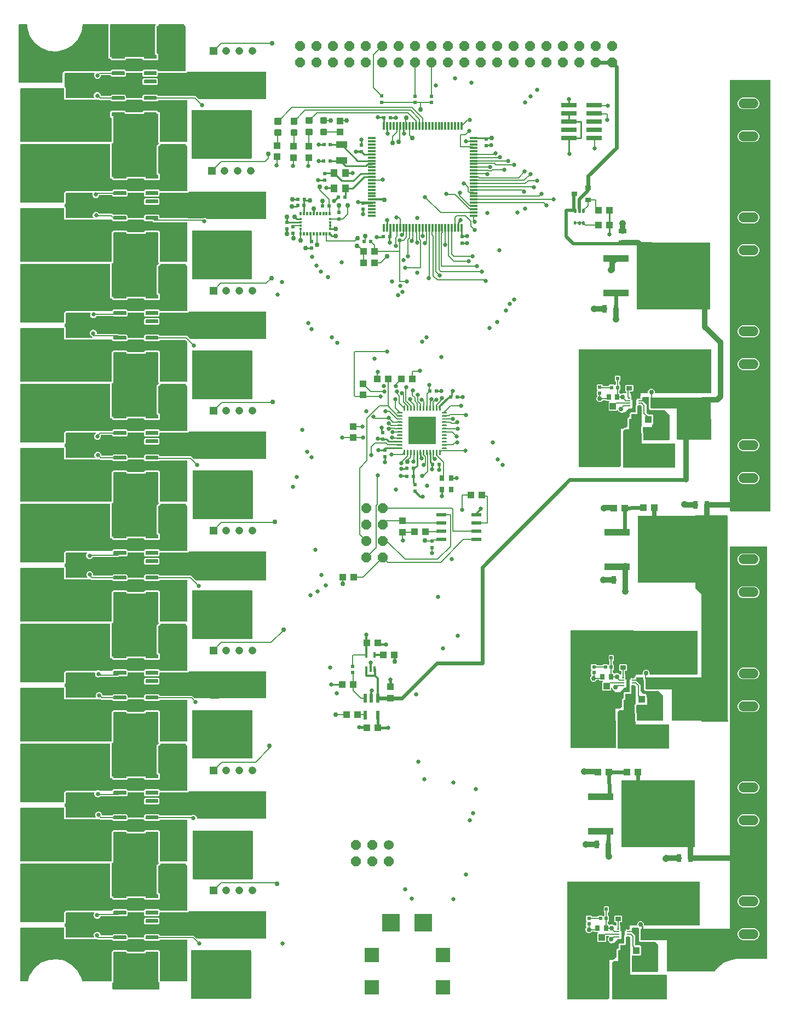
<source format=gbr>
G04 EAGLE Gerber RS-274X export*
G75*
%MOMM*%
%FSLAX34Y34*%
%LPD*%
%INTop Copper*%
%IPPOS*%
%AMOC8*
5,1,8,0,0,1.08239X$1,22.5*%
G01*
%ADD10R,0.600000X0.600000*%
%ADD11R,2.720000X0.960000*%
%ADD12R,0.700000X0.900000*%
%ADD13R,1.000000X1.100000*%
%ADD14R,1.270000X2.060000*%
%ADD15R,0.900000X0.700000*%
%ADD16R,1.100000X1.000000*%
%ADD17R,0.800000X1.200000*%
%ADD18R,1.200000X0.800000*%
%ADD19R,3.911600X0.990600*%
%ADD20R,11.455400X10.439400*%
%ADD21C,0.300000*%
%ADD22R,1.208000X1.208000*%
%ADD23C,1.208000*%
%ADD24R,1.200000X0.300000*%
%ADD25R,0.300000X1.200000*%
%ADD26R,2.400000X0.760000*%
%ADD27R,1.700000X2.800000*%
%ADD28C,0.150000*%
%ADD29R,0.900000X0.800000*%
%ADD30R,0.600000X0.500000*%
%ADD31R,0.500000X0.600000*%
%ADD32C,1.524000*%
%ADD33P,1.649562X8X202.500000*%
%ADD34C,1.524000*%
%ADD35R,0.457200X0.254000*%
%ADD36R,0.838200X0.711200*%
%ADD37R,2.700000X2.700000*%
%ADD38R,2.250000X2.250000*%
%ADD39C,0.182000*%
%ADD40R,4.200000X4.200000*%
%ADD41R,1.498600X0.533400*%
%ADD42R,0.420000X0.600000*%
%ADD43C,0.420000*%
%ADD44R,0.508000X1.320800*%
%ADD45R,0.304800X0.876300*%
%ADD46R,2.550000X2.550000*%
%ADD47C,2.550000*%
%ADD48R,0.800000X0.900000*%
%ADD49R,1.800000X1.000000*%
%ADD50R,1.100000X1.200000*%
%ADD51P,1.649562X8X292.500000*%
%ADD52R,1.400000X3.000000*%
%ADD53R,0.300000X0.525000*%
%ADD54R,0.425000X0.300000*%
%ADD55C,0.152400*%
%ADD56C,0.660400*%
%ADD57C,0.254000*%
%ADD58C,0.203200*%
%ADD59C,0.304800*%
%ADD60C,0.756400*%
%ADD61C,0.381000*%
%ADD62C,0.812800*%
%ADD63C,1.056400*%
%ADD64C,0.406400*%
%ADD65C,0.609600*%
%ADD66C,0.508000*%
%ADD67C,0.635000*%

G36*
X1184507Y-140202D02*
X1184507Y-140202D01*
X1184547Y-140204D01*
X1184647Y-140182D01*
X1184749Y-140167D01*
X1184785Y-140151D01*
X1184824Y-140142D01*
X1184914Y-140093D01*
X1185008Y-140051D01*
X1185039Y-140025D01*
X1185074Y-140006D01*
X1185127Y-139950D01*
X1185225Y-139868D01*
X1185267Y-139805D01*
X1185306Y-139764D01*
X1188571Y-134975D01*
X1198631Y-126952D01*
X1210610Y-122251D01*
X1215720Y-121868D01*
X1215740Y-121864D01*
X1215760Y-121864D01*
X1215878Y-121834D01*
X1215998Y-121807D01*
X1216016Y-121798D01*
X1216035Y-121792D01*
X1216140Y-121730D01*
X1216248Y-121672D01*
X1216262Y-121658D01*
X1216280Y-121647D01*
X1216363Y-121558D01*
X1216450Y-121473D01*
X1216460Y-121455D01*
X1216474Y-121440D01*
X1216530Y-121331D01*
X1216590Y-121225D01*
X1216594Y-121205D01*
X1216604Y-121187D01*
X1216616Y-121113D01*
X1216655Y-120948D01*
X1216653Y-120903D01*
X1264920Y-120903D01*
X1264978Y-120895D01*
X1265036Y-120897D01*
X1265118Y-120875D01*
X1265202Y-120863D01*
X1265255Y-120840D01*
X1265311Y-120825D01*
X1265384Y-120782D01*
X1265461Y-120747D01*
X1265506Y-120709D01*
X1265556Y-120680D01*
X1265614Y-120618D01*
X1265678Y-120564D01*
X1265710Y-120515D01*
X1265750Y-120472D01*
X1265789Y-120397D01*
X1265836Y-120327D01*
X1265853Y-120271D01*
X1265880Y-120219D01*
X1265891Y-120151D01*
X1265921Y-120056D01*
X1265924Y-119956D01*
X1265935Y-119888D01*
X1265935Y515620D01*
X1265927Y515678D01*
X1265929Y515736D01*
X1265907Y515818D01*
X1265895Y515902D01*
X1265872Y515955D01*
X1265857Y516011D01*
X1265814Y516084D01*
X1265779Y516161D01*
X1265741Y516206D01*
X1265712Y516256D01*
X1265650Y516314D01*
X1265596Y516378D01*
X1265547Y516410D01*
X1265504Y516450D01*
X1265429Y516489D01*
X1265359Y516536D01*
X1265303Y516553D01*
X1265251Y516580D01*
X1265183Y516591D01*
X1265088Y516621D01*
X1264988Y516624D01*
X1264920Y516635D01*
X1209040Y516635D01*
X1208982Y516627D01*
X1208924Y516629D01*
X1208842Y516607D01*
X1208759Y516595D01*
X1208705Y516572D01*
X1208649Y516557D01*
X1208576Y516514D01*
X1208499Y516479D01*
X1208454Y516441D01*
X1208404Y516412D01*
X1208346Y516350D01*
X1208282Y516296D01*
X1208250Y516247D01*
X1208210Y516204D01*
X1208171Y516129D01*
X1208125Y516059D01*
X1208107Y516003D01*
X1208080Y515951D01*
X1208069Y515883D01*
X1208039Y515788D01*
X1208036Y515688D01*
X1208025Y515620D01*
X1208025Y-74677D01*
X1070864Y-74677D01*
X1070806Y-74685D01*
X1070748Y-74683D01*
X1070666Y-74705D01*
X1070583Y-74717D01*
X1070529Y-74741D01*
X1070473Y-74755D01*
X1070400Y-74798D01*
X1070323Y-74833D01*
X1070278Y-74871D01*
X1070228Y-74901D01*
X1070170Y-74962D01*
X1070106Y-75017D01*
X1070074Y-75065D01*
X1070034Y-75108D01*
X1069995Y-75183D01*
X1069949Y-75253D01*
X1069931Y-75309D01*
X1069904Y-75361D01*
X1069893Y-75429D01*
X1069863Y-75524D01*
X1069860Y-75624D01*
X1069849Y-75692D01*
X1069849Y-90932D01*
X1069857Y-90990D01*
X1069855Y-91048D01*
X1069877Y-91130D01*
X1069889Y-91214D01*
X1069913Y-91267D01*
X1069927Y-91323D01*
X1069970Y-91396D01*
X1070005Y-91473D01*
X1070043Y-91518D01*
X1070073Y-91568D01*
X1070134Y-91626D01*
X1070189Y-91690D01*
X1070237Y-91722D01*
X1070280Y-91762D01*
X1070355Y-91801D01*
X1070425Y-91848D01*
X1070481Y-91865D01*
X1070533Y-91892D01*
X1070601Y-91903D01*
X1070696Y-91933D01*
X1070796Y-91936D01*
X1070864Y-91947D01*
X1110489Y-91947D01*
X1110489Y-139192D01*
X1110497Y-139250D01*
X1110495Y-139308D01*
X1110517Y-139390D01*
X1110529Y-139474D01*
X1110553Y-139527D01*
X1110567Y-139583D01*
X1110610Y-139656D01*
X1110645Y-139733D01*
X1110683Y-139778D01*
X1110713Y-139828D01*
X1110774Y-139886D01*
X1110829Y-139950D01*
X1110877Y-139982D01*
X1110920Y-140022D01*
X1110995Y-140061D01*
X1111065Y-140108D01*
X1111121Y-140125D01*
X1111173Y-140152D01*
X1111241Y-140163D01*
X1111336Y-140193D01*
X1111436Y-140196D01*
X1111504Y-140207D01*
X1184467Y-140207D01*
X1184507Y-140202D01*
G37*
G36*
X1270020Y571250D02*
X1270020Y571250D01*
X1270039Y571248D01*
X1270141Y571270D01*
X1270243Y571287D01*
X1270260Y571296D01*
X1270280Y571300D01*
X1270369Y571353D01*
X1270460Y571402D01*
X1270474Y571416D01*
X1270491Y571426D01*
X1270558Y571505D01*
X1270630Y571580D01*
X1270638Y571598D01*
X1270651Y571613D01*
X1270690Y571709D01*
X1270733Y571803D01*
X1270735Y571823D01*
X1270743Y571841D01*
X1270761Y572008D01*
X1270761Y1237488D01*
X1270758Y1237508D01*
X1270760Y1237527D01*
X1270738Y1237629D01*
X1270722Y1237731D01*
X1270712Y1237748D01*
X1270708Y1237768D01*
X1270655Y1237857D01*
X1270606Y1237948D01*
X1270592Y1237962D01*
X1270582Y1237979D01*
X1270503Y1238046D01*
X1270428Y1238118D01*
X1270410Y1238126D01*
X1270395Y1238139D01*
X1270299Y1238178D01*
X1270205Y1238221D01*
X1270185Y1238223D01*
X1270167Y1238231D01*
X1270000Y1238249D01*
X1209040Y1238249D01*
X1209020Y1238246D01*
X1209001Y1238248D01*
X1208899Y1238226D01*
X1208797Y1238210D01*
X1208780Y1238200D01*
X1208760Y1238196D01*
X1208671Y1238143D01*
X1208580Y1238094D01*
X1208566Y1238080D01*
X1208549Y1238070D01*
X1208482Y1237991D01*
X1208411Y1237916D01*
X1208402Y1237898D01*
X1208389Y1237883D01*
X1208350Y1237787D01*
X1208307Y1237693D01*
X1208305Y1237673D01*
X1208297Y1237655D01*
X1208279Y1237488D01*
X1208279Y572008D01*
X1208282Y571988D01*
X1208280Y571969D01*
X1208302Y571867D01*
X1208319Y571765D01*
X1208328Y571748D01*
X1208332Y571728D01*
X1208385Y571639D01*
X1208434Y571548D01*
X1208448Y571534D01*
X1208458Y571517D01*
X1208537Y571450D01*
X1208612Y571379D01*
X1208630Y571370D01*
X1208645Y571357D01*
X1208741Y571318D01*
X1208835Y571275D01*
X1208855Y571273D01*
X1208873Y571265D01*
X1209040Y571247D01*
X1270000Y571247D01*
X1270020Y571250D01*
G37*
G36*
X1036407Y639077D02*
X1036407Y639077D01*
X1036494Y639080D01*
X1036547Y639097D01*
X1036602Y639105D01*
X1036681Y639140D01*
X1036765Y639167D01*
X1036804Y639195D01*
X1036861Y639221D01*
X1036974Y639317D01*
X1037038Y639362D01*
X1039578Y641902D01*
X1039630Y641972D01*
X1039690Y642036D01*
X1039716Y642085D01*
X1039749Y642129D01*
X1039780Y642211D01*
X1039820Y642289D01*
X1039828Y642337D01*
X1039850Y642395D01*
X1039862Y642543D01*
X1039875Y642620D01*
X1039875Y698501D01*
X1042554Y698501D01*
X1042641Y698513D01*
X1042728Y698516D01*
X1042781Y698533D01*
X1042836Y698541D01*
X1042916Y698576D01*
X1042999Y698603D01*
X1043038Y698631D01*
X1043095Y698657D01*
X1043208Y698753D01*
X1043272Y698798D01*
X1045007Y700533D01*
X1046988Y700533D01*
X1047075Y700545D01*
X1047162Y700548D01*
X1047215Y700565D01*
X1047269Y700573D01*
X1047349Y700608D01*
X1047433Y700635D01*
X1047472Y700663D01*
X1047529Y700689D01*
X1047642Y700785D01*
X1047706Y700830D01*
X1049738Y702862D01*
X1049747Y702874D01*
X1049752Y702878D01*
X1049764Y702897D01*
X1049790Y702932D01*
X1049850Y702996D01*
X1049876Y703045D01*
X1049909Y703089D01*
X1049940Y703171D01*
X1049980Y703249D01*
X1049988Y703297D01*
X1050010Y703355D01*
X1050022Y703503D01*
X1050035Y703580D01*
X1050035Y714705D01*
X1052126Y716796D01*
X1052136Y716795D01*
X1052218Y716817D01*
X1052302Y716829D01*
X1052355Y716852D01*
X1052411Y716867D01*
X1052484Y716910D01*
X1052561Y716945D01*
X1052606Y716983D01*
X1052656Y717012D01*
X1052714Y717074D01*
X1052778Y717128D01*
X1052810Y717177D01*
X1052850Y717220D01*
X1052889Y717295D01*
X1052936Y717365D01*
X1052953Y717421D01*
X1052980Y717473D01*
X1052991Y717541D01*
X1053021Y717636D01*
X1053024Y717736D01*
X1053035Y717804D01*
X1053035Y722332D01*
X1054524Y723821D01*
X1061212Y723821D01*
X1061270Y723829D01*
X1061328Y723827D01*
X1061410Y723849D01*
X1061494Y723861D01*
X1061547Y723884D01*
X1061603Y723899D01*
X1061676Y723942D01*
X1061753Y723977D01*
X1061798Y724015D01*
X1061848Y724044D01*
X1061906Y724106D01*
X1061970Y724160D01*
X1062002Y724209D01*
X1062042Y724252D01*
X1062081Y724327D01*
X1062128Y724397D01*
X1062145Y724453D01*
X1062172Y724505D01*
X1062183Y724573D01*
X1062213Y724668D01*
X1062216Y724768D01*
X1062227Y724836D01*
X1062227Y735533D01*
X1062822Y736128D01*
X1062874Y736198D01*
X1062934Y736262D01*
X1062960Y736311D01*
X1062993Y736355D01*
X1063024Y736437D01*
X1063064Y736515D01*
X1063072Y736562D01*
X1063094Y736621D01*
X1063106Y736768D01*
X1063119Y736846D01*
X1063119Y744478D01*
X1064608Y745967D01*
X1067816Y745967D01*
X1067874Y745975D01*
X1067932Y745973D01*
X1068014Y745995D01*
X1068098Y746007D01*
X1068151Y746030D01*
X1068207Y746045D01*
X1068280Y746088D01*
X1068357Y746123D01*
X1068402Y746161D01*
X1068452Y746190D01*
X1068510Y746252D01*
X1068574Y746306D01*
X1068606Y746355D01*
X1068646Y746398D01*
X1068685Y746473D01*
X1068732Y746543D01*
X1068749Y746599D01*
X1068776Y746651D01*
X1068787Y746719D01*
X1068817Y746814D01*
X1068820Y746914D01*
X1068831Y746982D01*
X1068831Y748338D01*
X1070058Y749565D01*
X1070067Y749577D01*
X1070070Y749580D01*
X1070080Y749595D01*
X1070110Y749635D01*
X1070170Y749699D01*
X1070196Y749748D01*
X1070229Y749792D01*
X1070260Y749874D01*
X1070300Y749952D01*
X1070308Y749999D01*
X1070330Y750058D01*
X1070342Y750206D01*
X1070355Y750283D01*
X1070355Y753365D01*
X1080290Y753365D01*
X1080348Y753373D01*
X1080406Y753371D01*
X1080488Y753393D01*
X1080572Y753405D01*
X1080625Y753429D01*
X1080681Y753443D01*
X1080754Y753486D01*
X1080831Y753521D01*
X1080876Y753559D01*
X1080926Y753589D01*
X1080984Y753650D01*
X1081048Y753705D01*
X1081080Y753753D01*
X1081120Y753796D01*
X1081159Y753871D01*
X1081206Y753941D01*
X1081223Y753997D01*
X1081250Y754049D01*
X1081261Y754117D01*
X1081291Y754212D01*
X1081294Y754312D01*
X1081305Y754380D01*
X1081305Y756452D01*
X1082113Y758402D01*
X1083606Y759895D01*
X1085556Y760703D01*
X1087668Y760703D01*
X1089618Y759895D01*
X1091111Y758402D01*
X1091919Y756452D01*
X1091919Y754380D01*
X1091927Y754322D01*
X1091925Y754264D01*
X1091947Y754182D01*
X1091959Y754099D01*
X1091982Y754045D01*
X1091997Y753989D01*
X1092040Y753916D01*
X1092075Y753839D01*
X1092113Y753794D01*
X1092142Y753744D01*
X1092204Y753686D01*
X1092258Y753622D01*
X1092307Y753590D01*
X1092350Y753550D01*
X1092425Y753511D01*
X1092495Y753465D01*
X1092551Y753447D01*
X1092603Y753420D01*
X1092671Y753409D01*
X1092766Y753379D01*
X1092866Y753376D01*
X1092934Y753365D01*
X1178560Y753365D01*
X1178618Y753373D01*
X1178676Y753371D01*
X1178758Y753393D01*
X1178842Y753405D01*
X1178895Y753429D01*
X1178951Y753443D01*
X1179024Y753486D01*
X1179101Y753521D01*
X1179146Y753559D01*
X1179196Y753589D01*
X1179254Y753650D01*
X1179318Y753705D01*
X1179350Y753753D01*
X1179390Y753796D01*
X1179429Y753871D01*
X1179476Y753941D01*
X1179493Y753997D01*
X1179520Y754049D01*
X1179531Y754117D01*
X1179561Y754212D01*
X1179564Y754312D01*
X1179575Y754380D01*
X1179575Y820420D01*
X1179567Y820478D01*
X1179569Y820536D01*
X1179547Y820618D01*
X1179535Y820702D01*
X1179512Y820755D01*
X1179497Y820811D01*
X1179454Y820884D01*
X1179419Y820961D01*
X1179381Y821006D01*
X1179352Y821056D01*
X1179290Y821114D01*
X1179236Y821178D01*
X1179187Y821210D01*
X1179144Y821250D01*
X1179069Y821289D01*
X1178999Y821336D01*
X1178943Y821353D01*
X1178891Y821380D01*
X1178823Y821391D01*
X1178728Y821421D01*
X1178628Y821424D01*
X1178560Y821435D01*
X975360Y821435D01*
X975302Y821427D01*
X975244Y821429D01*
X975162Y821407D01*
X975079Y821395D01*
X975025Y821372D01*
X974969Y821357D01*
X974896Y821314D01*
X974819Y821279D01*
X974774Y821241D01*
X974724Y821212D01*
X974666Y821150D01*
X974602Y821096D01*
X974570Y821047D01*
X974530Y821004D01*
X974491Y820929D01*
X974445Y820859D01*
X974427Y820803D01*
X974400Y820751D01*
X974389Y820683D01*
X974359Y820588D01*
X974356Y820488D01*
X974345Y820420D01*
X974345Y640080D01*
X974353Y640022D01*
X974351Y639964D01*
X974373Y639882D01*
X974385Y639799D01*
X974409Y639745D01*
X974423Y639689D01*
X974466Y639616D01*
X974501Y639539D01*
X974539Y639494D01*
X974569Y639444D01*
X974630Y639386D01*
X974685Y639322D01*
X974733Y639290D01*
X974776Y639250D01*
X974851Y639211D01*
X974921Y639165D01*
X974977Y639147D01*
X975029Y639120D01*
X975097Y639109D01*
X975192Y639079D01*
X975292Y639076D01*
X975360Y639065D01*
X1036320Y639065D01*
X1036407Y639077D01*
G37*
G36*
X1018627Y-183883D02*
X1018627Y-183883D01*
X1018714Y-183880D01*
X1018767Y-183863D01*
X1018822Y-183855D01*
X1018901Y-183820D01*
X1018985Y-183793D01*
X1019024Y-183765D01*
X1019081Y-183739D01*
X1019194Y-183643D01*
X1019258Y-183598D01*
X1021798Y-181058D01*
X1021850Y-180988D01*
X1021910Y-180924D01*
X1021936Y-180875D01*
X1021969Y-180831D01*
X1022000Y-180749D01*
X1022040Y-180671D01*
X1022048Y-180624D01*
X1022070Y-180565D01*
X1022082Y-180417D01*
X1022095Y-180340D01*
X1022095Y-122427D01*
X1026298Y-122427D01*
X1026385Y-122415D01*
X1026472Y-122412D01*
X1026525Y-122395D01*
X1026580Y-122387D01*
X1026659Y-122352D01*
X1026743Y-122325D01*
X1026782Y-122297D01*
X1026839Y-122271D01*
X1026952Y-122175D01*
X1027016Y-122130D01*
X1027735Y-121411D01*
X1028700Y-121411D01*
X1028787Y-121399D01*
X1028874Y-121396D01*
X1028927Y-121379D01*
X1028981Y-121371D01*
X1029061Y-121336D01*
X1029145Y-121309D01*
X1029184Y-121281D01*
X1029241Y-121255D01*
X1029354Y-121159D01*
X1029418Y-121114D01*
X1032466Y-118066D01*
X1032475Y-118054D01*
X1032480Y-118050D01*
X1032492Y-118031D01*
X1032518Y-117996D01*
X1032578Y-117932D01*
X1032604Y-117883D01*
X1032637Y-117839D01*
X1032668Y-117757D01*
X1032708Y-117679D01*
X1032716Y-117631D01*
X1032738Y-117573D01*
X1032750Y-117425D01*
X1032763Y-117348D01*
X1032763Y-107239D01*
X1034854Y-105148D01*
X1034864Y-105149D01*
X1034946Y-105127D01*
X1035030Y-105115D01*
X1035083Y-105092D01*
X1035139Y-105077D01*
X1035212Y-105034D01*
X1035289Y-104999D01*
X1035334Y-104961D01*
X1035384Y-104932D01*
X1035442Y-104870D01*
X1035506Y-104816D01*
X1035538Y-104767D01*
X1035578Y-104724D01*
X1035617Y-104649D01*
X1035664Y-104579D01*
X1035681Y-104523D01*
X1035708Y-104471D01*
X1035719Y-104403D01*
X1035749Y-104308D01*
X1035752Y-104208D01*
X1035763Y-104140D01*
X1035763Y-98596D01*
X1037252Y-97107D01*
X1043432Y-97107D01*
X1043490Y-97099D01*
X1043548Y-97101D01*
X1043630Y-97079D01*
X1043714Y-97067D01*
X1043767Y-97044D01*
X1043823Y-97029D01*
X1043896Y-96986D01*
X1043973Y-96951D01*
X1044018Y-96913D01*
X1044068Y-96884D01*
X1044126Y-96822D01*
X1044190Y-96768D01*
X1044222Y-96719D01*
X1044262Y-96676D01*
X1044301Y-96601D01*
X1044348Y-96531D01*
X1044365Y-96475D01*
X1044392Y-96423D01*
X1044403Y-96355D01*
X1044433Y-96260D01*
X1044436Y-96160D01*
X1044447Y-96092D01*
X1044447Y-84379D01*
X1045550Y-83276D01*
X1045602Y-83206D01*
X1045662Y-83142D01*
X1045688Y-83093D01*
X1045721Y-83049D01*
X1045752Y-82967D01*
X1045792Y-82889D01*
X1045800Y-82842D01*
X1045822Y-82783D01*
X1045834Y-82636D01*
X1045847Y-82558D01*
X1045847Y-76450D01*
X1047336Y-74961D01*
X1052068Y-74961D01*
X1052126Y-74953D01*
X1052184Y-74955D01*
X1052266Y-74933D01*
X1052350Y-74921D01*
X1052403Y-74898D01*
X1052459Y-74883D01*
X1052532Y-74840D01*
X1052609Y-74805D01*
X1052654Y-74767D01*
X1052704Y-74738D01*
X1052762Y-74676D01*
X1052826Y-74622D01*
X1052858Y-74573D01*
X1052898Y-74530D01*
X1052937Y-74455D01*
X1052984Y-74385D01*
X1053001Y-74329D01*
X1053028Y-74277D01*
X1053039Y-74209D01*
X1053069Y-74114D01*
X1053072Y-74014D01*
X1053083Y-73946D01*
X1053083Y-69595D01*
X1063526Y-69595D01*
X1063584Y-69587D01*
X1063642Y-69589D01*
X1063724Y-69567D01*
X1063808Y-69555D01*
X1063861Y-69532D01*
X1063917Y-69517D01*
X1063990Y-69474D01*
X1064067Y-69439D01*
X1064112Y-69401D01*
X1064162Y-69372D01*
X1064220Y-69310D01*
X1064284Y-69256D01*
X1064316Y-69207D01*
X1064356Y-69164D01*
X1064395Y-69089D01*
X1064442Y-69019D01*
X1064459Y-68963D01*
X1064486Y-68911D01*
X1064497Y-68843D01*
X1064527Y-68748D01*
X1064530Y-68648D01*
X1064541Y-68580D01*
X1064541Y-66508D01*
X1065349Y-64558D01*
X1066842Y-63065D01*
X1068792Y-62257D01*
X1070904Y-62257D01*
X1072854Y-63065D01*
X1074347Y-64558D01*
X1075155Y-66508D01*
X1075155Y-68498D01*
X1075167Y-68585D01*
X1075170Y-68672D01*
X1075187Y-68725D01*
X1075195Y-68779D01*
X1075218Y-68833D01*
X1075223Y-68862D01*
X1075246Y-68915D01*
X1075261Y-68971D01*
X1075304Y-69044D01*
X1075339Y-69121D01*
X1075377Y-69166D01*
X1075406Y-69216D01*
X1075468Y-69274D01*
X1075522Y-69338D01*
X1075571Y-69370D01*
X1075614Y-69410D01*
X1075689Y-69449D01*
X1075759Y-69496D01*
X1075815Y-69513D01*
X1075867Y-69540D01*
X1075935Y-69551D01*
X1076030Y-69581D01*
X1076130Y-69584D01*
X1076198Y-69595D01*
X1160780Y-69595D01*
X1160838Y-69587D01*
X1160896Y-69589D01*
X1160978Y-69567D01*
X1161062Y-69555D01*
X1161115Y-69532D01*
X1161171Y-69517D01*
X1161244Y-69474D01*
X1161321Y-69439D01*
X1161366Y-69401D01*
X1161416Y-69372D01*
X1161474Y-69310D01*
X1161538Y-69256D01*
X1161570Y-69207D01*
X1161610Y-69164D01*
X1161649Y-69089D01*
X1161696Y-69019D01*
X1161713Y-68963D01*
X1161740Y-68911D01*
X1161751Y-68843D01*
X1161781Y-68748D01*
X1161784Y-68648D01*
X1161795Y-68580D01*
X1161795Y-2540D01*
X1161787Y-2482D01*
X1161789Y-2424D01*
X1161767Y-2342D01*
X1161755Y-2259D01*
X1161732Y-2205D01*
X1161717Y-2149D01*
X1161674Y-2076D01*
X1161639Y-1999D01*
X1161601Y-1954D01*
X1161572Y-1904D01*
X1161510Y-1846D01*
X1161456Y-1782D01*
X1161407Y-1750D01*
X1161364Y-1710D01*
X1161289Y-1671D01*
X1161219Y-1625D01*
X1161163Y-1607D01*
X1161111Y-1580D01*
X1161043Y-1569D01*
X1160948Y-1539D01*
X1160848Y-1536D01*
X1160780Y-1525D01*
X957580Y-1525D01*
X957522Y-1533D01*
X957464Y-1531D01*
X957382Y-1553D01*
X957299Y-1565D01*
X957245Y-1589D01*
X957189Y-1603D01*
X957116Y-1646D01*
X957039Y-1681D01*
X956994Y-1719D01*
X956944Y-1749D01*
X956886Y-1810D01*
X956822Y-1865D01*
X956790Y-1913D01*
X956750Y-1956D01*
X956711Y-2031D01*
X956665Y-2101D01*
X956647Y-2157D01*
X956620Y-2209D01*
X956609Y-2277D01*
X956579Y-2372D01*
X956576Y-2472D01*
X956565Y-2540D01*
X956565Y-182880D01*
X956573Y-182938D01*
X956571Y-182996D01*
X956593Y-183078D01*
X956605Y-183162D01*
X956629Y-183215D01*
X956643Y-183271D01*
X956686Y-183344D01*
X956721Y-183421D01*
X956759Y-183466D01*
X956789Y-183516D01*
X956850Y-183574D01*
X956905Y-183638D01*
X956953Y-183670D01*
X956996Y-183710D01*
X957071Y-183749D01*
X957141Y-183796D01*
X957197Y-183813D01*
X957249Y-183840D01*
X957317Y-183851D01*
X957412Y-183881D01*
X957512Y-183884D01*
X957580Y-183895D01*
X1018540Y-183895D01*
X1018627Y-183883D01*
G37*
G36*
X1030790Y204733D02*
X1030790Y204733D01*
X1030848Y204731D01*
X1030930Y204753D01*
X1031014Y204765D01*
X1031067Y204789D01*
X1031123Y204803D01*
X1031196Y204846D01*
X1031273Y204881D01*
X1031318Y204919D01*
X1031368Y204949D01*
X1031426Y205010D01*
X1031490Y205065D01*
X1031522Y205113D01*
X1031562Y205156D01*
X1031601Y205231D01*
X1031648Y205301D01*
X1031665Y205357D01*
X1031692Y205409D01*
X1031703Y205477D01*
X1031733Y205572D01*
X1031736Y205672D01*
X1031747Y205740D01*
X1031747Y228599D01*
X1031746Y228611D01*
X1031747Y228622D01*
X1030923Y265685D01*
X1035442Y265685D01*
X1035529Y265697D01*
X1035616Y265700D01*
X1035669Y265717D01*
X1035724Y265725D01*
X1035804Y265760D01*
X1035887Y265787D01*
X1035926Y265815D01*
X1035983Y265841D01*
X1036096Y265937D01*
X1036160Y265982D01*
X1036371Y266193D01*
X1037336Y266193D01*
X1037423Y266205D01*
X1037510Y266208D01*
X1037563Y266225D01*
X1037617Y266233D01*
X1037697Y266268D01*
X1037781Y266295D01*
X1037820Y266323D01*
X1037877Y266349D01*
X1037990Y266445D01*
X1038054Y266490D01*
X1041102Y269538D01*
X1041154Y269608D01*
X1041214Y269672D01*
X1041240Y269721D01*
X1041273Y269765D01*
X1041304Y269847D01*
X1041344Y269925D01*
X1041352Y269973D01*
X1041374Y270031D01*
X1041386Y270179D01*
X1041399Y270256D01*
X1041399Y280365D01*
X1043086Y282052D01*
X1043138Y282122D01*
X1043198Y282186D01*
X1043224Y282235D01*
X1043257Y282279D01*
X1043288Y282361D01*
X1043328Y282439D01*
X1043336Y282486D01*
X1043358Y282545D01*
X1043370Y282692D01*
X1043383Y282770D01*
X1043383Y290024D01*
X1044872Y291513D01*
X1052068Y291513D01*
X1052126Y291521D01*
X1052184Y291519D01*
X1052266Y291541D01*
X1052350Y291553D01*
X1052403Y291576D01*
X1052459Y291591D01*
X1052532Y291634D01*
X1052609Y291669D01*
X1052654Y291707D01*
X1052704Y291736D01*
X1052762Y291798D01*
X1052826Y291852D01*
X1052858Y291901D01*
X1052898Y291944D01*
X1052937Y292019D01*
X1052984Y292089D01*
X1053001Y292145D01*
X1053028Y292197D01*
X1053039Y292265D01*
X1053069Y292360D01*
X1053072Y292460D01*
X1053083Y292528D01*
X1053083Y302717D01*
X1053170Y302804D01*
X1053222Y302874D01*
X1053282Y302938D01*
X1053308Y302987D01*
X1053341Y303031D01*
X1053372Y303113D01*
X1053412Y303191D01*
X1053420Y303238D01*
X1053442Y303297D01*
X1053454Y303444D01*
X1053467Y303522D01*
X1053467Y312170D01*
X1054956Y313659D01*
X1059688Y313659D01*
X1059746Y313667D01*
X1059804Y313665D01*
X1059886Y313687D01*
X1059970Y313699D01*
X1060023Y313722D01*
X1060079Y313737D01*
X1060152Y313780D01*
X1060229Y313815D01*
X1060274Y313853D01*
X1060324Y313882D01*
X1060382Y313944D01*
X1060446Y313998D01*
X1060478Y314047D01*
X1060518Y314090D01*
X1060557Y314165D01*
X1060604Y314235D01*
X1060621Y314291D01*
X1060648Y314343D01*
X1060659Y314411D01*
X1060689Y314506D01*
X1060692Y314606D01*
X1060703Y314674D01*
X1060703Y315014D01*
X1061930Y316241D01*
X1061982Y316311D01*
X1062042Y316375D01*
X1062068Y316424D01*
X1062101Y316468D01*
X1062132Y316550D01*
X1062172Y316628D01*
X1062180Y316675D01*
X1062202Y316734D01*
X1062214Y316882D01*
X1062227Y316959D01*
X1062227Y318895D01*
X1072158Y318857D01*
X1072218Y318865D01*
X1072278Y318864D01*
X1072358Y318884D01*
X1072440Y318896D01*
X1072495Y318920D01*
X1072553Y318935D01*
X1072624Y318977D01*
X1072700Y319011D01*
X1072746Y319050D01*
X1072798Y319081D01*
X1072854Y319141D01*
X1072917Y319194D01*
X1072951Y319244D01*
X1072992Y319288D01*
X1073030Y319361D01*
X1073076Y319430D01*
X1073094Y319487D01*
X1073122Y319541D01*
X1073133Y319608D01*
X1073163Y319700D01*
X1073166Y319803D01*
X1073177Y319872D01*
X1073177Y322112D01*
X1073985Y324062D01*
X1075478Y325555D01*
X1077428Y326363D01*
X1079540Y326363D01*
X1081490Y325555D01*
X1082983Y324062D01*
X1083791Y322112D01*
X1083791Y319823D01*
X1083799Y319767D01*
X1083797Y319711D01*
X1083818Y319627D01*
X1083831Y319542D01*
X1083854Y319490D01*
X1083868Y319436D01*
X1083912Y319361D01*
X1083947Y319282D01*
X1083983Y319239D01*
X1084012Y319191D01*
X1084075Y319131D01*
X1084130Y319065D01*
X1084177Y319034D01*
X1084219Y318995D01*
X1084295Y318956D01*
X1084367Y318908D01*
X1084421Y318891D01*
X1084471Y318865D01*
X1084540Y318853D01*
X1084638Y318822D01*
X1084735Y318820D01*
X1084802Y318808D01*
X1156712Y318530D01*
X1156772Y318539D01*
X1156832Y318537D01*
X1156912Y318558D01*
X1156994Y318569D01*
X1157049Y318594D01*
X1157107Y318609D01*
X1157178Y318651D01*
X1157254Y318684D01*
X1157300Y318723D01*
X1157352Y318754D01*
X1157408Y318814D01*
X1157471Y318867D01*
X1157505Y318917D01*
X1157546Y318962D01*
X1157584Y319035D01*
X1157630Y319103D01*
X1157648Y319161D01*
X1157676Y319215D01*
X1157687Y319282D01*
X1157717Y319374D01*
X1157720Y319477D01*
X1157731Y319546D01*
X1157731Y385581D01*
X1157723Y385638D01*
X1157725Y385695D01*
X1157703Y385778D01*
X1157691Y385863D01*
X1157668Y385915D01*
X1157654Y385970D01*
X1157610Y386044D01*
X1157575Y386122D01*
X1157538Y386166D01*
X1157509Y386215D01*
X1157447Y386274D01*
X1157392Y386339D01*
X1157344Y386371D01*
X1157302Y386410D01*
X1157226Y386449D01*
X1157155Y386497D01*
X1157100Y386514D01*
X1157050Y386540D01*
X1156981Y386552D01*
X1156884Y386582D01*
X1156786Y386585D01*
X1156719Y386596D01*
X962663Y387095D01*
X962603Y387087D01*
X962544Y387089D01*
X962463Y387068D01*
X962381Y387056D01*
X962326Y387032D01*
X962269Y387017D01*
X962197Y386974D01*
X962121Y386941D01*
X962076Y386902D01*
X962024Y386872D01*
X961967Y386811D01*
X961904Y386757D01*
X961871Y386708D01*
X961830Y386664D01*
X961792Y386590D01*
X961746Y386521D01*
X961727Y386464D01*
X961700Y386411D01*
X961689Y386344D01*
X961659Y386250D01*
X961656Y386149D01*
X961645Y386080D01*
X961645Y205740D01*
X961653Y205682D01*
X961651Y205624D01*
X961673Y205542D01*
X961685Y205459D01*
X961709Y205405D01*
X961723Y205349D01*
X961766Y205276D01*
X961801Y205199D01*
X961839Y205154D01*
X961869Y205104D01*
X961930Y205046D01*
X961985Y204982D01*
X962033Y204950D01*
X962076Y204910D01*
X962151Y204871D01*
X962221Y204825D01*
X962277Y204807D01*
X962329Y204780D01*
X962397Y204769D01*
X962492Y204739D01*
X962592Y204736D01*
X962660Y204725D01*
X1030732Y204725D01*
X1030790Y204733D01*
G37*
G36*
X1205047Y246138D02*
X1205047Y246138D01*
X1205118Y246140D01*
X1205167Y246158D01*
X1205219Y246167D01*
X1205282Y246200D01*
X1205349Y246225D01*
X1205390Y246257D01*
X1205436Y246282D01*
X1205485Y246333D01*
X1205541Y246378D01*
X1205570Y246422D01*
X1205606Y246460D01*
X1205636Y246525D01*
X1205674Y246585D01*
X1205687Y246636D01*
X1205709Y246683D01*
X1205717Y246754D01*
X1205735Y246824D01*
X1205730Y246876D01*
X1205736Y246927D01*
X1205721Y246998D01*
X1205715Y247069D01*
X1205695Y247117D01*
X1205684Y247168D01*
X1205647Y247229D01*
X1205619Y247295D01*
X1205574Y247351D01*
X1205558Y247379D01*
X1205540Y247394D01*
X1205514Y247426D01*
X1204213Y248727D01*
X1204213Y563880D01*
X1204211Y563896D01*
X1204213Y563911D01*
X1204191Y564017D01*
X1204174Y564123D01*
X1204166Y564137D01*
X1204163Y564152D01*
X1204108Y564246D01*
X1204058Y564340D01*
X1204047Y564351D01*
X1204039Y564365D01*
X1203958Y564436D01*
X1203880Y564510D01*
X1203866Y564516D01*
X1203854Y564527D01*
X1203755Y564568D01*
X1203657Y564613D01*
X1203641Y564615D01*
X1203627Y564621D01*
X1203460Y564641D01*
X1155708Y565149D01*
X1155684Y565146D01*
X1155661Y565148D01*
X1155564Y565127D01*
X1155465Y565112D01*
X1155444Y565101D01*
X1155420Y565096D01*
X1155335Y565045D01*
X1155246Y564999D01*
X1155230Y564982D01*
X1155209Y564970D01*
X1155144Y564894D01*
X1155075Y564823D01*
X1155065Y564801D01*
X1155049Y564783D01*
X1155012Y564690D01*
X1154969Y564601D01*
X1154966Y564577D01*
X1154957Y564555D01*
X1154939Y564388D01*
X1154939Y451612D01*
X1154954Y451522D01*
X1154961Y451431D01*
X1154973Y451401D01*
X1154979Y451369D01*
X1155021Y451289D01*
X1155057Y451205D01*
X1155083Y451173D01*
X1155094Y451152D01*
X1155117Y451130D01*
X1155162Y451074D01*
X1163575Y442661D01*
X1163575Y314197D01*
X1078484Y314197D01*
X1078366Y314182D01*
X1078247Y314175D01*
X1078209Y314162D01*
X1078168Y314157D01*
X1078058Y314114D01*
X1077945Y314077D01*
X1077910Y314055D01*
X1077873Y314040D01*
X1077777Y313971D01*
X1077676Y313907D01*
X1077648Y313877D01*
X1077615Y313854D01*
X1077540Y313762D01*
X1077458Y313675D01*
X1077438Y313640D01*
X1077413Y313609D01*
X1077362Y313501D01*
X1077304Y313397D01*
X1077294Y313357D01*
X1077277Y313321D01*
X1077255Y313204D01*
X1077225Y313089D01*
X1077221Y313029D01*
X1077217Y313009D01*
X1077219Y312988D01*
X1077215Y312928D01*
X1077215Y297688D01*
X1077227Y297590D01*
X1077230Y297491D01*
X1077247Y297433D01*
X1077255Y297372D01*
X1077291Y297280D01*
X1077319Y297185D01*
X1077349Y297133D01*
X1077372Y297077D01*
X1077430Y296997D01*
X1077480Y296911D01*
X1077546Y296836D01*
X1077558Y296819D01*
X1077568Y296812D01*
X1077587Y296791D01*
X1078095Y296283D01*
X1078173Y296222D01*
X1078245Y296154D01*
X1078298Y296125D01*
X1078346Y296088D01*
X1078437Y296048D01*
X1078523Y296000D01*
X1078582Y295985D01*
X1078638Y295961D01*
X1078736Y295946D01*
X1078831Y295921D01*
X1078931Y295915D01*
X1078952Y295911D01*
X1078964Y295913D01*
X1078992Y295911D01*
X1117855Y295911D01*
X1117855Y248412D01*
X1117870Y248294D01*
X1117877Y248175D01*
X1117890Y248137D01*
X1117895Y248096D01*
X1117938Y247986D01*
X1117975Y247873D01*
X1117997Y247838D01*
X1118012Y247801D01*
X1118082Y247705D01*
X1118145Y247604D01*
X1118175Y247576D01*
X1118198Y247543D01*
X1118290Y247468D01*
X1118377Y247386D01*
X1118412Y247366D01*
X1118443Y247341D01*
X1118551Y247290D01*
X1118655Y247232D01*
X1118695Y247222D01*
X1118731Y247205D01*
X1118848Y247183D01*
X1118963Y247153D01*
X1119024Y247149D01*
X1119044Y247145D01*
X1119064Y247147D01*
X1119124Y247143D01*
X1163575Y247143D01*
X1163575Y246888D01*
X1163578Y246868D01*
X1163576Y246849D01*
X1163598Y246747D01*
X1163615Y246645D01*
X1163624Y246628D01*
X1163628Y246608D01*
X1163681Y246519D01*
X1163730Y246428D01*
X1163744Y246414D01*
X1163754Y246397D01*
X1163833Y246330D01*
X1163908Y246259D01*
X1163926Y246250D01*
X1163941Y246237D01*
X1164037Y246198D01*
X1164131Y246155D01*
X1164151Y246153D01*
X1164169Y246145D01*
X1164336Y246127D01*
X1204976Y246127D01*
X1205047Y246138D01*
G37*
G36*
X177820Y492002D02*
X177820Y492002D01*
X177839Y492000D01*
X177941Y492022D01*
X178043Y492039D01*
X178060Y492048D01*
X178080Y492052D01*
X178169Y492105D01*
X178260Y492154D01*
X178274Y492168D01*
X178291Y492178D01*
X178358Y492257D01*
X178430Y492332D01*
X178438Y492350D01*
X178451Y492365D01*
X178490Y492461D01*
X178533Y492555D01*
X178535Y492575D01*
X178543Y492593D01*
X178561Y492760D01*
X178561Y507685D01*
X180655Y509779D01*
X251658Y509779D01*
X251678Y509782D01*
X251697Y509780D01*
X251799Y509802D01*
X251901Y509819D01*
X251918Y509828D01*
X251938Y509832D01*
X252027Y509885D01*
X252118Y509934D01*
X252132Y509948D01*
X252149Y509958D01*
X252216Y510037D01*
X252288Y510112D01*
X252296Y510130D01*
X252309Y510145D01*
X252348Y510241D01*
X252374Y510298D01*
X254347Y512271D01*
X275273Y512271D01*
X277239Y510305D01*
X277240Y510297D01*
X277250Y510280D01*
X277254Y510260D01*
X277307Y510171D01*
X277356Y510080D01*
X277370Y510066D01*
X277380Y510049D01*
X277459Y509982D01*
X277534Y509911D01*
X277552Y509902D01*
X277567Y509889D01*
X277663Y509850D01*
X277757Y509807D01*
X277777Y509805D01*
X277795Y509797D01*
X277962Y509779D01*
X301158Y509779D01*
X301178Y509782D01*
X301197Y509780D01*
X301299Y509802D01*
X301401Y509819D01*
X301418Y509828D01*
X301438Y509832D01*
X301527Y509885D01*
X301618Y509934D01*
X301632Y509948D01*
X301649Y509958D01*
X301716Y510037D01*
X301788Y510112D01*
X301796Y510130D01*
X301809Y510145D01*
X301848Y510241D01*
X301874Y510298D01*
X303847Y512271D01*
X324773Y512271D01*
X326739Y510305D01*
X326740Y510297D01*
X326750Y510280D01*
X326754Y510260D01*
X326807Y510171D01*
X326856Y510080D01*
X326870Y510066D01*
X326880Y510049D01*
X326959Y509982D01*
X327034Y509911D01*
X327052Y509902D01*
X327067Y509889D01*
X327163Y509850D01*
X327257Y509807D01*
X327277Y509805D01*
X327295Y509797D01*
X327462Y509779D01*
X368300Y509779D01*
X368320Y509782D01*
X368339Y509780D01*
X368441Y509802D01*
X368543Y509819D01*
X368560Y509828D01*
X368580Y509832D01*
X368669Y509885D01*
X368760Y509934D01*
X368774Y509948D01*
X368791Y509958D01*
X368858Y510037D01*
X368930Y510112D01*
X368938Y510130D01*
X368951Y510145D01*
X368990Y510241D01*
X369033Y510335D01*
X369035Y510355D01*
X369043Y510373D01*
X369061Y510540D01*
X369061Y579120D01*
X369047Y579210D01*
X369039Y579301D01*
X369027Y579331D01*
X369022Y579363D01*
X368979Y579443D01*
X368943Y579527D01*
X368917Y579559D01*
X368906Y579580D01*
X368883Y579602D01*
X368838Y579658D01*
X366298Y582198D01*
X366224Y582251D01*
X366155Y582311D01*
X366125Y582323D01*
X366099Y582342D01*
X366012Y582369D01*
X365927Y582403D01*
X365886Y582407D01*
X365863Y582414D01*
X365831Y582413D01*
X365760Y582421D01*
X327660Y582421D01*
X327570Y582407D01*
X327479Y582399D01*
X327449Y582387D01*
X327417Y582382D01*
X327337Y582339D01*
X327253Y582303D01*
X327221Y582277D01*
X327200Y582266D01*
X327178Y582243D01*
X327122Y582198D01*
X324582Y579658D01*
X324529Y579584D01*
X324469Y579515D01*
X324457Y579485D01*
X324438Y579459D01*
X324411Y579372D01*
X324377Y579287D01*
X324373Y579246D01*
X324366Y579223D01*
X324367Y579191D01*
X324359Y579120D01*
X324359Y538400D01*
X324374Y538310D01*
X324381Y538219D01*
X324393Y538190D01*
X324399Y538158D01*
X324441Y538077D01*
X324477Y537993D01*
X324503Y537961D01*
X324514Y537940D01*
X324537Y537918D01*
X324582Y537862D01*
X326701Y535743D01*
X326701Y528517D01*
X324773Y526589D01*
X303847Y526589D01*
X301881Y528555D01*
X301880Y528563D01*
X301870Y528580D01*
X301866Y528600D01*
X301813Y528689D01*
X301764Y528780D01*
X301750Y528794D01*
X301740Y528811D01*
X301661Y528878D01*
X301586Y528950D01*
X301568Y528958D01*
X301553Y528971D01*
X301457Y529010D01*
X301363Y529053D01*
X301343Y529055D01*
X301325Y529063D01*
X301158Y529081D01*
X277962Y529081D01*
X277942Y529078D01*
X277923Y529080D01*
X277821Y529058D01*
X277719Y529042D01*
X277702Y529032D01*
X277682Y529028D01*
X277593Y528975D01*
X277502Y528926D01*
X277488Y528912D01*
X277471Y528902D01*
X277404Y528823D01*
X277332Y528748D01*
X277324Y528730D01*
X277311Y528715D01*
X277272Y528619D01*
X277246Y528562D01*
X275273Y526589D01*
X254347Y526589D01*
X252381Y528555D01*
X252380Y528563D01*
X252370Y528580D01*
X252366Y528600D01*
X252313Y528689D01*
X252264Y528780D01*
X252250Y528794D01*
X252240Y528811D01*
X252161Y528878D01*
X252086Y528950D01*
X252068Y528958D01*
X252053Y528971D01*
X251957Y529010D01*
X251863Y529053D01*
X251843Y529055D01*
X251825Y529063D01*
X251658Y529081D01*
X249681Y529081D01*
X249681Y581660D01*
X249678Y581680D01*
X249680Y581699D01*
X249658Y581801D01*
X249642Y581903D01*
X249632Y581920D01*
X249628Y581940D01*
X249575Y582029D01*
X249526Y582120D01*
X249512Y582134D01*
X249502Y582151D01*
X249423Y582218D01*
X249348Y582290D01*
X249330Y582298D01*
X249315Y582311D01*
X249219Y582350D01*
X249125Y582393D01*
X249105Y582395D01*
X249087Y582403D01*
X248920Y582421D01*
X111760Y582421D01*
X111740Y582418D01*
X111721Y582420D01*
X111619Y582398D01*
X111517Y582382D01*
X111500Y582372D01*
X111480Y582368D01*
X111391Y582315D01*
X111300Y582266D01*
X111286Y582252D01*
X111269Y582242D01*
X111202Y582163D01*
X111131Y582088D01*
X111122Y582070D01*
X111109Y582055D01*
X111070Y581959D01*
X111027Y581865D01*
X111025Y581845D01*
X111017Y581827D01*
X110999Y581660D01*
X110999Y492760D01*
X111002Y492740D01*
X111000Y492721D01*
X111022Y492619D01*
X111039Y492517D01*
X111048Y492500D01*
X111052Y492480D01*
X111105Y492391D01*
X111154Y492300D01*
X111168Y492286D01*
X111178Y492269D01*
X111257Y492202D01*
X111332Y492131D01*
X111350Y492122D01*
X111365Y492109D01*
X111461Y492070D01*
X111555Y492027D01*
X111575Y492025D01*
X111593Y492017D01*
X111760Y491999D01*
X177800Y491999D01*
X177820Y492002D01*
G37*
G36*
X177820Y-64258D02*
X177820Y-64258D01*
X177839Y-64260D01*
X177941Y-64238D01*
X178043Y-64222D01*
X178060Y-64212D01*
X178080Y-64208D01*
X178169Y-64155D01*
X178260Y-64106D01*
X178274Y-64092D01*
X178291Y-64082D01*
X178358Y-64003D01*
X178430Y-63928D01*
X178438Y-63910D01*
X178451Y-63895D01*
X178490Y-63799D01*
X178533Y-63705D01*
X178535Y-63685D01*
X178543Y-63667D01*
X178561Y-63500D01*
X178561Y-48575D01*
X180655Y-46481D01*
X251658Y-46481D01*
X251678Y-46478D01*
X251697Y-46480D01*
X251799Y-46458D01*
X251901Y-46442D01*
X251918Y-46432D01*
X251938Y-46428D01*
X252027Y-46375D01*
X252118Y-46326D01*
X252132Y-46312D01*
X252149Y-46302D01*
X252216Y-46223D01*
X252288Y-46148D01*
X252296Y-46130D01*
X252309Y-46115D01*
X252348Y-46019D01*
X252374Y-45962D01*
X254347Y-43989D01*
X275273Y-43989D01*
X277239Y-45955D01*
X277240Y-45963D01*
X277250Y-45980D01*
X277254Y-46000D01*
X277307Y-46089D01*
X277356Y-46180D01*
X277370Y-46194D01*
X277380Y-46211D01*
X277459Y-46278D01*
X277534Y-46350D01*
X277552Y-46358D01*
X277567Y-46371D01*
X277663Y-46410D01*
X277757Y-46453D01*
X277777Y-46455D01*
X277795Y-46463D01*
X277962Y-46481D01*
X301158Y-46481D01*
X301178Y-46478D01*
X301197Y-46480D01*
X301299Y-46458D01*
X301401Y-46442D01*
X301418Y-46432D01*
X301438Y-46428D01*
X301527Y-46375D01*
X301618Y-46326D01*
X301632Y-46312D01*
X301649Y-46302D01*
X301716Y-46223D01*
X301788Y-46148D01*
X301796Y-46130D01*
X301809Y-46115D01*
X301848Y-46019D01*
X301874Y-45962D01*
X303847Y-43989D01*
X324773Y-43989D01*
X326739Y-45955D01*
X326740Y-45963D01*
X326750Y-45980D01*
X326754Y-46000D01*
X326807Y-46089D01*
X326856Y-46180D01*
X326870Y-46194D01*
X326880Y-46211D01*
X326959Y-46278D01*
X327034Y-46350D01*
X327052Y-46358D01*
X327067Y-46371D01*
X327163Y-46410D01*
X327257Y-46453D01*
X327277Y-46455D01*
X327295Y-46463D01*
X327462Y-46481D01*
X368300Y-46481D01*
X368320Y-46478D01*
X368339Y-46480D01*
X368441Y-46458D01*
X368543Y-46442D01*
X368560Y-46432D01*
X368580Y-46428D01*
X368669Y-46375D01*
X368760Y-46326D01*
X368774Y-46312D01*
X368791Y-46302D01*
X368858Y-46223D01*
X368930Y-46148D01*
X368938Y-46130D01*
X368951Y-46115D01*
X368990Y-46019D01*
X369033Y-45925D01*
X369035Y-45905D01*
X369043Y-45887D01*
X369061Y-45720D01*
X369061Y22860D01*
X369047Y22950D01*
X369039Y23041D01*
X369027Y23071D01*
X369022Y23103D01*
X368979Y23183D01*
X368943Y23267D01*
X368917Y23299D01*
X368906Y23320D01*
X368883Y23342D01*
X368838Y23398D01*
X366298Y25938D01*
X366224Y25991D01*
X366155Y26051D01*
X366125Y26063D01*
X366099Y26082D01*
X366012Y26109D01*
X365927Y26143D01*
X365886Y26147D01*
X365863Y26154D01*
X365831Y26153D01*
X365760Y26161D01*
X327660Y26161D01*
X327570Y26147D01*
X327479Y26139D01*
X327449Y26127D01*
X327417Y26122D01*
X327337Y26079D01*
X327253Y26043D01*
X327221Y26017D01*
X327200Y26006D01*
X327178Y25983D01*
X327122Y25938D01*
X324582Y23398D01*
X324529Y23324D01*
X324469Y23255D01*
X324457Y23225D01*
X324438Y23199D01*
X324411Y23112D01*
X324377Y23027D01*
X324373Y22986D01*
X324366Y22963D01*
X324367Y22931D01*
X324359Y22860D01*
X324359Y-17860D01*
X324374Y-17950D01*
X324381Y-18041D01*
X324393Y-18070D01*
X324399Y-18102D01*
X324441Y-18183D01*
X324477Y-18267D01*
X324503Y-18299D01*
X324514Y-18320D01*
X324537Y-18342D01*
X324582Y-18398D01*
X326701Y-20517D01*
X326701Y-27743D01*
X324773Y-29671D01*
X303847Y-29671D01*
X301881Y-27705D01*
X301880Y-27697D01*
X301870Y-27680D01*
X301866Y-27660D01*
X301813Y-27571D01*
X301764Y-27480D01*
X301750Y-27466D01*
X301740Y-27449D01*
X301661Y-27382D01*
X301586Y-27311D01*
X301568Y-27302D01*
X301553Y-27289D01*
X301457Y-27250D01*
X301363Y-27207D01*
X301343Y-27205D01*
X301325Y-27197D01*
X301158Y-27179D01*
X277962Y-27179D01*
X277942Y-27182D01*
X277923Y-27180D01*
X277821Y-27202D01*
X277719Y-27219D01*
X277702Y-27228D01*
X277682Y-27232D01*
X277593Y-27285D01*
X277502Y-27334D01*
X277488Y-27348D01*
X277471Y-27358D01*
X277404Y-27437D01*
X277332Y-27512D01*
X277324Y-27530D01*
X277311Y-27545D01*
X277272Y-27641D01*
X277246Y-27698D01*
X275273Y-29671D01*
X254347Y-29671D01*
X252381Y-27705D01*
X252380Y-27697D01*
X252370Y-27680D01*
X252366Y-27660D01*
X252313Y-27571D01*
X252264Y-27480D01*
X252250Y-27466D01*
X252240Y-27449D01*
X252161Y-27382D01*
X252086Y-27311D01*
X252068Y-27302D01*
X252053Y-27289D01*
X251957Y-27250D01*
X251863Y-27207D01*
X251843Y-27205D01*
X251825Y-27197D01*
X251658Y-27179D01*
X249681Y-27179D01*
X249681Y25400D01*
X249678Y25420D01*
X249680Y25439D01*
X249658Y25541D01*
X249642Y25643D01*
X249632Y25660D01*
X249628Y25680D01*
X249575Y25769D01*
X249526Y25860D01*
X249512Y25874D01*
X249502Y25891D01*
X249423Y25958D01*
X249348Y26030D01*
X249330Y26038D01*
X249315Y26051D01*
X249219Y26090D01*
X249125Y26133D01*
X249105Y26135D01*
X249087Y26143D01*
X248920Y26161D01*
X111760Y26161D01*
X111740Y26158D01*
X111721Y26160D01*
X111619Y26138D01*
X111517Y26122D01*
X111500Y26112D01*
X111480Y26108D01*
X111391Y26055D01*
X111300Y26006D01*
X111286Y25992D01*
X111269Y25982D01*
X111202Y25903D01*
X111131Y25828D01*
X111122Y25810D01*
X111109Y25795D01*
X111070Y25699D01*
X111027Y25605D01*
X111025Y25585D01*
X111017Y25567D01*
X110999Y25400D01*
X110999Y-63500D01*
X111002Y-63520D01*
X111000Y-63539D01*
X111022Y-63641D01*
X111039Y-63743D01*
X111048Y-63760D01*
X111052Y-63780D01*
X111105Y-63869D01*
X111154Y-63960D01*
X111168Y-63974D01*
X111178Y-63991D01*
X111257Y-64058D01*
X111332Y-64130D01*
X111350Y-64138D01*
X111365Y-64151D01*
X111461Y-64190D01*
X111555Y-64233D01*
X111575Y-64235D01*
X111593Y-64243D01*
X111760Y-64261D01*
X177800Y-64261D01*
X177820Y-64258D01*
G37*
G36*
X177820Y862842D02*
X177820Y862842D01*
X177839Y862840D01*
X177941Y862862D01*
X178043Y862879D01*
X178060Y862888D01*
X178080Y862892D01*
X178169Y862945D01*
X178260Y862994D01*
X178274Y863008D01*
X178291Y863018D01*
X178358Y863097D01*
X178430Y863172D01*
X178438Y863190D01*
X178451Y863205D01*
X178490Y863301D01*
X178533Y863395D01*
X178535Y863415D01*
X178543Y863433D01*
X178561Y863600D01*
X178561Y878525D01*
X180655Y880619D01*
X221488Y880619D01*
X221553Y880629D01*
X221618Y880630D01*
X221698Y880653D01*
X221731Y880659D01*
X221748Y880668D01*
X221779Y880677D01*
X222866Y881127D01*
X225190Y881127D01*
X226277Y880677D01*
X226340Y880662D01*
X226401Y880637D01*
X226484Y880628D01*
X226516Y880621D01*
X226535Y880622D01*
X226568Y880619D01*
X251658Y880619D01*
X251678Y880622D01*
X251697Y880620D01*
X251799Y880642D01*
X251901Y880659D01*
X251918Y880668D01*
X251938Y880672D01*
X252027Y880725D01*
X252118Y880774D01*
X252132Y880788D01*
X252149Y880798D01*
X252216Y880877D01*
X252288Y880952D01*
X252296Y880970D01*
X252309Y880985D01*
X252348Y881081D01*
X252374Y881138D01*
X254347Y883111D01*
X275273Y883111D01*
X277239Y881145D01*
X277240Y881137D01*
X277250Y881120D01*
X277254Y881100D01*
X277307Y881011D01*
X277356Y880920D01*
X277370Y880906D01*
X277380Y880889D01*
X277459Y880822D01*
X277534Y880751D01*
X277552Y880742D01*
X277567Y880729D01*
X277663Y880690D01*
X277757Y880647D01*
X277777Y880645D01*
X277795Y880637D01*
X277962Y880619D01*
X301158Y880619D01*
X301178Y880622D01*
X301197Y880620D01*
X301299Y880642D01*
X301401Y880659D01*
X301418Y880668D01*
X301438Y880672D01*
X301527Y880725D01*
X301618Y880774D01*
X301632Y880788D01*
X301649Y880798D01*
X301716Y880877D01*
X301788Y880952D01*
X301796Y880970D01*
X301809Y880985D01*
X301848Y881081D01*
X301874Y881138D01*
X303847Y883111D01*
X324773Y883111D01*
X326739Y881145D01*
X326740Y881137D01*
X326750Y881120D01*
X326754Y881100D01*
X326807Y881011D01*
X326856Y880920D01*
X326870Y880906D01*
X326880Y880889D01*
X326959Y880822D01*
X327034Y880751D01*
X327052Y880742D01*
X327067Y880729D01*
X327163Y880690D01*
X327257Y880647D01*
X327277Y880645D01*
X327295Y880637D01*
X327462Y880619D01*
X368300Y880619D01*
X368320Y880622D01*
X368339Y880620D01*
X368441Y880642D01*
X368543Y880659D01*
X368560Y880668D01*
X368580Y880672D01*
X368669Y880725D01*
X368760Y880774D01*
X368774Y880788D01*
X368791Y880798D01*
X368858Y880877D01*
X368930Y880952D01*
X368938Y880970D01*
X368951Y880985D01*
X368990Y881081D01*
X369033Y881175D01*
X369035Y881195D01*
X369043Y881213D01*
X369061Y881380D01*
X369061Y949960D01*
X369047Y950050D01*
X369039Y950141D01*
X369027Y950171D01*
X369022Y950203D01*
X368979Y950283D01*
X368943Y950367D01*
X368917Y950399D01*
X368906Y950420D01*
X368883Y950442D01*
X368838Y950498D01*
X366298Y953038D01*
X366224Y953091D01*
X366155Y953151D01*
X366125Y953163D01*
X366099Y953182D01*
X366012Y953209D01*
X365927Y953243D01*
X365886Y953247D01*
X365863Y953254D01*
X365831Y953253D01*
X365760Y953261D01*
X327660Y953261D01*
X327570Y953247D01*
X327479Y953239D01*
X327449Y953227D01*
X327417Y953222D01*
X327337Y953179D01*
X327253Y953143D01*
X327221Y953117D01*
X327200Y953106D01*
X327178Y953083D01*
X327122Y953038D01*
X324582Y950498D01*
X324529Y950424D01*
X324469Y950355D01*
X324457Y950325D01*
X324438Y950299D01*
X324411Y950212D01*
X324377Y950127D01*
X324373Y950086D01*
X324366Y950063D01*
X324367Y950031D01*
X324359Y949960D01*
X324359Y909240D01*
X324374Y909150D01*
X324381Y909059D01*
X324393Y909030D01*
X324399Y908998D01*
X324441Y908917D01*
X324477Y908833D01*
X324503Y908801D01*
X324514Y908780D01*
X324537Y908758D01*
X324582Y908702D01*
X326701Y906583D01*
X326701Y899357D01*
X324773Y897429D01*
X303847Y897429D01*
X301881Y899395D01*
X301880Y899403D01*
X301870Y899420D01*
X301866Y899440D01*
X301813Y899529D01*
X301764Y899620D01*
X301750Y899634D01*
X301740Y899651D01*
X301661Y899718D01*
X301586Y899790D01*
X301568Y899798D01*
X301553Y899811D01*
X301457Y899850D01*
X301363Y899893D01*
X301343Y899895D01*
X301325Y899903D01*
X301158Y899921D01*
X277962Y899921D01*
X277942Y899918D01*
X277923Y899920D01*
X277821Y899898D01*
X277719Y899882D01*
X277702Y899872D01*
X277682Y899868D01*
X277593Y899815D01*
X277502Y899766D01*
X277488Y899752D01*
X277471Y899742D01*
X277404Y899663D01*
X277332Y899588D01*
X277324Y899570D01*
X277311Y899555D01*
X277272Y899459D01*
X277246Y899402D01*
X275273Y897429D01*
X254347Y897429D01*
X252381Y899395D01*
X252380Y899403D01*
X252370Y899420D01*
X252366Y899440D01*
X252313Y899529D01*
X252264Y899620D01*
X252250Y899634D01*
X252240Y899651D01*
X252161Y899718D01*
X252086Y899790D01*
X252068Y899798D01*
X252053Y899811D01*
X251957Y899850D01*
X251863Y899893D01*
X251843Y899895D01*
X251825Y899903D01*
X251658Y899921D01*
X249681Y899921D01*
X249681Y952500D01*
X249678Y952520D01*
X249680Y952539D01*
X249658Y952641D01*
X249642Y952743D01*
X249632Y952760D01*
X249628Y952780D01*
X249575Y952869D01*
X249526Y952960D01*
X249512Y952974D01*
X249502Y952991D01*
X249423Y953058D01*
X249348Y953130D01*
X249330Y953138D01*
X249315Y953151D01*
X249219Y953190D01*
X249125Y953233D01*
X249105Y953235D01*
X249087Y953243D01*
X248920Y953261D01*
X111760Y953261D01*
X111740Y953258D01*
X111721Y953260D01*
X111619Y953238D01*
X111517Y953222D01*
X111500Y953212D01*
X111480Y953208D01*
X111391Y953155D01*
X111300Y953106D01*
X111286Y953092D01*
X111269Y953082D01*
X111202Y953003D01*
X111131Y952928D01*
X111122Y952910D01*
X111109Y952895D01*
X111070Y952799D01*
X111027Y952705D01*
X111025Y952685D01*
X111017Y952667D01*
X110999Y952500D01*
X110999Y863600D01*
X111002Y863580D01*
X111000Y863561D01*
X111022Y863459D01*
X111039Y863357D01*
X111048Y863340D01*
X111052Y863320D01*
X111105Y863231D01*
X111154Y863140D01*
X111168Y863126D01*
X111178Y863109D01*
X111257Y863042D01*
X111332Y862971D01*
X111350Y862962D01*
X111365Y862949D01*
X111461Y862910D01*
X111555Y862867D01*
X111575Y862865D01*
X111593Y862857D01*
X111760Y862839D01*
X177800Y862839D01*
X177820Y862842D01*
G37*
G36*
X177820Y121162D02*
X177820Y121162D01*
X177839Y121160D01*
X177941Y121182D01*
X178043Y121199D01*
X178060Y121208D01*
X178080Y121212D01*
X178169Y121265D01*
X178260Y121314D01*
X178274Y121328D01*
X178291Y121338D01*
X178358Y121417D01*
X178430Y121492D01*
X178438Y121510D01*
X178451Y121525D01*
X178490Y121621D01*
X178533Y121715D01*
X178535Y121735D01*
X178543Y121753D01*
X178561Y121920D01*
X178561Y136845D01*
X180655Y138939D01*
X226881Y138939D01*
X226971Y138954D01*
X227062Y138961D01*
X227091Y138973D01*
X227123Y138979D01*
X227172Y139004D01*
X227182Y139007D01*
X229470Y139955D01*
X231794Y139955D01*
X234031Y139028D01*
X234045Y139018D01*
X234132Y138991D01*
X234217Y138957D01*
X234258Y138953D01*
X234280Y138946D01*
X234312Y138947D01*
X234383Y138939D01*
X251658Y138939D01*
X251678Y138942D01*
X251697Y138940D01*
X251799Y138962D01*
X251901Y138979D01*
X251918Y138988D01*
X251938Y138992D01*
X252027Y139045D01*
X252118Y139094D01*
X252132Y139108D01*
X252149Y139118D01*
X252216Y139197D01*
X252288Y139272D01*
X252296Y139290D01*
X252309Y139305D01*
X252348Y139401D01*
X252374Y139458D01*
X254347Y141431D01*
X275273Y141431D01*
X277239Y139465D01*
X277240Y139457D01*
X277250Y139440D01*
X277254Y139420D01*
X277307Y139331D01*
X277356Y139240D01*
X277370Y139226D01*
X277380Y139209D01*
X277459Y139142D01*
X277534Y139071D01*
X277552Y139062D01*
X277567Y139049D01*
X277663Y139010D01*
X277757Y138967D01*
X277777Y138965D01*
X277795Y138957D01*
X277962Y138939D01*
X301158Y138939D01*
X301178Y138942D01*
X301197Y138940D01*
X301299Y138962D01*
X301401Y138979D01*
X301418Y138988D01*
X301438Y138992D01*
X301527Y139045D01*
X301618Y139094D01*
X301632Y139108D01*
X301649Y139118D01*
X301716Y139197D01*
X301788Y139272D01*
X301796Y139290D01*
X301809Y139305D01*
X301848Y139401D01*
X301874Y139458D01*
X303847Y141431D01*
X324773Y141431D01*
X326739Y139465D01*
X326740Y139457D01*
X326750Y139440D01*
X326754Y139420D01*
X326807Y139331D01*
X326856Y139240D01*
X326870Y139226D01*
X326880Y139209D01*
X326959Y139142D01*
X327034Y139071D01*
X327052Y139062D01*
X327067Y139049D01*
X327163Y139010D01*
X327257Y138967D01*
X327277Y138965D01*
X327295Y138957D01*
X327462Y138939D01*
X368300Y138939D01*
X368320Y138942D01*
X368339Y138940D01*
X368441Y138962D01*
X368543Y138979D01*
X368560Y138988D01*
X368580Y138992D01*
X368669Y139045D01*
X368760Y139094D01*
X368774Y139108D01*
X368791Y139118D01*
X368858Y139197D01*
X368930Y139272D01*
X368938Y139290D01*
X368951Y139305D01*
X368990Y139401D01*
X369033Y139495D01*
X369035Y139515D01*
X369043Y139533D01*
X369061Y139700D01*
X369061Y208280D01*
X369047Y208370D01*
X369039Y208461D01*
X369027Y208491D01*
X369022Y208523D01*
X368979Y208603D01*
X368943Y208687D01*
X368917Y208719D01*
X368906Y208740D01*
X368883Y208762D01*
X368838Y208818D01*
X366298Y211358D01*
X366224Y211411D01*
X366155Y211471D01*
X366125Y211483D01*
X366099Y211502D01*
X366012Y211529D01*
X365927Y211563D01*
X365886Y211567D01*
X365863Y211574D01*
X365831Y211573D01*
X365760Y211581D01*
X327660Y211581D01*
X327570Y211567D01*
X327479Y211559D01*
X327449Y211547D01*
X327417Y211542D01*
X327337Y211499D01*
X327253Y211463D01*
X327221Y211437D01*
X327200Y211426D01*
X327178Y211403D01*
X327122Y211358D01*
X324582Y208818D01*
X324529Y208744D01*
X324469Y208675D01*
X324457Y208645D01*
X324438Y208619D01*
X324411Y208532D01*
X324377Y208447D01*
X324373Y208406D01*
X324366Y208383D01*
X324367Y208351D01*
X324359Y208280D01*
X324359Y167560D01*
X324374Y167470D01*
X324381Y167379D01*
X324393Y167350D01*
X324399Y167318D01*
X324441Y167237D01*
X324477Y167153D01*
X324503Y167121D01*
X324514Y167100D01*
X324537Y167078D01*
X324582Y167022D01*
X326701Y164903D01*
X326701Y157677D01*
X324773Y155749D01*
X303847Y155749D01*
X301881Y157715D01*
X301880Y157723D01*
X301870Y157740D01*
X301866Y157760D01*
X301813Y157849D01*
X301764Y157940D01*
X301750Y157954D01*
X301740Y157971D01*
X301661Y158038D01*
X301586Y158110D01*
X301568Y158118D01*
X301553Y158131D01*
X301457Y158170D01*
X301363Y158213D01*
X301343Y158215D01*
X301325Y158223D01*
X301158Y158241D01*
X277962Y158241D01*
X277942Y158238D01*
X277923Y158240D01*
X277821Y158218D01*
X277719Y158202D01*
X277702Y158192D01*
X277682Y158188D01*
X277593Y158135D01*
X277502Y158086D01*
X277488Y158072D01*
X277471Y158062D01*
X277404Y157983D01*
X277332Y157908D01*
X277324Y157890D01*
X277311Y157875D01*
X277272Y157779D01*
X277246Y157722D01*
X275273Y155749D01*
X254347Y155749D01*
X252381Y157715D01*
X252380Y157723D01*
X252370Y157740D01*
X252366Y157760D01*
X252313Y157849D01*
X252264Y157940D01*
X252250Y157954D01*
X252240Y157971D01*
X252161Y158038D01*
X252086Y158110D01*
X252068Y158118D01*
X252053Y158131D01*
X251957Y158170D01*
X251863Y158213D01*
X251843Y158215D01*
X251825Y158223D01*
X251658Y158241D01*
X249681Y158241D01*
X249681Y210820D01*
X249678Y210840D01*
X249680Y210859D01*
X249658Y210961D01*
X249642Y211063D01*
X249632Y211080D01*
X249628Y211100D01*
X249575Y211189D01*
X249526Y211280D01*
X249512Y211294D01*
X249502Y211311D01*
X249423Y211378D01*
X249348Y211450D01*
X249330Y211458D01*
X249315Y211471D01*
X249219Y211510D01*
X249125Y211553D01*
X249105Y211555D01*
X249087Y211563D01*
X248920Y211581D01*
X111760Y211581D01*
X111740Y211578D01*
X111721Y211580D01*
X111619Y211558D01*
X111517Y211542D01*
X111500Y211532D01*
X111480Y211528D01*
X111391Y211475D01*
X111300Y211426D01*
X111286Y211412D01*
X111269Y211402D01*
X111202Y211323D01*
X111131Y211248D01*
X111122Y211230D01*
X111109Y211215D01*
X111070Y211119D01*
X111027Y211025D01*
X111025Y211005D01*
X111017Y210987D01*
X110999Y210820D01*
X110999Y121920D01*
X111002Y121900D01*
X111000Y121881D01*
X111022Y121779D01*
X111039Y121677D01*
X111048Y121660D01*
X111052Y121640D01*
X111105Y121551D01*
X111154Y121460D01*
X111168Y121446D01*
X111178Y121429D01*
X111257Y121362D01*
X111332Y121291D01*
X111350Y121282D01*
X111365Y121269D01*
X111461Y121230D01*
X111555Y121187D01*
X111575Y121185D01*
X111593Y121177D01*
X111760Y121159D01*
X177800Y121159D01*
X177820Y121162D01*
G37*
G36*
X177820Y306582D02*
X177820Y306582D01*
X177839Y306580D01*
X177941Y306602D01*
X178043Y306619D01*
X178060Y306628D01*
X178080Y306632D01*
X178169Y306685D01*
X178260Y306734D01*
X178274Y306748D01*
X178291Y306758D01*
X178358Y306837D01*
X178430Y306912D01*
X178438Y306930D01*
X178451Y306945D01*
X178490Y307041D01*
X178533Y307135D01*
X178535Y307155D01*
X178543Y307173D01*
X178561Y307340D01*
X178561Y322265D01*
X180655Y324359D01*
X227897Y324359D01*
X227987Y324374D01*
X228078Y324381D01*
X228107Y324393D01*
X228139Y324399D01*
X228188Y324424D01*
X228198Y324427D01*
X230486Y325375D01*
X232810Y325375D01*
X235047Y324448D01*
X235061Y324438D01*
X235148Y324411D01*
X235233Y324377D01*
X235274Y324373D01*
X235296Y324366D01*
X235328Y324367D01*
X235399Y324359D01*
X251658Y324359D01*
X251678Y324362D01*
X251697Y324360D01*
X251799Y324382D01*
X251901Y324399D01*
X251918Y324408D01*
X251938Y324412D01*
X252027Y324465D01*
X252118Y324514D01*
X252132Y324528D01*
X252149Y324538D01*
X252216Y324617D01*
X252288Y324692D01*
X252296Y324710D01*
X252309Y324725D01*
X252348Y324821D01*
X252374Y324878D01*
X254347Y326851D01*
X275273Y326851D01*
X277239Y324885D01*
X277240Y324877D01*
X277250Y324860D01*
X277254Y324840D01*
X277307Y324751D01*
X277356Y324660D01*
X277370Y324646D01*
X277380Y324629D01*
X277459Y324562D01*
X277534Y324491D01*
X277552Y324482D01*
X277567Y324469D01*
X277663Y324430D01*
X277757Y324387D01*
X277777Y324385D01*
X277795Y324377D01*
X277962Y324359D01*
X301158Y324359D01*
X301178Y324362D01*
X301197Y324360D01*
X301299Y324382D01*
X301401Y324399D01*
X301418Y324408D01*
X301438Y324412D01*
X301527Y324465D01*
X301618Y324514D01*
X301632Y324528D01*
X301649Y324538D01*
X301716Y324617D01*
X301788Y324692D01*
X301796Y324710D01*
X301809Y324725D01*
X301848Y324821D01*
X301874Y324878D01*
X303847Y326851D01*
X324773Y326851D01*
X326739Y324885D01*
X326740Y324877D01*
X326750Y324860D01*
X326754Y324840D01*
X326807Y324751D01*
X326856Y324660D01*
X326870Y324646D01*
X326880Y324629D01*
X326959Y324562D01*
X327034Y324491D01*
X327052Y324482D01*
X327067Y324469D01*
X327163Y324430D01*
X327257Y324387D01*
X327277Y324385D01*
X327295Y324377D01*
X327462Y324359D01*
X368300Y324359D01*
X368320Y324362D01*
X368339Y324360D01*
X368441Y324382D01*
X368543Y324399D01*
X368560Y324408D01*
X368580Y324412D01*
X368669Y324465D01*
X368760Y324514D01*
X368774Y324528D01*
X368791Y324538D01*
X368858Y324617D01*
X368930Y324692D01*
X368938Y324710D01*
X368951Y324725D01*
X368990Y324821D01*
X369033Y324915D01*
X369035Y324935D01*
X369043Y324953D01*
X369061Y325120D01*
X369061Y393700D01*
X369047Y393790D01*
X369039Y393881D01*
X369027Y393911D01*
X369022Y393943D01*
X368979Y394023D01*
X368943Y394107D01*
X368917Y394139D01*
X368906Y394160D01*
X368883Y394182D01*
X368838Y394238D01*
X366298Y396778D01*
X366224Y396831D01*
X366155Y396891D01*
X366125Y396903D01*
X366099Y396922D01*
X366012Y396949D01*
X365927Y396983D01*
X365886Y396987D01*
X365863Y396994D01*
X365831Y396993D01*
X365760Y397001D01*
X327660Y397001D01*
X327570Y396987D01*
X327479Y396979D01*
X327449Y396967D01*
X327417Y396962D01*
X327337Y396919D01*
X327253Y396883D01*
X327221Y396857D01*
X327200Y396846D01*
X327178Y396823D01*
X327122Y396778D01*
X324582Y394238D01*
X324529Y394164D01*
X324469Y394095D01*
X324457Y394065D01*
X324438Y394039D01*
X324411Y393952D01*
X324377Y393867D01*
X324373Y393826D01*
X324366Y393803D01*
X324367Y393771D01*
X324359Y393700D01*
X324359Y352980D01*
X324374Y352890D01*
X324381Y352799D01*
X324393Y352770D01*
X324399Y352738D01*
X324441Y352657D01*
X324477Y352573D01*
X324503Y352541D01*
X324514Y352520D01*
X324537Y352498D01*
X324582Y352442D01*
X326701Y350323D01*
X326701Y343097D01*
X324773Y341169D01*
X303847Y341169D01*
X301881Y343135D01*
X301880Y343143D01*
X301870Y343160D01*
X301866Y343180D01*
X301813Y343269D01*
X301764Y343360D01*
X301750Y343374D01*
X301740Y343391D01*
X301661Y343458D01*
X301586Y343530D01*
X301568Y343538D01*
X301553Y343551D01*
X301457Y343590D01*
X301363Y343633D01*
X301343Y343635D01*
X301325Y343643D01*
X301158Y343661D01*
X277962Y343661D01*
X277942Y343658D01*
X277923Y343660D01*
X277821Y343638D01*
X277719Y343622D01*
X277702Y343612D01*
X277682Y343608D01*
X277593Y343555D01*
X277502Y343506D01*
X277488Y343492D01*
X277471Y343482D01*
X277404Y343403D01*
X277332Y343328D01*
X277324Y343310D01*
X277311Y343295D01*
X277272Y343199D01*
X277246Y343142D01*
X275273Y341169D01*
X254347Y341169D01*
X252381Y343135D01*
X252380Y343143D01*
X252370Y343160D01*
X252366Y343180D01*
X252313Y343269D01*
X252264Y343360D01*
X252250Y343374D01*
X252240Y343391D01*
X252161Y343458D01*
X252086Y343530D01*
X252068Y343538D01*
X252053Y343551D01*
X251957Y343590D01*
X251863Y343633D01*
X251843Y343635D01*
X251825Y343643D01*
X251658Y343661D01*
X249681Y343661D01*
X249681Y396240D01*
X249678Y396260D01*
X249680Y396279D01*
X249658Y396381D01*
X249642Y396483D01*
X249632Y396500D01*
X249628Y396520D01*
X249575Y396609D01*
X249526Y396700D01*
X249512Y396714D01*
X249502Y396731D01*
X249423Y396798D01*
X249348Y396870D01*
X249330Y396878D01*
X249315Y396891D01*
X249219Y396930D01*
X249125Y396973D01*
X249105Y396975D01*
X249087Y396983D01*
X248920Y397001D01*
X111760Y397001D01*
X111740Y396998D01*
X111721Y397000D01*
X111619Y396978D01*
X111517Y396962D01*
X111500Y396952D01*
X111480Y396948D01*
X111391Y396895D01*
X111300Y396846D01*
X111286Y396832D01*
X111269Y396822D01*
X111202Y396743D01*
X111131Y396668D01*
X111122Y396650D01*
X111109Y396635D01*
X111070Y396539D01*
X111027Y396445D01*
X111025Y396425D01*
X111017Y396407D01*
X110999Y396240D01*
X110999Y307340D01*
X111002Y307320D01*
X111000Y307301D01*
X111022Y307199D01*
X111039Y307097D01*
X111048Y307080D01*
X111052Y307060D01*
X111105Y306971D01*
X111154Y306880D01*
X111168Y306866D01*
X111178Y306849D01*
X111257Y306782D01*
X111332Y306711D01*
X111350Y306702D01*
X111365Y306689D01*
X111461Y306650D01*
X111555Y306607D01*
X111575Y306605D01*
X111593Y306597D01*
X111760Y306579D01*
X177800Y306579D01*
X177820Y306582D01*
G37*
G36*
X177820Y677422D02*
X177820Y677422D01*
X177839Y677420D01*
X177941Y677442D01*
X178043Y677459D01*
X178060Y677468D01*
X178080Y677472D01*
X178169Y677525D01*
X178260Y677574D01*
X178274Y677588D01*
X178291Y677598D01*
X178358Y677677D01*
X178430Y677752D01*
X178438Y677770D01*
X178451Y677785D01*
X178490Y677881D01*
X178533Y677975D01*
X178535Y677995D01*
X178543Y678013D01*
X178561Y678180D01*
X178561Y693105D01*
X180655Y695199D01*
X232505Y695199D01*
X232595Y695214D01*
X232686Y695221D01*
X232715Y695233D01*
X232747Y695239D01*
X232828Y695281D01*
X232912Y695317D01*
X232944Y695343D01*
X232965Y695354D01*
X232987Y695377D01*
X233043Y695422D01*
X233074Y695453D01*
X251794Y695453D01*
X251884Y695467D01*
X251975Y695475D01*
X252004Y695487D01*
X252036Y695492D01*
X252117Y695535D01*
X252201Y695571D01*
X252233Y695597D01*
X252254Y695608D01*
X252276Y695631D01*
X252332Y695676D01*
X254347Y697691D01*
X275273Y697691D01*
X277239Y695725D01*
X277240Y695717D01*
X277250Y695700D01*
X277254Y695680D01*
X277307Y695591D01*
X277356Y695500D01*
X277370Y695486D01*
X277380Y695469D01*
X277459Y695402D01*
X277534Y695331D01*
X277552Y695322D01*
X277567Y695309D01*
X277663Y695270D01*
X277757Y695227D01*
X277777Y695225D01*
X277795Y695217D01*
X277962Y695199D01*
X301158Y695199D01*
X301178Y695202D01*
X301197Y695200D01*
X301299Y695222D01*
X301401Y695239D01*
X301418Y695248D01*
X301438Y695252D01*
X301527Y695305D01*
X301618Y695354D01*
X301632Y695368D01*
X301649Y695378D01*
X301716Y695457D01*
X301788Y695532D01*
X301796Y695550D01*
X301809Y695565D01*
X301848Y695661D01*
X301874Y695718D01*
X303847Y697691D01*
X324773Y697691D01*
X326739Y695725D01*
X326740Y695717D01*
X326750Y695700D01*
X326754Y695680D01*
X326807Y695591D01*
X326856Y695500D01*
X326870Y695486D01*
X326880Y695469D01*
X326959Y695402D01*
X327034Y695331D01*
X327052Y695322D01*
X327067Y695309D01*
X327163Y695270D01*
X327257Y695227D01*
X327277Y695225D01*
X327295Y695217D01*
X327462Y695199D01*
X368300Y695199D01*
X368320Y695202D01*
X368339Y695200D01*
X368441Y695222D01*
X368543Y695239D01*
X368560Y695248D01*
X368580Y695252D01*
X368669Y695305D01*
X368760Y695354D01*
X368774Y695368D01*
X368791Y695378D01*
X368858Y695457D01*
X368930Y695532D01*
X368938Y695550D01*
X368951Y695565D01*
X368990Y695661D01*
X369033Y695755D01*
X369035Y695775D01*
X369043Y695793D01*
X369061Y695960D01*
X369061Y764540D01*
X369047Y764630D01*
X369039Y764721D01*
X369027Y764751D01*
X369022Y764783D01*
X368979Y764863D01*
X368943Y764947D01*
X368917Y764979D01*
X368906Y765000D01*
X368883Y765022D01*
X368838Y765078D01*
X366298Y767618D01*
X366224Y767671D01*
X366155Y767731D01*
X366125Y767743D01*
X366099Y767762D01*
X366012Y767789D01*
X365927Y767823D01*
X365886Y767827D01*
X365863Y767834D01*
X365831Y767833D01*
X365760Y767841D01*
X327660Y767841D01*
X327570Y767827D01*
X327479Y767819D01*
X327449Y767807D01*
X327417Y767802D01*
X327337Y767759D01*
X327253Y767723D01*
X327221Y767697D01*
X327200Y767686D01*
X327178Y767663D01*
X327122Y767618D01*
X324582Y765078D01*
X324529Y765004D01*
X324469Y764935D01*
X324457Y764905D01*
X324438Y764879D01*
X324411Y764792D01*
X324377Y764707D01*
X324373Y764666D01*
X324366Y764643D01*
X324367Y764611D01*
X324359Y764540D01*
X324359Y723820D01*
X324374Y723730D01*
X324381Y723639D01*
X324393Y723610D01*
X324399Y723578D01*
X324441Y723497D01*
X324477Y723413D01*
X324503Y723381D01*
X324514Y723360D01*
X324537Y723338D01*
X324582Y723282D01*
X326701Y721163D01*
X326701Y713937D01*
X324773Y712009D01*
X303847Y712009D01*
X301881Y713975D01*
X301880Y713983D01*
X301870Y714000D01*
X301866Y714020D01*
X301813Y714109D01*
X301764Y714200D01*
X301750Y714214D01*
X301740Y714231D01*
X301661Y714298D01*
X301586Y714370D01*
X301568Y714378D01*
X301553Y714391D01*
X301457Y714430D01*
X301363Y714473D01*
X301343Y714475D01*
X301325Y714483D01*
X301158Y714501D01*
X277962Y714501D01*
X277942Y714498D01*
X277923Y714500D01*
X277821Y714478D01*
X277719Y714462D01*
X277702Y714452D01*
X277682Y714448D01*
X277593Y714395D01*
X277502Y714346D01*
X277488Y714332D01*
X277471Y714322D01*
X277404Y714243D01*
X277332Y714168D01*
X277324Y714150D01*
X277311Y714135D01*
X277272Y714039D01*
X277246Y713982D01*
X275273Y712009D01*
X254347Y712009D01*
X252381Y713975D01*
X252380Y713983D01*
X252370Y714000D01*
X252366Y714020D01*
X252313Y714109D01*
X252264Y714200D01*
X252250Y714214D01*
X252240Y714231D01*
X252161Y714298D01*
X252086Y714370D01*
X252068Y714378D01*
X252053Y714391D01*
X251957Y714430D01*
X251863Y714473D01*
X251843Y714475D01*
X251825Y714483D01*
X251658Y714501D01*
X249681Y714501D01*
X249681Y767080D01*
X249678Y767100D01*
X249680Y767119D01*
X249658Y767221D01*
X249642Y767323D01*
X249632Y767340D01*
X249628Y767360D01*
X249575Y767449D01*
X249526Y767540D01*
X249512Y767554D01*
X249502Y767571D01*
X249423Y767638D01*
X249348Y767710D01*
X249330Y767718D01*
X249315Y767731D01*
X249219Y767770D01*
X249125Y767813D01*
X249105Y767815D01*
X249087Y767823D01*
X248920Y767841D01*
X111760Y767841D01*
X111740Y767838D01*
X111721Y767840D01*
X111619Y767818D01*
X111517Y767802D01*
X111500Y767792D01*
X111480Y767788D01*
X111391Y767735D01*
X111300Y767686D01*
X111286Y767672D01*
X111269Y767662D01*
X111202Y767583D01*
X111131Y767508D01*
X111122Y767490D01*
X111109Y767475D01*
X111070Y767379D01*
X111027Y767285D01*
X111025Y767265D01*
X111017Y767247D01*
X110999Y767080D01*
X110999Y678180D01*
X111002Y678160D01*
X111000Y678141D01*
X111022Y678039D01*
X111039Y677937D01*
X111048Y677920D01*
X111052Y677900D01*
X111105Y677811D01*
X111154Y677720D01*
X111168Y677706D01*
X111178Y677689D01*
X111257Y677622D01*
X111332Y677551D01*
X111350Y677542D01*
X111365Y677529D01*
X111461Y677490D01*
X111555Y677447D01*
X111575Y677445D01*
X111593Y677437D01*
X111760Y677419D01*
X177800Y677419D01*
X177820Y677422D01*
G37*
G36*
X177820Y1048262D02*
X177820Y1048262D01*
X177839Y1048260D01*
X177941Y1048282D01*
X178043Y1048299D01*
X178060Y1048308D01*
X178080Y1048312D01*
X178169Y1048365D01*
X178260Y1048414D01*
X178274Y1048428D01*
X178291Y1048438D01*
X178358Y1048517D01*
X178430Y1048592D01*
X178438Y1048610D01*
X178451Y1048625D01*
X178490Y1048721D01*
X178533Y1048815D01*
X178535Y1048835D01*
X178543Y1048853D01*
X178561Y1049020D01*
X178561Y1063945D01*
X180655Y1066039D01*
X225044Y1066039D01*
X225109Y1066049D01*
X225174Y1066050D01*
X225254Y1066073D01*
X225287Y1066079D01*
X225304Y1066088D01*
X225335Y1066097D01*
X226422Y1066547D01*
X228746Y1066547D01*
X229220Y1066351D01*
X229283Y1066336D01*
X229344Y1066311D01*
X229427Y1066302D01*
X229459Y1066295D01*
X229478Y1066296D01*
X229511Y1066293D01*
X251794Y1066293D01*
X251884Y1066307D01*
X251975Y1066315D01*
X252004Y1066327D01*
X252036Y1066332D01*
X252117Y1066375D01*
X252201Y1066411D01*
X252233Y1066437D01*
X252254Y1066448D01*
X252276Y1066471D01*
X252332Y1066516D01*
X254347Y1068531D01*
X275273Y1068531D01*
X277239Y1066565D01*
X277240Y1066557D01*
X277250Y1066540D01*
X277254Y1066520D01*
X277307Y1066431D01*
X277356Y1066340D01*
X277370Y1066326D01*
X277380Y1066309D01*
X277459Y1066242D01*
X277534Y1066171D01*
X277552Y1066162D01*
X277567Y1066149D01*
X277663Y1066110D01*
X277757Y1066067D01*
X277777Y1066065D01*
X277795Y1066057D01*
X277962Y1066039D01*
X301158Y1066039D01*
X301178Y1066042D01*
X301197Y1066040D01*
X301299Y1066062D01*
X301401Y1066079D01*
X301418Y1066088D01*
X301438Y1066092D01*
X301527Y1066145D01*
X301618Y1066194D01*
X301632Y1066208D01*
X301649Y1066218D01*
X301716Y1066297D01*
X301788Y1066372D01*
X301796Y1066390D01*
X301809Y1066405D01*
X301848Y1066501D01*
X301874Y1066558D01*
X303847Y1068531D01*
X324773Y1068531D01*
X326739Y1066565D01*
X326740Y1066557D01*
X326750Y1066540D01*
X326754Y1066520D01*
X326807Y1066431D01*
X326856Y1066340D01*
X326870Y1066326D01*
X326880Y1066309D01*
X326959Y1066242D01*
X327034Y1066171D01*
X327052Y1066162D01*
X327067Y1066149D01*
X327163Y1066110D01*
X327257Y1066067D01*
X327277Y1066065D01*
X327295Y1066057D01*
X327462Y1066039D01*
X368300Y1066039D01*
X368320Y1066042D01*
X368339Y1066040D01*
X368441Y1066062D01*
X368543Y1066079D01*
X368560Y1066088D01*
X368580Y1066092D01*
X368669Y1066145D01*
X368760Y1066194D01*
X368774Y1066208D01*
X368791Y1066218D01*
X368858Y1066297D01*
X368930Y1066372D01*
X368938Y1066390D01*
X368951Y1066405D01*
X368990Y1066501D01*
X369033Y1066595D01*
X369035Y1066615D01*
X369043Y1066633D01*
X369061Y1066800D01*
X369061Y1135380D01*
X369047Y1135470D01*
X369039Y1135561D01*
X369027Y1135591D01*
X369022Y1135623D01*
X368979Y1135703D01*
X368943Y1135787D01*
X368917Y1135819D01*
X368906Y1135840D01*
X368883Y1135862D01*
X368838Y1135918D01*
X366298Y1138458D01*
X366224Y1138511D01*
X366155Y1138571D01*
X366125Y1138583D01*
X366099Y1138602D01*
X366012Y1138629D01*
X365927Y1138663D01*
X365886Y1138667D01*
X365863Y1138674D01*
X365831Y1138673D01*
X365760Y1138681D01*
X327660Y1138681D01*
X327570Y1138667D01*
X327479Y1138659D01*
X327449Y1138647D01*
X327417Y1138642D01*
X327337Y1138599D01*
X327253Y1138563D01*
X327221Y1138537D01*
X327200Y1138526D01*
X327178Y1138503D01*
X327122Y1138458D01*
X324582Y1135918D01*
X324529Y1135844D01*
X324469Y1135775D01*
X324457Y1135745D01*
X324438Y1135719D01*
X324411Y1135632D01*
X324377Y1135547D01*
X324373Y1135506D01*
X324366Y1135483D01*
X324367Y1135451D01*
X324359Y1135380D01*
X324359Y1094660D01*
X324374Y1094570D01*
X324381Y1094479D01*
X324393Y1094450D01*
X324399Y1094418D01*
X324441Y1094337D01*
X324477Y1094253D01*
X324503Y1094221D01*
X324514Y1094200D01*
X324537Y1094178D01*
X324582Y1094122D01*
X326701Y1092003D01*
X326701Y1084777D01*
X324773Y1082849D01*
X303847Y1082849D01*
X301881Y1084815D01*
X301880Y1084823D01*
X301870Y1084840D01*
X301866Y1084860D01*
X301813Y1084949D01*
X301764Y1085040D01*
X301750Y1085054D01*
X301740Y1085071D01*
X301661Y1085138D01*
X301586Y1085210D01*
X301568Y1085218D01*
X301553Y1085231D01*
X301457Y1085270D01*
X301363Y1085313D01*
X301343Y1085315D01*
X301325Y1085323D01*
X301158Y1085341D01*
X277962Y1085341D01*
X277942Y1085338D01*
X277923Y1085340D01*
X277821Y1085318D01*
X277719Y1085302D01*
X277702Y1085292D01*
X277682Y1085288D01*
X277593Y1085235D01*
X277502Y1085186D01*
X277488Y1085172D01*
X277471Y1085162D01*
X277404Y1085083D01*
X277332Y1085008D01*
X277324Y1084990D01*
X277311Y1084975D01*
X277272Y1084879D01*
X277246Y1084822D01*
X275273Y1082849D01*
X254347Y1082849D01*
X252381Y1084815D01*
X252380Y1084823D01*
X252370Y1084840D01*
X252366Y1084860D01*
X252313Y1084949D01*
X252264Y1085040D01*
X252250Y1085054D01*
X252240Y1085071D01*
X252161Y1085138D01*
X252086Y1085210D01*
X252068Y1085218D01*
X252053Y1085231D01*
X251957Y1085270D01*
X251863Y1085313D01*
X251843Y1085315D01*
X251825Y1085323D01*
X251658Y1085341D01*
X249681Y1085341D01*
X249681Y1137920D01*
X249678Y1137940D01*
X249680Y1137959D01*
X249658Y1138061D01*
X249642Y1138163D01*
X249632Y1138180D01*
X249628Y1138200D01*
X249575Y1138289D01*
X249526Y1138380D01*
X249512Y1138394D01*
X249502Y1138411D01*
X249423Y1138478D01*
X249348Y1138550D01*
X249330Y1138558D01*
X249315Y1138571D01*
X249219Y1138610D01*
X249125Y1138653D01*
X249105Y1138655D01*
X249087Y1138663D01*
X248920Y1138681D01*
X111760Y1138681D01*
X111740Y1138678D01*
X111721Y1138680D01*
X111619Y1138658D01*
X111517Y1138642D01*
X111500Y1138632D01*
X111480Y1138628D01*
X111391Y1138575D01*
X111300Y1138526D01*
X111286Y1138512D01*
X111269Y1138502D01*
X111202Y1138423D01*
X111131Y1138348D01*
X111122Y1138330D01*
X111109Y1138315D01*
X111070Y1138219D01*
X111027Y1138125D01*
X111025Y1138105D01*
X111017Y1138087D01*
X110999Y1137920D01*
X110999Y1049020D01*
X111002Y1049000D01*
X111000Y1048981D01*
X111022Y1048879D01*
X111039Y1048777D01*
X111048Y1048760D01*
X111052Y1048740D01*
X111105Y1048651D01*
X111154Y1048560D01*
X111168Y1048546D01*
X111178Y1048529D01*
X111257Y1048462D01*
X111332Y1048391D01*
X111350Y1048382D01*
X111365Y1048369D01*
X111461Y1048330D01*
X111555Y1048287D01*
X111575Y1048285D01*
X111593Y1048277D01*
X111760Y1048259D01*
X177800Y1048259D01*
X177820Y1048262D01*
G37*
G36*
X251480Y771402D02*
X251480Y771402D01*
X251499Y771400D01*
X251601Y771422D01*
X251703Y771439D01*
X251720Y771448D01*
X251740Y771452D01*
X251829Y771505D01*
X251920Y771554D01*
X251934Y771568D01*
X251951Y771578D01*
X252018Y771657D01*
X252090Y771732D01*
X252098Y771750D01*
X252111Y771765D01*
X252150Y771861D01*
X252193Y771955D01*
X252195Y771975D01*
X252203Y771993D01*
X252221Y772160D01*
X252221Y817382D01*
X252288Y817452D01*
X252296Y817470D01*
X252309Y817485D01*
X252348Y817581D01*
X252374Y817638D01*
X254347Y819611D01*
X275273Y819611D01*
X277239Y817645D01*
X277240Y817637D01*
X277250Y817620D01*
X277254Y817600D01*
X277307Y817511D01*
X277356Y817420D01*
X277370Y817406D01*
X277380Y817389D01*
X277459Y817322D01*
X277534Y817251D01*
X277552Y817242D01*
X277567Y817229D01*
X277663Y817190D01*
X277757Y817147D01*
X277777Y817145D01*
X277795Y817137D01*
X277962Y817119D01*
X301158Y817119D01*
X301178Y817122D01*
X301197Y817120D01*
X301299Y817142D01*
X301401Y817159D01*
X301418Y817168D01*
X301438Y817172D01*
X301527Y817225D01*
X301618Y817274D01*
X301632Y817288D01*
X301649Y817298D01*
X301716Y817377D01*
X301788Y817452D01*
X301796Y817470D01*
X301809Y817485D01*
X301848Y817581D01*
X301874Y817638D01*
X303847Y819611D01*
X324773Y819611D01*
X326739Y817645D01*
X326740Y817637D01*
X326750Y817620D01*
X326754Y817600D01*
X326807Y817511D01*
X326856Y817420D01*
X326870Y817406D01*
X326880Y817389D01*
X326899Y817373D01*
X326899Y772160D01*
X326902Y772140D01*
X326900Y772121D01*
X326922Y772019D01*
X326939Y771917D01*
X326948Y771900D01*
X326952Y771880D01*
X327005Y771791D01*
X327054Y771700D01*
X327068Y771686D01*
X327078Y771669D01*
X327157Y771602D01*
X327232Y771531D01*
X327250Y771522D01*
X327265Y771509D01*
X327361Y771470D01*
X327455Y771427D01*
X327475Y771425D01*
X327493Y771417D01*
X327660Y771399D01*
X368300Y771399D01*
X368320Y771402D01*
X368339Y771400D01*
X368441Y771422D01*
X368543Y771439D01*
X368560Y771448D01*
X368580Y771452D01*
X368669Y771505D01*
X368760Y771554D01*
X368774Y771568D01*
X368791Y771578D01*
X368858Y771657D01*
X368930Y771732D01*
X368938Y771750D01*
X368951Y771765D01*
X368990Y771861D01*
X369033Y771955D01*
X369035Y771975D01*
X369043Y771993D01*
X369061Y772160D01*
X369061Y832961D01*
X369047Y833051D01*
X369039Y833142D01*
X369027Y833171D01*
X369022Y833203D01*
X368979Y833284D01*
X368943Y833368D01*
X368917Y833400D01*
X368906Y833421D01*
X368883Y833443D01*
X368838Y833499D01*
X366393Y835944D01*
X366319Y835997D01*
X366250Y836057D01*
X366219Y836069D01*
X366193Y836088D01*
X366106Y836115D01*
X366021Y836149D01*
X365980Y836153D01*
X365958Y836160D01*
X365926Y836159D01*
X365855Y836167D01*
X327326Y836167D01*
X327236Y836153D01*
X327145Y836145D01*
X327116Y836133D01*
X327084Y836128D01*
X327003Y836085D01*
X326919Y836049D01*
X326887Y836023D01*
X326866Y836012D01*
X326844Y835989D01*
X326788Y835944D01*
X324773Y833929D01*
X303847Y833929D01*
X301881Y835895D01*
X301880Y835903D01*
X301870Y835920D01*
X301866Y835940D01*
X301813Y836029D01*
X301764Y836120D01*
X301750Y836134D01*
X301740Y836151D01*
X301661Y836218D01*
X301586Y836290D01*
X301568Y836298D01*
X301553Y836311D01*
X301457Y836350D01*
X301363Y836393D01*
X301343Y836395D01*
X301325Y836403D01*
X301158Y836421D01*
X277962Y836421D01*
X277942Y836418D01*
X277923Y836420D01*
X277821Y836398D01*
X277719Y836382D01*
X277702Y836372D01*
X277682Y836368D01*
X277593Y836315D01*
X277502Y836266D01*
X277488Y836252D01*
X277471Y836242D01*
X277404Y836163D01*
X277332Y836088D01*
X277324Y836070D01*
X277311Y836055D01*
X277272Y835959D01*
X277246Y835902D01*
X275273Y833929D01*
X254347Y833929D01*
X252381Y835895D01*
X252380Y835903D01*
X252370Y835920D01*
X252366Y835940D01*
X252313Y836029D01*
X252264Y836120D01*
X252250Y836134D01*
X252240Y836151D01*
X252161Y836218D01*
X252086Y836290D01*
X252068Y836298D01*
X252053Y836311D01*
X251957Y836350D01*
X251863Y836393D01*
X251843Y836395D01*
X251825Y836403D01*
X251658Y836421D01*
X178561Y836421D01*
X178561Y853440D01*
X178558Y853460D01*
X178560Y853479D01*
X178538Y853581D01*
X178522Y853683D01*
X178512Y853700D01*
X178508Y853720D01*
X178455Y853809D01*
X178406Y853900D01*
X178392Y853914D01*
X178382Y853931D01*
X178303Y853998D01*
X178228Y854070D01*
X178210Y854078D01*
X178195Y854091D01*
X178099Y854130D01*
X178005Y854173D01*
X177985Y854175D01*
X177967Y854183D01*
X177800Y854201D01*
X111760Y854201D01*
X111740Y854198D01*
X111721Y854200D01*
X111619Y854178D01*
X111517Y854162D01*
X111500Y854152D01*
X111480Y854148D01*
X111391Y854095D01*
X111300Y854046D01*
X111286Y854032D01*
X111269Y854022D01*
X111202Y853943D01*
X111131Y853868D01*
X111122Y853850D01*
X111109Y853835D01*
X111070Y853739D01*
X111027Y853645D01*
X111025Y853625D01*
X111017Y853607D01*
X110999Y853440D01*
X110999Y772160D01*
X111002Y772140D01*
X111000Y772121D01*
X111022Y772019D01*
X111039Y771917D01*
X111048Y771900D01*
X111052Y771880D01*
X111105Y771791D01*
X111154Y771700D01*
X111168Y771686D01*
X111178Y771669D01*
X111257Y771602D01*
X111332Y771531D01*
X111350Y771522D01*
X111365Y771509D01*
X111461Y771470D01*
X111555Y771427D01*
X111575Y771425D01*
X111593Y771417D01*
X111760Y771399D01*
X251460Y771399D01*
X251480Y771402D01*
G37*
G36*
X251480Y29722D02*
X251480Y29722D01*
X251499Y29720D01*
X251601Y29742D01*
X251703Y29759D01*
X251720Y29768D01*
X251740Y29772D01*
X251829Y29825D01*
X251920Y29874D01*
X251934Y29888D01*
X251951Y29898D01*
X252018Y29977D01*
X252090Y30052D01*
X252098Y30070D01*
X252111Y30085D01*
X252150Y30181D01*
X252193Y30275D01*
X252195Y30295D01*
X252203Y30313D01*
X252221Y30480D01*
X252221Y75702D01*
X252288Y75772D01*
X252296Y75790D01*
X252309Y75805D01*
X252348Y75901D01*
X252374Y75958D01*
X254347Y77931D01*
X275273Y77931D01*
X277239Y75965D01*
X277240Y75957D01*
X277250Y75940D01*
X277254Y75920D01*
X277307Y75831D01*
X277356Y75740D01*
X277370Y75726D01*
X277380Y75709D01*
X277459Y75642D01*
X277534Y75571D01*
X277552Y75562D01*
X277567Y75549D01*
X277663Y75510D01*
X277757Y75467D01*
X277777Y75465D01*
X277795Y75457D01*
X277962Y75439D01*
X301158Y75439D01*
X301178Y75442D01*
X301197Y75440D01*
X301299Y75462D01*
X301401Y75479D01*
X301418Y75488D01*
X301438Y75492D01*
X301527Y75545D01*
X301618Y75594D01*
X301632Y75608D01*
X301649Y75618D01*
X301716Y75697D01*
X301788Y75772D01*
X301796Y75790D01*
X301809Y75805D01*
X301848Y75901D01*
X301874Y75958D01*
X303847Y77931D01*
X324773Y77931D01*
X326739Y75965D01*
X326740Y75957D01*
X326750Y75940D01*
X326754Y75920D01*
X326807Y75831D01*
X326856Y75740D01*
X326870Y75726D01*
X326880Y75709D01*
X326899Y75693D01*
X326899Y30480D01*
X326902Y30460D01*
X326900Y30441D01*
X326922Y30339D01*
X326939Y30237D01*
X326948Y30220D01*
X326952Y30200D01*
X327005Y30111D01*
X327054Y30020D01*
X327068Y30006D01*
X327078Y29989D01*
X327157Y29922D01*
X327232Y29851D01*
X327250Y29842D01*
X327265Y29829D01*
X327361Y29790D01*
X327455Y29747D01*
X327475Y29745D01*
X327493Y29737D01*
X327660Y29719D01*
X368300Y29719D01*
X368320Y29722D01*
X368339Y29720D01*
X368441Y29742D01*
X368543Y29759D01*
X368560Y29768D01*
X368580Y29772D01*
X368669Y29825D01*
X368760Y29874D01*
X368774Y29888D01*
X368791Y29898D01*
X368858Y29977D01*
X368930Y30052D01*
X368938Y30070D01*
X368951Y30085D01*
X368990Y30181D01*
X369033Y30275D01*
X369035Y30295D01*
X369043Y30313D01*
X369061Y30480D01*
X369061Y93726D01*
X369058Y93746D01*
X369060Y93765D01*
X369038Y93867D01*
X369022Y93969D01*
X369012Y93986D01*
X369008Y94006D01*
X368955Y94095D01*
X368906Y94186D01*
X368892Y94200D01*
X368882Y94217D01*
X368803Y94284D01*
X368728Y94356D01*
X368710Y94364D01*
X368695Y94377D01*
X368599Y94416D01*
X368505Y94459D01*
X368485Y94461D01*
X368467Y94469D01*
X368300Y94487D01*
X327326Y94487D01*
X327236Y94473D01*
X327145Y94465D01*
X327116Y94453D01*
X327084Y94448D01*
X327003Y94405D01*
X326919Y94369D01*
X326887Y94343D01*
X326866Y94332D01*
X326844Y94309D01*
X326788Y94264D01*
X324773Y92249D01*
X303847Y92249D01*
X301881Y94215D01*
X301880Y94223D01*
X301870Y94240D01*
X301866Y94260D01*
X301813Y94349D01*
X301764Y94440D01*
X301750Y94454D01*
X301740Y94471D01*
X301661Y94538D01*
X301586Y94610D01*
X301568Y94618D01*
X301553Y94631D01*
X301457Y94670D01*
X301363Y94713D01*
X301343Y94715D01*
X301325Y94723D01*
X301158Y94741D01*
X277962Y94741D01*
X277942Y94738D01*
X277923Y94740D01*
X277821Y94718D01*
X277719Y94702D01*
X277702Y94692D01*
X277682Y94688D01*
X277593Y94635D01*
X277502Y94586D01*
X277488Y94572D01*
X277471Y94562D01*
X277404Y94483D01*
X277332Y94408D01*
X277324Y94390D01*
X277311Y94375D01*
X277272Y94279D01*
X277246Y94222D01*
X275273Y92249D01*
X254347Y92249D01*
X252332Y94264D01*
X252258Y94317D01*
X252188Y94377D01*
X252158Y94389D01*
X252132Y94408D01*
X252045Y94435D01*
X251960Y94469D01*
X251919Y94473D01*
X251897Y94480D01*
X251865Y94479D01*
X251794Y94487D01*
X234090Y94487D01*
X234059Y94518D01*
X233985Y94571D01*
X233916Y94631D01*
X233886Y94643D01*
X233859Y94662D01*
X233772Y94689D01*
X233687Y94723D01*
X233647Y94727D01*
X233624Y94734D01*
X233592Y94733D01*
X233521Y94741D01*
X178561Y94741D01*
X178561Y111760D01*
X178558Y111780D01*
X178560Y111799D01*
X178538Y111901D01*
X178522Y112003D01*
X178512Y112020D01*
X178508Y112040D01*
X178455Y112129D01*
X178406Y112220D01*
X178392Y112234D01*
X178382Y112251D01*
X178303Y112318D01*
X178228Y112390D01*
X178210Y112398D01*
X178195Y112411D01*
X178099Y112450D01*
X178005Y112493D01*
X177985Y112495D01*
X177967Y112503D01*
X177800Y112521D01*
X111760Y112521D01*
X111740Y112518D01*
X111721Y112520D01*
X111619Y112498D01*
X111517Y112482D01*
X111500Y112472D01*
X111480Y112468D01*
X111391Y112415D01*
X111300Y112366D01*
X111286Y112352D01*
X111269Y112342D01*
X111202Y112263D01*
X111131Y112188D01*
X111122Y112170D01*
X111109Y112155D01*
X111070Y112059D01*
X111027Y111965D01*
X111025Y111945D01*
X111017Y111927D01*
X110999Y111760D01*
X110999Y30480D01*
X111002Y30460D01*
X111000Y30441D01*
X111022Y30339D01*
X111039Y30237D01*
X111048Y30220D01*
X111052Y30200D01*
X111105Y30111D01*
X111154Y30020D01*
X111168Y30006D01*
X111178Y29989D01*
X111257Y29922D01*
X111332Y29851D01*
X111350Y29842D01*
X111365Y29829D01*
X111461Y29790D01*
X111555Y29747D01*
X111575Y29745D01*
X111593Y29737D01*
X111760Y29719D01*
X251460Y29719D01*
X251480Y29722D01*
G37*
G36*
X251480Y400562D02*
X251480Y400562D01*
X251499Y400560D01*
X251601Y400582D01*
X251703Y400599D01*
X251720Y400608D01*
X251740Y400612D01*
X251829Y400665D01*
X251920Y400714D01*
X251934Y400728D01*
X251951Y400738D01*
X252018Y400817D01*
X252090Y400892D01*
X252098Y400910D01*
X252111Y400925D01*
X252150Y401021D01*
X252193Y401115D01*
X252195Y401135D01*
X252203Y401153D01*
X252221Y401320D01*
X252221Y446542D01*
X252288Y446612D01*
X252296Y446630D01*
X252309Y446645D01*
X252348Y446741D01*
X252374Y446798D01*
X254347Y448771D01*
X275273Y448771D01*
X277239Y446805D01*
X277240Y446797D01*
X277250Y446780D01*
X277254Y446760D01*
X277307Y446671D01*
X277356Y446580D01*
X277370Y446566D01*
X277380Y446549D01*
X277459Y446482D01*
X277534Y446411D01*
X277552Y446402D01*
X277567Y446389D01*
X277663Y446350D01*
X277757Y446307D01*
X277777Y446305D01*
X277795Y446297D01*
X277962Y446279D01*
X301158Y446279D01*
X301178Y446282D01*
X301197Y446280D01*
X301299Y446302D01*
X301401Y446319D01*
X301418Y446328D01*
X301438Y446332D01*
X301527Y446385D01*
X301618Y446434D01*
X301632Y446448D01*
X301649Y446458D01*
X301716Y446537D01*
X301788Y446612D01*
X301796Y446630D01*
X301809Y446645D01*
X301848Y446741D01*
X301874Y446798D01*
X303847Y448771D01*
X324773Y448771D01*
X326739Y446805D01*
X326740Y446797D01*
X326750Y446780D01*
X326754Y446760D01*
X326807Y446671D01*
X326856Y446580D01*
X326870Y446566D01*
X326880Y446549D01*
X326899Y446533D01*
X326899Y401320D01*
X326902Y401300D01*
X326900Y401281D01*
X326922Y401179D01*
X326939Y401077D01*
X326948Y401060D01*
X326952Y401040D01*
X327005Y400951D01*
X327054Y400860D01*
X327068Y400846D01*
X327078Y400829D01*
X327157Y400762D01*
X327232Y400691D01*
X327250Y400682D01*
X327265Y400669D01*
X327361Y400630D01*
X327455Y400587D01*
X327475Y400585D01*
X327493Y400577D01*
X327660Y400559D01*
X368300Y400559D01*
X368320Y400562D01*
X368339Y400560D01*
X368441Y400582D01*
X368543Y400599D01*
X368560Y400608D01*
X368580Y400612D01*
X368669Y400665D01*
X368760Y400714D01*
X368774Y400728D01*
X368791Y400738D01*
X368858Y400817D01*
X368930Y400892D01*
X368938Y400910D01*
X368951Y400925D01*
X368990Y401021D01*
X369033Y401115D01*
X369035Y401135D01*
X369043Y401153D01*
X369061Y401320D01*
X369061Y464566D01*
X369058Y464586D01*
X369060Y464605D01*
X369038Y464707D01*
X369022Y464809D01*
X369012Y464826D01*
X369008Y464846D01*
X368955Y464935D01*
X368906Y465026D01*
X368892Y465040D01*
X368882Y465057D01*
X368803Y465124D01*
X368728Y465196D01*
X368710Y465204D01*
X368695Y465217D01*
X368599Y465256D01*
X368505Y465299D01*
X368485Y465301D01*
X368467Y465309D01*
X368300Y465327D01*
X327326Y465327D01*
X327236Y465313D01*
X327145Y465305D01*
X327116Y465293D01*
X327084Y465288D01*
X327003Y465245D01*
X326919Y465209D01*
X326887Y465183D01*
X326866Y465172D01*
X326844Y465149D01*
X326788Y465104D01*
X324773Y463089D01*
X303847Y463089D01*
X301881Y465055D01*
X301880Y465063D01*
X301870Y465080D01*
X301866Y465100D01*
X301813Y465189D01*
X301764Y465280D01*
X301750Y465294D01*
X301740Y465311D01*
X301661Y465378D01*
X301586Y465450D01*
X301568Y465458D01*
X301553Y465471D01*
X301457Y465510D01*
X301363Y465553D01*
X301343Y465555D01*
X301325Y465563D01*
X301158Y465581D01*
X277962Y465581D01*
X277942Y465578D01*
X277923Y465580D01*
X277821Y465558D01*
X277719Y465542D01*
X277702Y465532D01*
X277682Y465528D01*
X277593Y465475D01*
X277502Y465426D01*
X277488Y465412D01*
X277471Y465402D01*
X277404Y465323D01*
X277332Y465248D01*
X277324Y465230D01*
X277311Y465215D01*
X277272Y465119D01*
X277246Y465062D01*
X275273Y463089D01*
X254347Y463089D01*
X252332Y465104D01*
X252258Y465157D01*
X252189Y465217D01*
X252158Y465229D01*
X252132Y465248D01*
X252045Y465275D01*
X251960Y465309D01*
X251919Y465313D01*
X251897Y465320D01*
X251865Y465319D01*
X251794Y465327D01*
X219866Y465327D01*
X219835Y465358D01*
X219761Y465411D01*
X219692Y465471D01*
X219662Y465483D01*
X219635Y465502D01*
X219548Y465529D01*
X219463Y465563D01*
X219423Y465567D01*
X219400Y465574D01*
X219368Y465573D01*
X219297Y465581D01*
X178561Y465581D01*
X178561Y482600D01*
X178558Y482620D01*
X178560Y482639D01*
X178538Y482741D01*
X178522Y482843D01*
X178512Y482860D01*
X178508Y482880D01*
X178455Y482969D01*
X178406Y483060D01*
X178392Y483074D01*
X178382Y483091D01*
X178303Y483158D01*
X178228Y483230D01*
X178210Y483238D01*
X178195Y483251D01*
X178099Y483290D01*
X178005Y483333D01*
X177985Y483335D01*
X177967Y483343D01*
X177800Y483361D01*
X111760Y483361D01*
X111740Y483358D01*
X111721Y483360D01*
X111619Y483338D01*
X111517Y483322D01*
X111500Y483312D01*
X111480Y483308D01*
X111391Y483255D01*
X111300Y483206D01*
X111286Y483192D01*
X111269Y483182D01*
X111202Y483103D01*
X111131Y483028D01*
X111122Y483010D01*
X111109Y482995D01*
X111070Y482899D01*
X111027Y482805D01*
X111025Y482785D01*
X111017Y482767D01*
X110999Y482600D01*
X110999Y401320D01*
X111002Y401300D01*
X111000Y401281D01*
X111022Y401179D01*
X111039Y401077D01*
X111048Y401060D01*
X111052Y401040D01*
X111105Y400951D01*
X111154Y400860D01*
X111168Y400846D01*
X111178Y400829D01*
X111257Y400762D01*
X111332Y400691D01*
X111350Y400682D01*
X111365Y400669D01*
X111461Y400630D01*
X111555Y400587D01*
X111575Y400585D01*
X111593Y400577D01*
X111760Y400559D01*
X251460Y400559D01*
X251480Y400562D01*
G37*
G36*
X251480Y1142242D02*
X251480Y1142242D01*
X251499Y1142240D01*
X251601Y1142262D01*
X251703Y1142279D01*
X251720Y1142288D01*
X251740Y1142292D01*
X251829Y1142345D01*
X251920Y1142394D01*
X251934Y1142408D01*
X251951Y1142418D01*
X252018Y1142497D01*
X252090Y1142572D01*
X252098Y1142590D01*
X252111Y1142605D01*
X252150Y1142701D01*
X252193Y1142795D01*
X252195Y1142815D01*
X252203Y1142833D01*
X252221Y1143000D01*
X252221Y1178640D01*
X252207Y1178730D01*
X252199Y1178821D01*
X252187Y1178850D01*
X252182Y1178882D01*
X252139Y1178963D01*
X252103Y1179047D01*
X252077Y1179079D01*
X252066Y1179100D01*
X252043Y1179122D01*
X251998Y1179178D01*
X249879Y1181297D01*
X249879Y1188523D01*
X251807Y1190451D01*
X272733Y1190451D01*
X274699Y1188485D01*
X274700Y1188477D01*
X274710Y1188460D01*
X274714Y1188440D01*
X274767Y1188351D01*
X274816Y1188260D01*
X274830Y1188246D01*
X274840Y1188229D01*
X274919Y1188162D01*
X274994Y1188091D01*
X275012Y1188082D01*
X275027Y1188069D01*
X275123Y1188030D01*
X275217Y1187987D01*
X275237Y1187985D01*
X275255Y1187977D01*
X275422Y1187959D01*
X298618Y1187959D01*
X298638Y1187962D01*
X298657Y1187960D01*
X298759Y1187982D01*
X298861Y1187999D01*
X298878Y1188008D01*
X298898Y1188012D01*
X298987Y1188065D01*
X299078Y1188114D01*
X299092Y1188128D01*
X299109Y1188138D01*
X299176Y1188217D01*
X299248Y1188292D01*
X299256Y1188310D01*
X299269Y1188325D01*
X299308Y1188421D01*
X299334Y1188478D01*
X301307Y1190451D01*
X322233Y1190451D01*
X324199Y1188485D01*
X324200Y1188477D01*
X324210Y1188460D01*
X324214Y1188440D01*
X324267Y1188351D01*
X324316Y1188260D01*
X324330Y1188246D01*
X324340Y1188229D01*
X324419Y1188162D01*
X324494Y1188091D01*
X324512Y1188082D01*
X324527Y1188069D01*
X324623Y1188030D01*
X324717Y1187987D01*
X324737Y1187985D01*
X324755Y1187977D01*
X324922Y1187959D01*
X326899Y1187959D01*
X326899Y1143000D01*
X326902Y1142980D01*
X326900Y1142961D01*
X326922Y1142859D01*
X326939Y1142757D01*
X326948Y1142740D01*
X326952Y1142720D01*
X327005Y1142631D01*
X327054Y1142540D01*
X327068Y1142526D01*
X327078Y1142509D01*
X327157Y1142442D01*
X327232Y1142371D01*
X327250Y1142362D01*
X327265Y1142349D01*
X327361Y1142310D01*
X327455Y1142267D01*
X327475Y1142265D01*
X327493Y1142257D01*
X327660Y1142239D01*
X368300Y1142239D01*
X368320Y1142242D01*
X368339Y1142240D01*
X368441Y1142262D01*
X368543Y1142279D01*
X368560Y1142288D01*
X368580Y1142292D01*
X368669Y1142345D01*
X368760Y1142394D01*
X368774Y1142408D01*
X368791Y1142418D01*
X368858Y1142497D01*
X368930Y1142572D01*
X368938Y1142590D01*
X368951Y1142605D01*
X368990Y1142701D01*
X369033Y1142795D01*
X369035Y1142815D01*
X369043Y1142833D01*
X369061Y1143000D01*
X369061Y1206246D01*
X369058Y1206266D01*
X369060Y1206285D01*
X369038Y1206387D01*
X369022Y1206489D01*
X369012Y1206506D01*
X369008Y1206526D01*
X368955Y1206615D01*
X368906Y1206706D01*
X368892Y1206720D01*
X368882Y1206737D01*
X368803Y1206804D01*
X368728Y1206876D01*
X368710Y1206884D01*
X368695Y1206897D01*
X368599Y1206936D01*
X368505Y1206979D01*
X368485Y1206981D01*
X368467Y1206989D01*
X368300Y1207007D01*
X324786Y1207007D01*
X324696Y1206993D01*
X324605Y1206985D01*
X324576Y1206973D01*
X324544Y1206968D01*
X324463Y1206925D01*
X324379Y1206889D01*
X324347Y1206863D01*
X324326Y1206852D01*
X324304Y1206829D01*
X324248Y1206784D01*
X322233Y1204769D01*
X301307Y1204769D01*
X299341Y1206735D01*
X299340Y1206743D01*
X299330Y1206760D01*
X299326Y1206780D01*
X299273Y1206869D01*
X299224Y1206960D01*
X299210Y1206974D01*
X299200Y1206991D01*
X299121Y1207058D01*
X299046Y1207130D01*
X299028Y1207138D01*
X299013Y1207151D01*
X298917Y1207190D01*
X298823Y1207233D01*
X298803Y1207235D01*
X298785Y1207243D01*
X298618Y1207261D01*
X275422Y1207261D01*
X275402Y1207258D01*
X275383Y1207260D01*
X275281Y1207238D01*
X275179Y1207222D01*
X275162Y1207212D01*
X275142Y1207208D01*
X275053Y1207155D01*
X274962Y1207106D01*
X274948Y1207092D01*
X274931Y1207082D01*
X274864Y1207003D01*
X274792Y1206928D01*
X274784Y1206910D01*
X274771Y1206895D01*
X274732Y1206799D01*
X274706Y1206742D01*
X272733Y1204769D01*
X251807Y1204769D01*
X249792Y1206784D01*
X249718Y1206837D01*
X249649Y1206897D01*
X249618Y1206909D01*
X249592Y1206928D01*
X249505Y1206955D01*
X249420Y1206989D01*
X249379Y1206993D01*
X249357Y1207000D01*
X249325Y1206999D01*
X249254Y1207007D01*
X232566Y1207007D01*
X232535Y1207038D01*
X232461Y1207091D01*
X232392Y1207151D01*
X232362Y1207163D01*
X232335Y1207182D01*
X232248Y1207209D01*
X232163Y1207243D01*
X232123Y1207247D01*
X232100Y1207254D01*
X232068Y1207253D01*
X231997Y1207261D01*
X178561Y1207261D01*
X178561Y1224280D01*
X178558Y1224300D01*
X178560Y1224319D01*
X178538Y1224421D01*
X178522Y1224523D01*
X178512Y1224540D01*
X178508Y1224560D01*
X178455Y1224649D01*
X178406Y1224740D01*
X178392Y1224754D01*
X178382Y1224771D01*
X178303Y1224838D01*
X178228Y1224910D01*
X178210Y1224918D01*
X178195Y1224931D01*
X178099Y1224970D01*
X178005Y1225013D01*
X177985Y1225015D01*
X177967Y1225023D01*
X177800Y1225041D01*
X111760Y1225041D01*
X111740Y1225038D01*
X111721Y1225040D01*
X111619Y1225018D01*
X111517Y1225002D01*
X111500Y1224992D01*
X111480Y1224988D01*
X111391Y1224935D01*
X111300Y1224886D01*
X111286Y1224872D01*
X111269Y1224862D01*
X111202Y1224783D01*
X111131Y1224708D01*
X111122Y1224690D01*
X111109Y1224675D01*
X111070Y1224579D01*
X111027Y1224485D01*
X111025Y1224465D01*
X111017Y1224447D01*
X110999Y1224280D01*
X110999Y1143000D01*
X111002Y1142980D01*
X111000Y1142961D01*
X111022Y1142859D01*
X111039Y1142757D01*
X111048Y1142740D01*
X111052Y1142720D01*
X111105Y1142631D01*
X111154Y1142540D01*
X111168Y1142526D01*
X111178Y1142509D01*
X111257Y1142442D01*
X111332Y1142371D01*
X111350Y1142362D01*
X111365Y1142349D01*
X111461Y1142310D01*
X111555Y1142267D01*
X111575Y1142265D01*
X111593Y1142257D01*
X111760Y1142239D01*
X251460Y1142239D01*
X251480Y1142242D01*
G37*
G36*
X251480Y215142D02*
X251480Y215142D01*
X251499Y215140D01*
X251601Y215162D01*
X251703Y215179D01*
X251720Y215188D01*
X251740Y215192D01*
X251829Y215245D01*
X251920Y215294D01*
X251934Y215308D01*
X251951Y215318D01*
X252018Y215397D01*
X252090Y215472D01*
X252098Y215490D01*
X252111Y215505D01*
X252150Y215601D01*
X252193Y215695D01*
X252195Y215715D01*
X252203Y215733D01*
X252221Y215900D01*
X252221Y261122D01*
X252288Y261192D01*
X252296Y261210D01*
X252309Y261225D01*
X252348Y261321D01*
X252374Y261378D01*
X254347Y263351D01*
X275273Y263351D01*
X277239Y261385D01*
X277240Y261377D01*
X277250Y261360D01*
X277254Y261340D01*
X277307Y261251D01*
X277356Y261160D01*
X277370Y261146D01*
X277380Y261129D01*
X277459Y261062D01*
X277534Y260991D01*
X277552Y260982D01*
X277567Y260969D01*
X277663Y260930D01*
X277757Y260887D01*
X277777Y260885D01*
X277795Y260877D01*
X277962Y260859D01*
X301158Y260859D01*
X301178Y260862D01*
X301197Y260860D01*
X301299Y260882D01*
X301401Y260899D01*
X301418Y260908D01*
X301438Y260912D01*
X301527Y260965D01*
X301618Y261014D01*
X301632Y261028D01*
X301649Y261038D01*
X301716Y261117D01*
X301788Y261192D01*
X301796Y261210D01*
X301809Y261225D01*
X301848Y261321D01*
X301874Y261378D01*
X303847Y263351D01*
X324773Y263351D01*
X326739Y261385D01*
X326740Y261377D01*
X326750Y261360D01*
X326754Y261340D01*
X326807Y261251D01*
X326856Y261160D01*
X326870Y261146D01*
X326880Y261129D01*
X326899Y261113D01*
X326899Y215900D01*
X326902Y215880D01*
X326900Y215861D01*
X326922Y215759D01*
X326939Y215657D01*
X326948Y215640D01*
X326952Y215620D01*
X327005Y215531D01*
X327054Y215440D01*
X327068Y215426D01*
X327078Y215409D01*
X327157Y215342D01*
X327232Y215271D01*
X327250Y215262D01*
X327265Y215249D01*
X327361Y215210D01*
X327455Y215167D01*
X327475Y215165D01*
X327493Y215157D01*
X327660Y215139D01*
X368300Y215139D01*
X368320Y215142D01*
X368339Y215140D01*
X368441Y215162D01*
X368543Y215179D01*
X368560Y215188D01*
X368580Y215192D01*
X368669Y215245D01*
X368760Y215294D01*
X368774Y215308D01*
X368791Y215318D01*
X368858Y215397D01*
X368930Y215472D01*
X368938Y215490D01*
X368951Y215505D01*
X368990Y215601D01*
X369033Y215695D01*
X369035Y215715D01*
X369043Y215733D01*
X369061Y215900D01*
X369061Y278638D01*
X369058Y278658D01*
X369060Y278677D01*
X369038Y278779D01*
X369022Y278881D01*
X369012Y278898D01*
X369008Y278918D01*
X368955Y279007D01*
X368906Y279098D01*
X368892Y279112D01*
X368882Y279129D01*
X368803Y279196D01*
X368728Y279268D01*
X368710Y279276D01*
X368695Y279289D01*
X368599Y279328D01*
X368505Y279371D01*
X368485Y279373D01*
X368467Y279381D01*
X368300Y279399D01*
X326818Y279399D01*
X326728Y279385D01*
X326637Y279377D01*
X326608Y279365D01*
X326576Y279360D01*
X326495Y279317D01*
X326411Y279281D01*
X326379Y279255D01*
X326358Y279244D01*
X326336Y279221D01*
X326280Y279176D01*
X324773Y277669D01*
X303847Y277669D01*
X301881Y279635D01*
X301880Y279643D01*
X301870Y279660D01*
X301866Y279680D01*
X301813Y279769D01*
X301764Y279860D01*
X301750Y279874D01*
X301740Y279891D01*
X301661Y279958D01*
X301586Y280030D01*
X301568Y280038D01*
X301553Y280051D01*
X301457Y280090D01*
X301363Y280133D01*
X301343Y280135D01*
X301325Y280143D01*
X301158Y280161D01*
X277962Y280161D01*
X277942Y280158D01*
X277923Y280160D01*
X277821Y280138D01*
X277719Y280122D01*
X277702Y280112D01*
X277682Y280108D01*
X277593Y280055D01*
X277502Y280006D01*
X277488Y279992D01*
X277471Y279982D01*
X277404Y279903D01*
X277332Y279828D01*
X277324Y279810D01*
X277311Y279795D01*
X277272Y279699D01*
X277246Y279642D01*
X275273Y277669D01*
X254347Y277669D01*
X252332Y279684D01*
X252258Y279737D01*
X252188Y279797D01*
X252158Y279809D01*
X252132Y279828D01*
X252045Y279855D01*
X251960Y279889D01*
X251919Y279893D01*
X251897Y279900D01*
X251865Y279899D01*
X251794Y279907D01*
X235106Y279907D01*
X235075Y279938D01*
X235001Y279991D01*
X234932Y280051D01*
X234902Y280063D01*
X234875Y280082D01*
X234788Y280109D01*
X234703Y280143D01*
X234663Y280147D01*
X234640Y280154D01*
X234608Y280153D01*
X234537Y280161D01*
X178561Y280161D01*
X178561Y297180D01*
X178558Y297200D01*
X178560Y297219D01*
X178538Y297321D01*
X178522Y297423D01*
X178512Y297440D01*
X178508Y297460D01*
X178455Y297549D01*
X178406Y297640D01*
X178392Y297654D01*
X178382Y297671D01*
X178303Y297738D01*
X178228Y297810D01*
X178210Y297818D01*
X178195Y297831D01*
X178099Y297870D01*
X178005Y297913D01*
X177985Y297915D01*
X177967Y297923D01*
X177800Y297941D01*
X111760Y297941D01*
X111740Y297938D01*
X111721Y297940D01*
X111619Y297918D01*
X111517Y297902D01*
X111500Y297892D01*
X111480Y297888D01*
X111391Y297835D01*
X111300Y297786D01*
X111286Y297772D01*
X111269Y297762D01*
X111202Y297683D01*
X111131Y297608D01*
X111122Y297590D01*
X111109Y297575D01*
X111070Y297479D01*
X111027Y297385D01*
X111025Y297365D01*
X111017Y297347D01*
X110999Y297180D01*
X110999Y215900D01*
X111002Y215880D01*
X111000Y215861D01*
X111022Y215759D01*
X111039Y215657D01*
X111048Y215640D01*
X111052Y215620D01*
X111105Y215531D01*
X111154Y215440D01*
X111168Y215426D01*
X111178Y215409D01*
X111257Y215342D01*
X111332Y215271D01*
X111350Y215262D01*
X111365Y215249D01*
X111461Y215210D01*
X111555Y215167D01*
X111575Y215165D01*
X111593Y215157D01*
X111760Y215139D01*
X251460Y215139D01*
X251480Y215142D01*
G37*
G36*
X251480Y585982D02*
X251480Y585982D01*
X251499Y585980D01*
X251601Y586002D01*
X251703Y586019D01*
X251720Y586028D01*
X251740Y586032D01*
X251829Y586085D01*
X251920Y586134D01*
X251934Y586148D01*
X251951Y586158D01*
X252018Y586237D01*
X252090Y586312D01*
X252098Y586330D01*
X252111Y586345D01*
X252150Y586441D01*
X252193Y586535D01*
X252195Y586555D01*
X252203Y586573D01*
X252221Y586740D01*
X252221Y631962D01*
X252288Y632032D01*
X252296Y632050D01*
X252309Y632065D01*
X252348Y632161D01*
X252374Y632218D01*
X254347Y634191D01*
X275273Y634191D01*
X277239Y632225D01*
X277240Y632217D01*
X277250Y632200D01*
X277254Y632180D01*
X277307Y632091D01*
X277356Y632000D01*
X277370Y631986D01*
X277380Y631969D01*
X277459Y631902D01*
X277534Y631831D01*
X277552Y631822D01*
X277567Y631809D01*
X277663Y631770D01*
X277757Y631727D01*
X277777Y631725D01*
X277795Y631717D01*
X277962Y631699D01*
X301158Y631699D01*
X301178Y631702D01*
X301197Y631700D01*
X301299Y631722D01*
X301401Y631739D01*
X301418Y631748D01*
X301438Y631752D01*
X301527Y631805D01*
X301618Y631854D01*
X301632Y631868D01*
X301649Y631878D01*
X301716Y631957D01*
X301788Y632032D01*
X301796Y632050D01*
X301809Y632065D01*
X301848Y632161D01*
X301874Y632218D01*
X303847Y634191D01*
X324773Y634191D01*
X326739Y632225D01*
X326740Y632217D01*
X326750Y632200D01*
X326754Y632180D01*
X326807Y632091D01*
X326856Y632000D01*
X326870Y631986D01*
X326880Y631969D01*
X326899Y631953D01*
X326899Y586740D01*
X326902Y586720D01*
X326900Y586701D01*
X326922Y586599D01*
X326939Y586497D01*
X326948Y586480D01*
X326952Y586460D01*
X327005Y586371D01*
X327054Y586280D01*
X327068Y586266D01*
X327078Y586249D01*
X327157Y586182D01*
X327232Y586111D01*
X327250Y586102D01*
X327265Y586089D01*
X327361Y586050D01*
X327455Y586007D01*
X327475Y586005D01*
X327493Y585997D01*
X327660Y585979D01*
X368300Y585979D01*
X368320Y585982D01*
X368339Y585980D01*
X368441Y586002D01*
X368543Y586019D01*
X368560Y586028D01*
X368580Y586032D01*
X368669Y586085D01*
X368760Y586134D01*
X368774Y586148D01*
X368791Y586158D01*
X368858Y586237D01*
X368930Y586312D01*
X368938Y586330D01*
X368951Y586345D01*
X368990Y586441D01*
X369033Y586535D01*
X369035Y586555D01*
X369043Y586573D01*
X369061Y586740D01*
X369061Y649224D01*
X369058Y649244D01*
X369060Y649263D01*
X369038Y649365D01*
X369022Y649467D01*
X369012Y649484D01*
X369008Y649504D01*
X368955Y649593D01*
X368906Y649684D01*
X368892Y649698D01*
X368882Y649715D01*
X368803Y649782D01*
X368728Y649854D01*
X368710Y649862D01*
X368695Y649875D01*
X368599Y649914D01*
X368505Y649957D01*
X368485Y649959D01*
X368467Y649967D01*
X368300Y649985D01*
X326564Y649985D01*
X326474Y649971D01*
X326383Y649963D01*
X326354Y649951D01*
X326322Y649946D01*
X326241Y649903D01*
X326157Y649867D01*
X326125Y649841D01*
X326104Y649830D01*
X326082Y649807D01*
X326026Y649762D01*
X324773Y648509D01*
X303847Y648509D01*
X301881Y650475D01*
X301880Y650483D01*
X301870Y650500D01*
X301866Y650520D01*
X301813Y650609D01*
X301764Y650700D01*
X301750Y650714D01*
X301740Y650731D01*
X301661Y650798D01*
X301586Y650870D01*
X301568Y650878D01*
X301553Y650891D01*
X301457Y650930D01*
X301363Y650973D01*
X301343Y650975D01*
X301325Y650983D01*
X301158Y651001D01*
X277962Y651001D01*
X277942Y650998D01*
X277923Y651000D01*
X277821Y650978D01*
X277719Y650962D01*
X277702Y650952D01*
X277682Y650948D01*
X277593Y650895D01*
X277502Y650846D01*
X277488Y650832D01*
X277471Y650822D01*
X277404Y650743D01*
X277332Y650668D01*
X277324Y650650D01*
X277311Y650635D01*
X277272Y650539D01*
X277246Y650482D01*
X275273Y648509D01*
X254347Y648509D01*
X252332Y650524D01*
X252258Y650577D01*
X252188Y650637D01*
X252158Y650649D01*
X252132Y650668D01*
X252045Y650695D01*
X251960Y650729D01*
X251919Y650733D01*
X251897Y650740D01*
X251865Y650739D01*
X251794Y650747D01*
X234090Y650747D01*
X234059Y650778D01*
X233985Y650831D01*
X233916Y650891D01*
X233886Y650903D01*
X233859Y650922D01*
X233772Y650949D01*
X233687Y650983D01*
X233647Y650987D01*
X233624Y650994D01*
X233592Y650993D01*
X233521Y651001D01*
X178561Y651001D01*
X178561Y668020D01*
X178558Y668040D01*
X178560Y668059D01*
X178538Y668161D01*
X178522Y668263D01*
X178512Y668280D01*
X178508Y668300D01*
X178455Y668389D01*
X178406Y668480D01*
X178392Y668494D01*
X178382Y668511D01*
X178303Y668578D01*
X178228Y668650D01*
X178210Y668658D01*
X178195Y668671D01*
X178099Y668710D01*
X178005Y668753D01*
X177985Y668755D01*
X177967Y668763D01*
X177800Y668781D01*
X111760Y668781D01*
X111740Y668778D01*
X111721Y668780D01*
X111619Y668758D01*
X111517Y668742D01*
X111500Y668732D01*
X111480Y668728D01*
X111391Y668675D01*
X111300Y668626D01*
X111286Y668612D01*
X111269Y668602D01*
X111202Y668523D01*
X111131Y668448D01*
X111122Y668430D01*
X111109Y668415D01*
X111070Y668319D01*
X111027Y668225D01*
X111025Y668205D01*
X111017Y668187D01*
X110999Y668020D01*
X110999Y586740D01*
X111002Y586720D01*
X111000Y586701D01*
X111022Y586599D01*
X111039Y586497D01*
X111048Y586480D01*
X111052Y586460D01*
X111105Y586371D01*
X111154Y586280D01*
X111168Y586266D01*
X111178Y586249D01*
X111257Y586182D01*
X111332Y586111D01*
X111350Y586102D01*
X111365Y586089D01*
X111461Y586050D01*
X111555Y586007D01*
X111575Y586005D01*
X111593Y585997D01*
X111760Y585979D01*
X251460Y585979D01*
X251480Y585982D01*
G37*
G36*
X251480Y956822D02*
X251480Y956822D01*
X251499Y956820D01*
X251601Y956842D01*
X251703Y956859D01*
X251720Y956868D01*
X251740Y956872D01*
X251829Y956925D01*
X251920Y956974D01*
X251934Y956988D01*
X251951Y956998D01*
X252018Y957077D01*
X252090Y957152D01*
X252098Y957170D01*
X252111Y957185D01*
X252150Y957281D01*
X252193Y957375D01*
X252195Y957395D01*
X252203Y957413D01*
X252221Y957580D01*
X252221Y1002802D01*
X252288Y1002872D01*
X252296Y1002890D01*
X252309Y1002905D01*
X252348Y1003001D01*
X252374Y1003058D01*
X254347Y1005031D01*
X275273Y1005031D01*
X277239Y1003065D01*
X277240Y1003057D01*
X277250Y1003040D01*
X277254Y1003020D01*
X277307Y1002931D01*
X277356Y1002840D01*
X277370Y1002826D01*
X277380Y1002809D01*
X277459Y1002742D01*
X277534Y1002671D01*
X277552Y1002662D01*
X277567Y1002649D01*
X277663Y1002610D01*
X277757Y1002567D01*
X277777Y1002565D01*
X277795Y1002557D01*
X277962Y1002539D01*
X301158Y1002539D01*
X301178Y1002542D01*
X301197Y1002540D01*
X301299Y1002562D01*
X301401Y1002579D01*
X301418Y1002588D01*
X301438Y1002592D01*
X301527Y1002645D01*
X301618Y1002694D01*
X301632Y1002708D01*
X301649Y1002718D01*
X301716Y1002797D01*
X301788Y1002872D01*
X301796Y1002890D01*
X301809Y1002905D01*
X301848Y1003001D01*
X301874Y1003058D01*
X303847Y1005031D01*
X324773Y1005031D01*
X326739Y1003065D01*
X326740Y1003057D01*
X326750Y1003040D01*
X326754Y1003020D01*
X326807Y1002931D01*
X326856Y1002840D01*
X326870Y1002826D01*
X326880Y1002809D01*
X326899Y1002793D01*
X326899Y957580D01*
X326902Y957560D01*
X326900Y957541D01*
X326922Y957439D01*
X326939Y957337D01*
X326948Y957320D01*
X326952Y957300D01*
X327005Y957211D01*
X327054Y957120D01*
X327068Y957106D01*
X327078Y957089D01*
X327157Y957022D01*
X327232Y956951D01*
X327250Y956942D01*
X327265Y956929D01*
X327361Y956890D01*
X327455Y956847D01*
X327475Y956845D01*
X327493Y956837D01*
X327660Y956819D01*
X368300Y956819D01*
X368320Y956822D01*
X368339Y956820D01*
X368441Y956842D01*
X368543Y956859D01*
X368560Y956868D01*
X368580Y956872D01*
X368669Y956925D01*
X368760Y956974D01*
X368774Y956988D01*
X368791Y956998D01*
X368858Y957077D01*
X368930Y957152D01*
X368938Y957170D01*
X368951Y957185D01*
X368990Y957281D01*
X369033Y957375D01*
X369035Y957395D01*
X369043Y957413D01*
X369061Y957580D01*
X369061Y1017270D01*
X369058Y1017290D01*
X369060Y1017309D01*
X369038Y1017411D01*
X369022Y1017513D01*
X369012Y1017530D01*
X369008Y1017550D01*
X368955Y1017639D01*
X368906Y1017730D01*
X368892Y1017744D01*
X368882Y1017761D01*
X368803Y1017828D01*
X368728Y1017900D01*
X368710Y1017908D01*
X368695Y1017921D01*
X368599Y1017960D01*
X368505Y1018003D01*
X368485Y1018005D01*
X368467Y1018013D01*
X368300Y1018031D01*
X316498Y1018031D01*
X315403Y1019126D01*
X315329Y1019179D01*
X315260Y1019239D01*
X315229Y1019251D01*
X315203Y1019270D01*
X315116Y1019297D01*
X315031Y1019331D01*
X314990Y1019335D01*
X314968Y1019342D01*
X314936Y1019341D01*
X314865Y1019349D01*
X303847Y1019349D01*
X301881Y1021315D01*
X301880Y1021323D01*
X301870Y1021340D01*
X301866Y1021360D01*
X301813Y1021449D01*
X301764Y1021540D01*
X301750Y1021554D01*
X301740Y1021571D01*
X301661Y1021638D01*
X301586Y1021710D01*
X301568Y1021718D01*
X301553Y1021731D01*
X301457Y1021770D01*
X301363Y1021813D01*
X301343Y1021815D01*
X301325Y1021823D01*
X301158Y1021841D01*
X277962Y1021841D01*
X277942Y1021838D01*
X277923Y1021840D01*
X277821Y1021818D01*
X277719Y1021802D01*
X277702Y1021792D01*
X277682Y1021788D01*
X277593Y1021735D01*
X277502Y1021686D01*
X277488Y1021672D01*
X277471Y1021662D01*
X277404Y1021583D01*
X277332Y1021508D01*
X277324Y1021490D01*
X277311Y1021475D01*
X277272Y1021379D01*
X277246Y1021322D01*
X275273Y1019349D01*
X254347Y1019349D01*
X252381Y1021315D01*
X252380Y1021323D01*
X252370Y1021340D01*
X252366Y1021360D01*
X252313Y1021449D01*
X252264Y1021540D01*
X252250Y1021554D01*
X252240Y1021571D01*
X252161Y1021638D01*
X252086Y1021710D01*
X252068Y1021718D01*
X252053Y1021731D01*
X251957Y1021770D01*
X251863Y1021813D01*
X251843Y1021815D01*
X251825Y1021823D01*
X251658Y1021841D01*
X178561Y1021841D01*
X178561Y1038860D01*
X178558Y1038880D01*
X178560Y1038899D01*
X178538Y1039001D01*
X178522Y1039103D01*
X178512Y1039120D01*
X178508Y1039140D01*
X178455Y1039229D01*
X178406Y1039320D01*
X178392Y1039334D01*
X178382Y1039351D01*
X178303Y1039418D01*
X178228Y1039490D01*
X178210Y1039498D01*
X178195Y1039511D01*
X178099Y1039550D01*
X178005Y1039593D01*
X177985Y1039595D01*
X177967Y1039603D01*
X177800Y1039621D01*
X111760Y1039621D01*
X111740Y1039618D01*
X111721Y1039620D01*
X111619Y1039598D01*
X111517Y1039582D01*
X111500Y1039572D01*
X111480Y1039568D01*
X111391Y1039515D01*
X111300Y1039466D01*
X111286Y1039452D01*
X111269Y1039442D01*
X111202Y1039363D01*
X111131Y1039288D01*
X111122Y1039270D01*
X111109Y1039255D01*
X111070Y1039159D01*
X111027Y1039065D01*
X111025Y1039045D01*
X111017Y1039027D01*
X110999Y1038860D01*
X110999Y957580D01*
X111002Y957560D01*
X111000Y957541D01*
X111022Y957439D01*
X111039Y957337D01*
X111048Y957320D01*
X111052Y957300D01*
X111105Y957211D01*
X111154Y957120D01*
X111168Y957106D01*
X111178Y957089D01*
X111257Y957022D01*
X111332Y956951D01*
X111350Y956942D01*
X111365Y956929D01*
X111461Y956890D01*
X111555Y956847D01*
X111575Y956845D01*
X111593Y956837D01*
X111760Y956819D01*
X251460Y956819D01*
X251480Y956822D01*
G37*
G36*
X175280Y1233682D02*
X175280Y1233682D01*
X175299Y1233680D01*
X175401Y1233702D01*
X175503Y1233719D01*
X175520Y1233728D01*
X175540Y1233732D01*
X175629Y1233785D01*
X175720Y1233834D01*
X175734Y1233848D01*
X175751Y1233858D01*
X175818Y1233937D01*
X175890Y1234012D01*
X175898Y1234030D01*
X175911Y1234045D01*
X175950Y1234141D01*
X175993Y1234235D01*
X175995Y1234255D01*
X176003Y1234273D01*
X176021Y1234440D01*
X176021Y1249365D01*
X178115Y1251459D01*
X231489Y1251459D01*
X231579Y1251474D01*
X231670Y1251481D01*
X231699Y1251493D01*
X231731Y1251499D01*
X231812Y1251541D01*
X231896Y1251577D01*
X231928Y1251603D01*
X231949Y1251614D01*
X231971Y1251637D01*
X232027Y1251682D01*
X232058Y1251713D01*
X249254Y1251713D01*
X249344Y1251727D01*
X249435Y1251735D01*
X249464Y1251747D01*
X249496Y1251752D01*
X249577Y1251795D01*
X249661Y1251831D01*
X249693Y1251857D01*
X249714Y1251868D01*
X249736Y1251891D01*
X249792Y1251936D01*
X251807Y1253951D01*
X272733Y1253951D01*
X274699Y1251985D01*
X274700Y1251977D01*
X274710Y1251960D01*
X274714Y1251940D01*
X274767Y1251851D01*
X274816Y1251760D01*
X274830Y1251746D01*
X274840Y1251729D01*
X274919Y1251662D01*
X274994Y1251591D01*
X275012Y1251582D01*
X275027Y1251569D01*
X275123Y1251530D01*
X275217Y1251487D01*
X275237Y1251485D01*
X275255Y1251477D01*
X275422Y1251459D01*
X298618Y1251459D01*
X298638Y1251462D01*
X298657Y1251460D01*
X298759Y1251482D01*
X298861Y1251499D01*
X298878Y1251508D01*
X298898Y1251512D01*
X298987Y1251565D01*
X299078Y1251614D01*
X299092Y1251628D01*
X299109Y1251638D01*
X299176Y1251717D01*
X299248Y1251792D01*
X299256Y1251810D01*
X299269Y1251825D01*
X299308Y1251921D01*
X299334Y1251978D01*
X301307Y1253951D01*
X322233Y1253951D01*
X324199Y1251985D01*
X324200Y1251977D01*
X324210Y1251960D01*
X324214Y1251940D01*
X324267Y1251851D01*
X324316Y1251760D01*
X324330Y1251746D01*
X324340Y1251729D01*
X324419Y1251662D01*
X324494Y1251591D01*
X324512Y1251582D01*
X324527Y1251569D01*
X324623Y1251530D01*
X324717Y1251487D01*
X324737Y1251485D01*
X324755Y1251477D01*
X324922Y1251459D01*
X365760Y1251459D01*
X365780Y1251462D01*
X365799Y1251460D01*
X365901Y1251482D01*
X366003Y1251499D01*
X366020Y1251508D01*
X366040Y1251512D01*
X366129Y1251565D01*
X366220Y1251614D01*
X366234Y1251628D01*
X366251Y1251638D01*
X366318Y1251717D01*
X366390Y1251792D01*
X366398Y1251810D01*
X366411Y1251825D01*
X366450Y1251921D01*
X366493Y1252015D01*
X366495Y1252035D01*
X366503Y1252053D01*
X366521Y1252220D01*
X366521Y1320800D01*
X366507Y1320890D01*
X366499Y1320981D01*
X366487Y1321011D01*
X366482Y1321043D01*
X366439Y1321123D01*
X366403Y1321207D01*
X366377Y1321239D01*
X366366Y1321260D01*
X366343Y1321282D01*
X366298Y1321338D01*
X363758Y1323878D01*
X363684Y1323931D01*
X363615Y1323991D01*
X363585Y1324003D01*
X363559Y1324022D01*
X363472Y1324049D01*
X363387Y1324083D01*
X363346Y1324087D01*
X363323Y1324094D01*
X363291Y1324093D01*
X363220Y1324101D01*
X325120Y1324101D01*
X325030Y1324087D01*
X324939Y1324079D01*
X324909Y1324067D01*
X324877Y1324062D01*
X324797Y1324019D01*
X324713Y1323983D01*
X324681Y1323957D01*
X324660Y1323946D01*
X324638Y1323923D01*
X324582Y1323878D01*
X322042Y1321338D01*
X321989Y1321264D01*
X321929Y1321195D01*
X321917Y1321165D01*
X321898Y1321139D01*
X321871Y1321052D01*
X321837Y1320967D01*
X321833Y1320926D01*
X321826Y1320903D01*
X321827Y1320871D01*
X321819Y1320800D01*
X321819Y1280080D01*
X321834Y1279990D01*
X321841Y1279899D01*
X321853Y1279870D01*
X321859Y1279838D01*
X321901Y1279757D01*
X321937Y1279673D01*
X321963Y1279641D01*
X321974Y1279620D01*
X321997Y1279598D01*
X322042Y1279542D01*
X324161Y1277423D01*
X324161Y1270197D01*
X322233Y1268269D01*
X301307Y1268269D01*
X299341Y1270235D01*
X299340Y1270243D01*
X299330Y1270260D01*
X299326Y1270280D01*
X299273Y1270369D01*
X299224Y1270460D01*
X299210Y1270474D01*
X299200Y1270491D01*
X299121Y1270558D01*
X299046Y1270630D01*
X299028Y1270638D01*
X299013Y1270651D01*
X298917Y1270690D01*
X298823Y1270733D01*
X298803Y1270735D01*
X298785Y1270743D01*
X298618Y1270761D01*
X275422Y1270761D01*
X275402Y1270758D01*
X275383Y1270760D01*
X275281Y1270738D01*
X275179Y1270722D01*
X275162Y1270712D01*
X275142Y1270708D01*
X275053Y1270655D01*
X274962Y1270606D01*
X274948Y1270592D01*
X274931Y1270582D01*
X274864Y1270503D01*
X274792Y1270428D01*
X274784Y1270410D01*
X274771Y1270395D01*
X274732Y1270299D01*
X274706Y1270242D01*
X272733Y1268269D01*
X251807Y1268269D01*
X249841Y1270235D01*
X249840Y1270243D01*
X249830Y1270260D01*
X249826Y1270280D01*
X249773Y1270369D01*
X249724Y1270460D01*
X249710Y1270474D01*
X249700Y1270491D01*
X249621Y1270558D01*
X249546Y1270630D01*
X249528Y1270638D01*
X249513Y1270651D01*
X249417Y1270690D01*
X249323Y1270733D01*
X249303Y1270735D01*
X249285Y1270743D01*
X249118Y1270761D01*
X247141Y1270761D01*
X247141Y1323340D01*
X247138Y1323360D01*
X247140Y1323379D01*
X247118Y1323481D01*
X247102Y1323583D01*
X247092Y1323600D01*
X247088Y1323620D01*
X247035Y1323709D01*
X246986Y1323800D01*
X246972Y1323814D01*
X246962Y1323831D01*
X246883Y1323898D01*
X246808Y1323970D01*
X246790Y1323978D01*
X246775Y1323991D01*
X246679Y1324030D01*
X246585Y1324073D01*
X246565Y1324075D01*
X246547Y1324083D01*
X246380Y1324101D01*
X207974Y1324101D01*
X207889Y1324087D01*
X207803Y1324082D01*
X207768Y1324068D01*
X207731Y1324062D01*
X207655Y1324021D01*
X207575Y1323988D01*
X207547Y1323964D01*
X207514Y1323946D01*
X207454Y1323884D01*
X207389Y1323827D01*
X207370Y1323795D01*
X207344Y1323768D01*
X207308Y1323690D01*
X207264Y1323616D01*
X207252Y1323569D01*
X207241Y1323545D01*
X207237Y1323515D01*
X207221Y1323453D01*
X205592Y1312647D01*
X200008Y1301052D01*
X191255Y1291619D01*
X180111Y1285184D01*
X167564Y1282321D01*
X154731Y1283282D01*
X142752Y1287984D01*
X132691Y1296007D01*
X125441Y1306640D01*
X121648Y1318938D01*
X121648Y1323340D01*
X121645Y1323360D01*
X121647Y1323379D01*
X121625Y1323481D01*
X121608Y1323583D01*
X121599Y1323600D01*
X121595Y1323620D01*
X121542Y1323709D01*
X121493Y1323800D01*
X121479Y1323814D01*
X121469Y1323831D01*
X121390Y1323898D01*
X121315Y1323970D01*
X121297Y1323978D01*
X121282Y1323991D01*
X121185Y1324030D01*
X121092Y1324073D01*
X121072Y1324075D01*
X121054Y1324083D01*
X120887Y1324101D01*
X109220Y1324101D01*
X109200Y1324098D01*
X109181Y1324100D01*
X109079Y1324078D01*
X108977Y1324062D01*
X108960Y1324052D01*
X108940Y1324048D01*
X108851Y1323995D01*
X108760Y1323946D01*
X108746Y1323932D01*
X108729Y1323922D01*
X108662Y1323843D01*
X108591Y1323768D01*
X108582Y1323750D01*
X108569Y1323735D01*
X108530Y1323639D01*
X108487Y1323545D01*
X108485Y1323525D01*
X108477Y1323507D01*
X108459Y1323340D01*
X108459Y1234440D01*
X108462Y1234420D01*
X108460Y1234401D01*
X108482Y1234299D01*
X108499Y1234197D01*
X108508Y1234180D01*
X108512Y1234160D01*
X108565Y1234071D01*
X108614Y1233980D01*
X108628Y1233966D01*
X108638Y1233949D01*
X108717Y1233882D01*
X108792Y1233811D01*
X108810Y1233802D01*
X108825Y1233789D01*
X108921Y1233750D01*
X109015Y1233707D01*
X109035Y1233705D01*
X109053Y1233697D01*
X109220Y1233679D01*
X175260Y1233679D01*
X175280Y1233682D01*
G37*
G36*
X121795Y-155696D02*
X121795Y-155696D01*
X121824Y-155699D01*
X121916Y-155677D01*
X122008Y-155662D01*
X122034Y-155648D01*
X122063Y-155641D01*
X122143Y-155590D01*
X122226Y-155546D01*
X122246Y-155525D01*
X122271Y-155509D01*
X122330Y-155436D01*
X122395Y-155368D01*
X122408Y-155341D01*
X122426Y-155318D01*
X122493Y-155164D01*
X125441Y-145606D01*
X125533Y-145472D01*
X126571Y-143949D01*
X128128Y-141666D01*
X128128Y-141665D01*
X129166Y-140143D01*
X130204Y-138621D01*
X130204Y-138620D01*
X130723Y-137859D01*
X131761Y-136337D01*
X132691Y-134973D01*
X142752Y-126950D01*
X154731Y-122248D01*
X167564Y-121287D01*
X168177Y-121427D01*
X168178Y-121427D01*
X171513Y-122188D01*
X174848Y-122949D01*
X178183Y-123710D01*
X180111Y-124150D01*
X191255Y-130585D01*
X200008Y-140018D01*
X205592Y-151613D01*
X206111Y-155053D01*
X206137Y-155136D01*
X206155Y-155220D01*
X206175Y-155252D01*
X206186Y-155288D01*
X206237Y-155357D01*
X206282Y-155431D01*
X206310Y-155455D01*
X206332Y-155485D01*
X206403Y-155535D01*
X206469Y-155591D01*
X206503Y-155605D01*
X206534Y-155626D01*
X206617Y-155651D01*
X206697Y-155683D01*
X206745Y-155688D01*
X206770Y-155696D01*
X206801Y-155694D01*
X206863Y-155701D01*
X251460Y-155701D01*
X251480Y-155698D01*
X251499Y-155700D01*
X251601Y-155678D01*
X251703Y-155662D01*
X251720Y-155652D01*
X251740Y-155648D01*
X251829Y-155595D01*
X251920Y-155546D01*
X251934Y-155532D01*
X251951Y-155522D01*
X252018Y-155443D01*
X252090Y-155368D01*
X252098Y-155350D01*
X252111Y-155335D01*
X252150Y-155239D01*
X252193Y-155145D01*
X252195Y-155125D01*
X252203Y-155107D01*
X252221Y-154940D01*
X252221Y-109718D01*
X252288Y-109648D01*
X252296Y-109630D01*
X252309Y-109615D01*
X252348Y-109519D01*
X252374Y-109462D01*
X254347Y-107489D01*
X275273Y-107489D01*
X277239Y-109455D01*
X277240Y-109463D01*
X277250Y-109480D01*
X277254Y-109500D01*
X277307Y-109589D01*
X277356Y-109680D01*
X277370Y-109694D01*
X277380Y-109711D01*
X277459Y-109778D01*
X277534Y-109850D01*
X277552Y-109858D01*
X277567Y-109871D01*
X277663Y-109910D01*
X277757Y-109953D01*
X277777Y-109955D01*
X277795Y-109963D01*
X277962Y-109981D01*
X301158Y-109981D01*
X301178Y-109978D01*
X301197Y-109980D01*
X301299Y-109958D01*
X301401Y-109942D01*
X301418Y-109932D01*
X301438Y-109928D01*
X301527Y-109875D01*
X301618Y-109826D01*
X301632Y-109812D01*
X301649Y-109802D01*
X301716Y-109723D01*
X301788Y-109648D01*
X301796Y-109630D01*
X301809Y-109615D01*
X301848Y-109519D01*
X301874Y-109462D01*
X303847Y-107489D01*
X324773Y-107489D01*
X326739Y-109455D01*
X326740Y-109463D01*
X326750Y-109480D01*
X326754Y-109500D01*
X326807Y-109589D01*
X326856Y-109680D01*
X326870Y-109694D01*
X326880Y-109711D01*
X326899Y-109727D01*
X326899Y-154940D01*
X326902Y-154960D01*
X326900Y-154979D01*
X326922Y-155081D01*
X326939Y-155183D01*
X326948Y-155200D01*
X326952Y-155220D01*
X327005Y-155309D01*
X327054Y-155400D01*
X327068Y-155414D01*
X327078Y-155431D01*
X327157Y-155498D01*
X327232Y-155570D01*
X327250Y-155578D01*
X327265Y-155591D01*
X327361Y-155630D01*
X327455Y-155673D01*
X327475Y-155675D01*
X327493Y-155683D01*
X327660Y-155701D01*
X368300Y-155701D01*
X368320Y-155698D01*
X368339Y-155700D01*
X368441Y-155678D01*
X368543Y-155662D01*
X368560Y-155652D01*
X368580Y-155648D01*
X368669Y-155595D01*
X368760Y-155546D01*
X368774Y-155532D01*
X368791Y-155522D01*
X368858Y-155443D01*
X368930Y-155368D01*
X368938Y-155350D01*
X368951Y-155335D01*
X368990Y-155239D01*
X369033Y-155145D01*
X369035Y-155125D01*
X369043Y-155107D01*
X369061Y-154940D01*
X369061Y-92202D01*
X369058Y-92182D01*
X369060Y-92163D01*
X369038Y-92061D01*
X369022Y-91959D01*
X369012Y-91942D01*
X369008Y-91922D01*
X368955Y-91833D01*
X368906Y-91742D01*
X368892Y-91728D01*
X368882Y-91711D01*
X368803Y-91644D01*
X368728Y-91572D01*
X368710Y-91564D01*
X368695Y-91551D01*
X368599Y-91512D01*
X368505Y-91469D01*
X368485Y-91467D01*
X368467Y-91459D01*
X368300Y-91441D01*
X326818Y-91441D01*
X326728Y-91455D01*
X326637Y-91463D01*
X326608Y-91475D01*
X326576Y-91480D01*
X326495Y-91523D01*
X326411Y-91559D01*
X326379Y-91585D01*
X326358Y-91596D01*
X326336Y-91619D01*
X326280Y-91664D01*
X324773Y-93171D01*
X303847Y-93171D01*
X301881Y-91205D01*
X301880Y-91197D01*
X301870Y-91180D01*
X301866Y-91160D01*
X301813Y-91071D01*
X301764Y-90980D01*
X301750Y-90966D01*
X301740Y-90949D01*
X301661Y-90882D01*
X301586Y-90811D01*
X301568Y-90802D01*
X301553Y-90789D01*
X301457Y-90750D01*
X301363Y-90707D01*
X301343Y-90705D01*
X301325Y-90697D01*
X301158Y-90679D01*
X277962Y-90679D01*
X277942Y-90682D01*
X277923Y-90680D01*
X277821Y-90702D01*
X277719Y-90719D01*
X277702Y-90728D01*
X277682Y-90732D01*
X277593Y-90785D01*
X277502Y-90834D01*
X277488Y-90848D01*
X277471Y-90858D01*
X277404Y-90937D01*
X277332Y-91012D01*
X277324Y-91030D01*
X277311Y-91045D01*
X277272Y-91141D01*
X277246Y-91198D01*
X275273Y-93171D01*
X254347Y-93171D01*
X252332Y-91156D01*
X252258Y-91103D01*
X252188Y-91043D01*
X252158Y-91031D01*
X252132Y-91012D01*
X252045Y-90985D01*
X251960Y-90951D01*
X251919Y-90947D01*
X251897Y-90940D01*
X251865Y-90941D01*
X251794Y-90933D01*
X230534Y-90933D01*
X230503Y-90902D01*
X230429Y-90849D01*
X230360Y-90789D01*
X230329Y-90777D01*
X230303Y-90758D01*
X230216Y-90731D01*
X230131Y-90697D01*
X230090Y-90693D01*
X230068Y-90686D01*
X230036Y-90687D01*
X229965Y-90679D01*
X178561Y-90679D01*
X178561Y-73660D01*
X178558Y-73640D01*
X178560Y-73621D01*
X178538Y-73519D01*
X178522Y-73417D01*
X178512Y-73400D01*
X178508Y-73380D01*
X178455Y-73291D01*
X178406Y-73200D01*
X178392Y-73186D01*
X178382Y-73169D01*
X178303Y-73102D01*
X178228Y-73031D01*
X178210Y-73022D01*
X178195Y-73009D01*
X178099Y-72970D01*
X178005Y-72927D01*
X177985Y-72925D01*
X177967Y-72917D01*
X177800Y-72899D01*
X111760Y-72899D01*
X111740Y-72902D01*
X111721Y-72900D01*
X111619Y-72922D01*
X111517Y-72939D01*
X111500Y-72948D01*
X111480Y-72952D01*
X111391Y-73005D01*
X111300Y-73054D01*
X111286Y-73068D01*
X111269Y-73078D01*
X111202Y-73157D01*
X111131Y-73232D01*
X111122Y-73250D01*
X111109Y-73265D01*
X111070Y-73361D01*
X111027Y-73455D01*
X111025Y-73475D01*
X111017Y-73493D01*
X110999Y-73660D01*
X110999Y-154940D01*
X111002Y-154960D01*
X111000Y-154979D01*
X111022Y-155081D01*
X111039Y-155183D01*
X111048Y-155200D01*
X111052Y-155220D01*
X111105Y-155309D01*
X111154Y-155400D01*
X111168Y-155414D01*
X111178Y-155431D01*
X111257Y-155498D01*
X111332Y-155570D01*
X111350Y-155578D01*
X111365Y-155591D01*
X111461Y-155630D01*
X111555Y-155673D01*
X111575Y-155675D01*
X111593Y-155683D01*
X111760Y-155701D01*
X121766Y-155701D01*
X121795Y-155696D01*
G37*
G36*
X490240Y1022862D02*
X490240Y1022862D01*
X490259Y1022860D01*
X490361Y1022882D01*
X490463Y1022899D01*
X490480Y1022908D01*
X490500Y1022912D01*
X490589Y1022965D01*
X490680Y1023014D01*
X490694Y1023028D01*
X490711Y1023038D01*
X490778Y1023117D01*
X490850Y1023192D01*
X490858Y1023210D01*
X490871Y1023225D01*
X490910Y1023321D01*
X490953Y1023415D01*
X490955Y1023435D01*
X490963Y1023453D01*
X490981Y1023620D01*
X490981Y1064260D01*
X490978Y1064280D01*
X490980Y1064299D01*
X490958Y1064401D01*
X490942Y1064503D01*
X490932Y1064520D01*
X490928Y1064540D01*
X490875Y1064629D01*
X490826Y1064720D01*
X490812Y1064734D01*
X490802Y1064751D01*
X490723Y1064818D01*
X490648Y1064890D01*
X490630Y1064898D01*
X490615Y1064911D01*
X490519Y1064950D01*
X490425Y1064993D01*
X490405Y1064995D01*
X490387Y1065003D01*
X490220Y1065021D01*
X371507Y1065021D01*
X371417Y1065007D01*
X371326Y1064999D01*
X371297Y1064987D01*
X371265Y1064982D01*
X371184Y1064939D01*
X371100Y1064903D01*
X371068Y1064877D01*
X371047Y1064866D01*
X371025Y1064843D01*
X370969Y1064798D01*
X369668Y1063497D01*
X326954Y1063497D01*
X326934Y1063494D01*
X326915Y1063496D01*
X326813Y1063474D01*
X326711Y1063458D01*
X326694Y1063448D01*
X326674Y1063444D01*
X326585Y1063391D01*
X326494Y1063342D01*
X326480Y1063328D01*
X326463Y1063318D01*
X326396Y1063239D01*
X326324Y1063164D01*
X326316Y1063146D01*
X326303Y1063131D01*
X326264Y1063035D01*
X326221Y1062941D01*
X326219Y1062921D01*
X326211Y1062903D01*
X326193Y1062736D01*
X326193Y1059587D01*
X324563Y1057957D01*
X304057Y1057957D01*
X302427Y1059587D01*
X302427Y1062736D01*
X302424Y1062756D01*
X302426Y1062775D01*
X302404Y1062877D01*
X302388Y1062979D01*
X302378Y1062996D01*
X302374Y1063016D01*
X302321Y1063105D01*
X302272Y1063196D01*
X302258Y1063210D01*
X302248Y1063227D01*
X302169Y1063294D01*
X302094Y1063366D01*
X302076Y1063374D01*
X302061Y1063387D01*
X301965Y1063426D01*
X301871Y1063469D01*
X301851Y1063471D01*
X301833Y1063479D01*
X301666Y1063497D01*
X277454Y1063497D01*
X277434Y1063494D01*
X277415Y1063496D01*
X277313Y1063474D01*
X277211Y1063458D01*
X277194Y1063448D01*
X277174Y1063444D01*
X277085Y1063391D01*
X276994Y1063342D01*
X276980Y1063328D01*
X276963Y1063318D01*
X276896Y1063239D01*
X276824Y1063164D01*
X276816Y1063146D01*
X276803Y1063131D01*
X276764Y1063035D01*
X276721Y1062941D01*
X276719Y1062921D01*
X276711Y1062903D01*
X276693Y1062736D01*
X276693Y1059587D01*
X275063Y1057957D01*
X254557Y1057957D01*
X252897Y1059617D01*
X252888Y1059677D01*
X252878Y1059694D01*
X252874Y1059714D01*
X252821Y1059803D01*
X252772Y1059894D01*
X252758Y1059908D01*
X252748Y1059925D01*
X252669Y1059992D01*
X252594Y1060064D01*
X252576Y1060072D01*
X252561Y1060085D01*
X252465Y1060124D01*
X252371Y1060167D01*
X252351Y1060169D01*
X252333Y1060177D01*
X252166Y1060195D01*
X233656Y1060195D01*
X233541Y1060176D01*
X233425Y1060159D01*
X233420Y1060157D01*
X233413Y1060156D01*
X233311Y1060101D01*
X233206Y1060048D01*
X233202Y1060043D01*
X233196Y1060040D01*
X233116Y1059956D01*
X233034Y1059872D01*
X233030Y1059866D01*
X233027Y1059862D01*
X233019Y1059845D01*
X232953Y1059725D01*
X232107Y1057682D01*
X230606Y1056181D01*
X228645Y1055369D01*
X226523Y1055369D01*
X224562Y1056181D01*
X223061Y1057682D01*
X222249Y1059643D01*
X222249Y1061765D01*
X222531Y1062445D01*
X222541Y1062489D01*
X222561Y1062531D01*
X222569Y1062608D01*
X222587Y1062684D01*
X222583Y1062730D01*
X222588Y1062775D01*
X222571Y1062852D01*
X222564Y1062929D01*
X222545Y1062971D01*
X222535Y1063016D01*
X222495Y1063083D01*
X222464Y1063154D01*
X222433Y1063188D01*
X222409Y1063227D01*
X222350Y1063278D01*
X222297Y1063335D01*
X222257Y1063357D01*
X222222Y1063387D01*
X222150Y1063416D01*
X222082Y1063453D01*
X222037Y1063462D01*
X221994Y1063479D01*
X221858Y1063494D01*
X221840Y1063497D01*
X221835Y1063496D01*
X221827Y1063497D01*
X182023Y1063497D01*
X181933Y1063483D01*
X181842Y1063475D01*
X181813Y1063463D01*
X181781Y1063458D01*
X181700Y1063415D01*
X181616Y1063379D01*
X181584Y1063353D01*
X181563Y1063342D01*
X181541Y1063319D01*
X181485Y1063274D01*
X181326Y1063115D01*
X181273Y1063041D01*
X181213Y1062972D01*
X181201Y1062941D01*
X181182Y1062915D01*
X181155Y1062828D01*
X181121Y1062743D01*
X181117Y1062702D01*
X181110Y1062680D01*
X181111Y1062648D01*
X181103Y1062577D01*
X181103Y1047652D01*
X179802Y1046351D01*
X179749Y1046277D01*
X179689Y1046208D01*
X179677Y1046177D01*
X179658Y1046151D01*
X179631Y1046064D01*
X179597Y1045979D01*
X179593Y1045938D01*
X179586Y1045916D01*
X179587Y1045884D01*
X179579Y1045813D01*
X179579Y1042067D01*
X179594Y1041977D01*
X179601Y1041886D01*
X179613Y1041857D01*
X179619Y1041825D01*
X179661Y1041744D01*
X179697Y1041660D01*
X179723Y1041628D01*
X179734Y1041607D01*
X179757Y1041585D01*
X179802Y1041529D01*
X181103Y1040228D01*
X181103Y1025144D01*
X181106Y1025124D01*
X181104Y1025105D01*
X181126Y1025003D01*
X181142Y1024901D01*
X181152Y1024884D01*
X181156Y1024864D01*
X181209Y1024775D01*
X181258Y1024684D01*
X181272Y1024670D01*
X181282Y1024653D01*
X181361Y1024586D01*
X181436Y1024514D01*
X181454Y1024506D01*
X181469Y1024493D01*
X181565Y1024454D01*
X181659Y1024411D01*
X181679Y1024409D01*
X181697Y1024401D01*
X181864Y1024383D01*
X223027Y1024383D01*
X223098Y1024394D01*
X223170Y1024396D01*
X223218Y1024414D01*
X223270Y1024422D01*
X223333Y1024456D01*
X223401Y1024481D01*
X223441Y1024513D01*
X223487Y1024538D01*
X223537Y1024590D01*
X223593Y1024634D01*
X223621Y1024678D01*
X223657Y1024716D01*
X223687Y1024781D01*
X223726Y1024841D01*
X223738Y1024892D01*
X223760Y1024939D01*
X223768Y1025010D01*
X223786Y1025080D01*
X223782Y1025132D01*
X223787Y1025183D01*
X223772Y1025254D01*
X223766Y1025325D01*
X223746Y1025373D01*
X223735Y1025424D01*
X223698Y1025485D01*
X223670Y1025551D01*
X223625Y1025607D01*
X223609Y1025635D01*
X223591Y1025650D01*
X223570Y1025676D01*
X222757Y1027639D01*
X222757Y1029761D01*
X223569Y1031722D01*
X225070Y1033223D01*
X227031Y1034035D01*
X229153Y1034035D01*
X231114Y1033223D01*
X232615Y1031722D01*
X232619Y1031711D01*
X232681Y1031611D01*
X232741Y1031511D01*
X232745Y1031507D01*
X232749Y1031502D01*
X232839Y1031427D01*
X232928Y1031351D01*
X232933Y1031349D01*
X232938Y1031345D01*
X233047Y1031303D01*
X233156Y1031259D01*
X233163Y1031258D01*
X233168Y1031257D01*
X233186Y1031256D01*
X233323Y1031241D01*
X252760Y1031241D01*
X253855Y1030146D01*
X253929Y1030093D01*
X253998Y1030033D01*
X254028Y1030021D01*
X254054Y1030002D01*
X254141Y1029975D01*
X254226Y1029941D01*
X254267Y1029937D01*
X254289Y1029930D01*
X254322Y1029931D01*
X254393Y1029923D01*
X275063Y1029923D01*
X276693Y1028293D01*
X276693Y1025144D01*
X276696Y1025124D01*
X276694Y1025105D01*
X276716Y1025003D01*
X276732Y1024901D01*
X276742Y1024884D01*
X276746Y1024864D01*
X276799Y1024775D01*
X276848Y1024684D01*
X276862Y1024670D01*
X276872Y1024653D01*
X276951Y1024586D01*
X277026Y1024514D01*
X277044Y1024506D01*
X277059Y1024493D01*
X277155Y1024454D01*
X277249Y1024411D01*
X277269Y1024409D01*
X277287Y1024401D01*
X277454Y1024383D01*
X301666Y1024383D01*
X301686Y1024386D01*
X301705Y1024384D01*
X301807Y1024406D01*
X301909Y1024422D01*
X301926Y1024432D01*
X301946Y1024436D01*
X302035Y1024489D01*
X302126Y1024538D01*
X302140Y1024552D01*
X302157Y1024562D01*
X302224Y1024641D01*
X302296Y1024716D01*
X302304Y1024734D01*
X302317Y1024749D01*
X302356Y1024845D01*
X302399Y1024939D01*
X302401Y1024959D01*
X302409Y1024977D01*
X302427Y1025144D01*
X302427Y1028293D01*
X304057Y1029923D01*
X324563Y1029923D01*
X326193Y1028293D01*
X326193Y1025144D01*
X326196Y1025124D01*
X326194Y1025105D01*
X326216Y1025003D01*
X326232Y1024901D01*
X326242Y1024884D01*
X326246Y1024864D01*
X326299Y1024775D01*
X326348Y1024684D01*
X326362Y1024670D01*
X326372Y1024653D01*
X326451Y1024586D01*
X326526Y1024514D01*
X326544Y1024506D01*
X326559Y1024493D01*
X326655Y1024454D01*
X326749Y1024411D01*
X326769Y1024409D01*
X326787Y1024401D01*
X326954Y1024383D01*
X369668Y1024383D01*
X369699Y1024352D01*
X369773Y1024299D01*
X369842Y1024239D01*
X369873Y1024227D01*
X369899Y1024208D01*
X369986Y1024181D01*
X370071Y1024147D01*
X370112Y1024143D01*
X370134Y1024136D01*
X370166Y1024137D01*
X370237Y1024129D01*
X393039Y1024129D01*
X393104Y1024139D01*
X393169Y1024140D01*
X393249Y1024163D01*
X393282Y1024168D01*
X393299Y1024178D01*
X393330Y1024187D01*
X394417Y1024637D01*
X396539Y1024637D01*
X398500Y1023825D01*
X399243Y1023082D01*
X399317Y1023029D01*
X399386Y1022969D01*
X399416Y1022957D01*
X399442Y1022938D01*
X399529Y1022911D01*
X399614Y1022877D01*
X399655Y1022873D01*
X399678Y1022866D01*
X399710Y1022867D01*
X399781Y1022859D01*
X490220Y1022859D01*
X490240Y1022862D01*
G37*
G36*
X490240Y652022D02*
X490240Y652022D01*
X490259Y652020D01*
X490361Y652042D01*
X490463Y652059D01*
X490480Y652068D01*
X490500Y652072D01*
X490589Y652125D01*
X490680Y652174D01*
X490694Y652188D01*
X490711Y652198D01*
X490778Y652277D01*
X490850Y652352D01*
X490858Y652370D01*
X490871Y652385D01*
X490910Y652481D01*
X490953Y652575D01*
X490955Y652595D01*
X490963Y652613D01*
X490981Y652780D01*
X490981Y693420D01*
X490978Y693440D01*
X490980Y693459D01*
X490958Y693561D01*
X490942Y693663D01*
X490932Y693680D01*
X490928Y693700D01*
X490875Y693789D01*
X490826Y693880D01*
X490812Y693894D01*
X490802Y693911D01*
X490723Y693978D01*
X490648Y694050D01*
X490630Y694058D01*
X490615Y694071D01*
X490519Y694110D01*
X490425Y694153D01*
X490405Y694155D01*
X490387Y694163D01*
X490220Y694181D01*
X371507Y694181D01*
X371417Y694167D01*
X371326Y694159D01*
X371297Y694147D01*
X371265Y694142D01*
X371184Y694099D01*
X371100Y694063D01*
X371068Y694037D01*
X371047Y694026D01*
X371025Y694003D01*
X370969Y693958D01*
X369668Y692657D01*
X326954Y692657D01*
X326934Y692654D01*
X326915Y692656D01*
X326813Y692634D01*
X326711Y692618D01*
X326694Y692608D01*
X326674Y692604D01*
X326585Y692551D01*
X326494Y692502D01*
X326480Y692488D01*
X326463Y692478D01*
X326396Y692399D01*
X326324Y692324D01*
X326316Y692306D01*
X326303Y692291D01*
X326264Y692195D01*
X326221Y692101D01*
X326219Y692081D01*
X326211Y692063D01*
X326193Y691896D01*
X326193Y688747D01*
X324563Y687117D01*
X304057Y687117D01*
X302427Y688747D01*
X302427Y691896D01*
X302424Y691916D01*
X302426Y691935D01*
X302404Y692037D01*
X302388Y692139D01*
X302378Y692156D01*
X302374Y692176D01*
X302321Y692265D01*
X302272Y692356D01*
X302258Y692370D01*
X302248Y692387D01*
X302169Y692454D01*
X302094Y692526D01*
X302076Y692534D01*
X302061Y692547D01*
X301965Y692586D01*
X301871Y692629D01*
X301851Y692631D01*
X301833Y692639D01*
X301666Y692657D01*
X277454Y692657D01*
X277434Y692654D01*
X277415Y692656D01*
X277313Y692634D01*
X277211Y692618D01*
X277194Y692608D01*
X277174Y692604D01*
X277085Y692551D01*
X276994Y692502D01*
X276980Y692488D01*
X276963Y692478D01*
X276896Y692399D01*
X276824Y692324D01*
X276816Y692306D01*
X276803Y692291D01*
X276764Y692195D01*
X276721Y692101D01*
X276719Y692081D01*
X276711Y692063D01*
X276693Y691896D01*
X276693Y688747D01*
X275063Y687117D01*
X254557Y687117D01*
X252897Y688777D01*
X252888Y688837D01*
X252878Y688854D01*
X252874Y688874D01*
X252821Y688963D01*
X252772Y689054D01*
X252758Y689068D01*
X252748Y689085D01*
X252669Y689152D01*
X252594Y689224D01*
X252576Y689232D01*
X252561Y689245D01*
X252465Y689284D01*
X252371Y689327D01*
X252351Y689329D01*
X252333Y689337D01*
X252166Y689355D01*
X235986Y689355D01*
X235941Y689348D01*
X235895Y689350D01*
X235820Y689328D01*
X235743Y689316D01*
X235703Y689294D01*
X235658Y689281D01*
X235594Y689237D01*
X235526Y689200D01*
X235494Y689167D01*
X235456Y689141D01*
X235410Y689079D01*
X235356Y689022D01*
X235337Y688980D01*
X235310Y688944D01*
X235285Y688870D01*
X235253Y688799D01*
X235248Y688753D01*
X235233Y688710D01*
X235234Y688632D01*
X235226Y688555D01*
X235235Y688510D01*
X235236Y688464D01*
X235274Y688332D01*
X235278Y688314D01*
X235280Y688310D01*
X235282Y688303D01*
X235459Y687877D01*
X235459Y685755D01*
X234647Y683794D01*
X233146Y682293D01*
X231185Y681481D01*
X229063Y681481D01*
X227102Y682293D01*
X225601Y683794D01*
X224789Y685755D01*
X224789Y687877D01*
X225601Y689838D01*
X227121Y691358D01*
X227163Y691416D01*
X227213Y691468D01*
X227234Y691515D01*
X227265Y691557D01*
X227286Y691626D01*
X227316Y691691D01*
X227322Y691743D01*
X227337Y691793D01*
X227335Y691864D01*
X227343Y691935D01*
X227332Y691986D01*
X227331Y692038D01*
X227306Y692106D01*
X227291Y692176D01*
X227264Y692221D01*
X227246Y692269D01*
X227202Y692325D01*
X227165Y692387D01*
X227125Y692421D01*
X227093Y692461D01*
X227032Y692500D01*
X226978Y692547D01*
X226930Y692566D01*
X226886Y692594D01*
X226816Y692612D01*
X226750Y692639D01*
X226678Y692647D01*
X226647Y692655D01*
X226624Y692653D01*
X226583Y692657D01*
X182023Y692657D01*
X181933Y692643D01*
X181842Y692635D01*
X181813Y692623D01*
X181781Y692618D01*
X181700Y692575D01*
X181616Y692539D01*
X181584Y692513D01*
X181563Y692502D01*
X181541Y692479D01*
X181485Y692434D01*
X181326Y692275D01*
X181273Y692201D01*
X181213Y692132D01*
X181201Y692101D01*
X181182Y692075D01*
X181155Y691988D01*
X181121Y691903D01*
X181117Y691862D01*
X181110Y691840D01*
X181111Y691808D01*
X181103Y691737D01*
X181103Y676812D01*
X179802Y675511D01*
X179749Y675437D01*
X179689Y675368D01*
X179677Y675337D01*
X179658Y675311D01*
X179631Y675224D01*
X179597Y675139D01*
X179593Y675098D01*
X179586Y675076D01*
X179587Y675044D01*
X179579Y674973D01*
X179579Y671227D01*
X179594Y671137D01*
X179601Y671046D01*
X179613Y671017D01*
X179619Y670985D01*
X179661Y670904D01*
X179697Y670820D01*
X179723Y670788D01*
X179734Y670767D01*
X179757Y670745D01*
X179802Y670689D01*
X181103Y669388D01*
X181103Y654304D01*
X181106Y654284D01*
X181104Y654265D01*
X181126Y654163D01*
X181142Y654061D01*
X181152Y654044D01*
X181156Y654024D01*
X181209Y653935D01*
X181258Y653844D01*
X181272Y653830D01*
X181282Y653813D01*
X181361Y653746D01*
X181436Y653674D01*
X181454Y653666D01*
X181469Y653653D01*
X181565Y653614D01*
X181659Y653571D01*
X181679Y653569D01*
X181697Y653561D01*
X181864Y653543D01*
X225567Y653543D01*
X225638Y653554D01*
X225710Y653556D01*
X225758Y653574D01*
X225810Y653582D01*
X225873Y653616D01*
X225941Y653641D01*
X225981Y653673D01*
X226027Y653698D01*
X226077Y653750D01*
X226133Y653794D01*
X226161Y653838D01*
X226197Y653876D01*
X226227Y653941D01*
X226266Y654001D01*
X226278Y654052D01*
X226300Y654099D01*
X226308Y654170D01*
X226326Y654240D01*
X226322Y654292D01*
X226327Y654343D01*
X226312Y654414D01*
X226306Y654485D01*
X226286Y654533D01*
X226275Y654584D01*
X226238Y654645D01*
X226210Y654711D01*
X226165Y654767D01*
X226149Y654795D01*
X226131Y654810D01*
X226110Y654836D01*
X225297Y656799D01*
X225297Y658921D01*
X226109Y660882D01*
X227610Y662383D01*
X229571Y663195D01*
X231693Y663195D01*
X233654Y662383D01*
X235155Y660882D01*
X235967Y658921D01*
X235967Y657809D01*
X235981Y657719D01*
X235989Y657628D01*
X236001Y657598D01*
X236006Y657566D01*
X236049Y657486D01*
X236085Y657402D01*
X236111Y657370D01*
X236122Y657349D01*
X236145Y657327D01*
X236190Y657271D01*
X236393Y657068D01*
X236467Y657015D01*
X236536Y656955D01*
X236566Y656943D01*
X236592Y656924D01*
X236679Y656897D01*
X236764Y656863D01*
X236805Y656859D01*
X236827Y656852D01*
X236860Y656853D01*
X236931Y656845D01*
X252166Y656845D01*
X252186Y656848D01*
X252205Y656846D01*
X252307Y656868D01*
X252409Y656884D01*
X252426Y656894D01*
X252446Y656898D01*
X252535Y656951D01*
X252626Y657000D01*
X252640Y657014D01*
X252657Y657024D01*
X252724Y657103D01*
X252796Y657178D01*
X252804Y657196D01*
X252817Y657211D01*
X252856Y657307D01*
X252899Y657401D01*
X252901Y657421D01*
X252905Y657431D01*
X254557Y659083D01*
X275063Y659083D01*
X276693Y657453D01*
X276693Y654304D01*
X276696Y654284D01*
X276694Y654265D01*
X276716Y654163D01*
X276732Y654061D01*
X276742Y654044D01*
X276746Y654024D01*
X276799Y653935D01*
X276848Y653844D01*
X276862Y653830D01*
X276872Y653813D01*
X276951Y653746D01*
X277026Y653674D01*
X277044Y653666D01*
X277059Y653653D01*
X277155Y653614D01*
X277249Y653571D01*
X277269Y653569D01*
X277287Y653561D01*
X277454Y653543D01*
X301666Y653543D01*
X301686Y653546D01*
X301705Y653544D01*
X301807Y653566D01*
X301909Y653582D01*
X301926Y653592D01*
X301946Y653596D01*
X302035Y653649D01*
X302126Y653698D01*
X302140Y653712D01*
X302157Y653722D01*
X302224Y653801D01*
X302296Y653876D01*
X302304Y653894D01*
X302317Y653909D01*
X302356Y654005D01*
X302399Y654099D01*
X302401Y654119D01*
X302409Y654137D01*
X302427Y654304D01*
X302427Y657453D01*
X304057Y659083D01*
X324563Y659083D01*
X326193Y657453D01*
X326193Y656844D01*
X326196Y656824D01*
X326194Y656805D01*
X326216Y656703D01*
X326232Y656601D01*
X326242Y656584D01*
X326246Y656564D01*
X326299Y656475D01*
X326348Y656384D01*
X326362Y656370D01*
X326372Y656353D01*
X326451Y656286D01*
X326526Y656214D01*
X326544Y656206D01*
X326559Y656193D01*
X326655Y656154D01*
X326749Y656111D01*
X326769Y656109D01*
X326787Y656101D01*
X326954Y656083D01*
X375046Y656083D01*
X378887Y652242D01*
X378961Y652189D01*
X379030Y652129D01*
X379060Y652117D01*
X379086Y652098D01*
X379173Y652071D01*
X379258Y652037D01*
X379299Y652033D01*
X379321Y652026D01*
X379354Y652027D01*
X379425Y652019D01*
X490220Y652019D01*
X490240Y652022D01*
G37*
G36*
X490240Y464570D02*
X490240Y464570D01*
X490259Y464568D01*
X490361Y464590D01*
X490463Y464607D01*
X490480Y464616D01*
X490500Y464620D01*
X490589Y464673D01*
X490680Y464722D01*
X490694Y464736D01*
X490711Y464746D01*
X490778Y464825D01*
X490850Y464900D01*
X490858Y464918D01*
X490871Y464933D01*
X490910Y465029D01*
X490953Y465123D01*
X490955Y465143D01*
X490963Y465161D01*
X490981Y465328D01*
X490981Y508000D01*
X490978Y508020D01*
X490980Y508039D01*
X490958Y508141D01*
X490942Y508243D01*
X490932Y508260D01*
X490928Y508280D01*
X490875Y508369D01*
X490826Y508460D01*
X490812Y508474D01*
X490802Y508491D01*
X490723Y508558D01*
X490648Y508630D01*
X490630Y508638D01*
X490615Y508651D01*
X490519Y508690D01*
X490425Y508733D01*
X490405Y508735D01*
X490387Y508743D01*
X490220Y508761D01*
X371507Y508761D01*
X371417Y508747D01*
X371326Y508739D01*
X371297Y508727D01*
X371265Y508722D01*
X371184Y508679D01*
X371100Y508643D01*
X371068Y508617D01*
X371047Y508606D01*
X371025Y508583D01*
X370969Y508538D01*
X369668Y507237D01*
X326954Y507237D01*
X326934Y507234D01*
X326915Y507236D01*
X326813Y507214D01*
X326711Y507198D01*
X326694Y507188D01*
X326674Y507184D01*
X326585Y507131D01*
X326494Y507082D01*
X326480Y507068D01*
X326463Y507058D01*
X326396Y506979D01*
X326324Y506904D01*
X326316Y506886D01*
X326303Y506871D01*
X326264Y506775D01*
X326221Y506681D01*
X326219Y506661D01*
X326211Y506643D01*
X326193Y506476D01*
X326193Y503327D01*
X324563Y501697D01*
X304057Y501697D01*
X302427Y503327D01*
X302427Y506476D01*
X302424Y506496D01*
X302426Y506515D01*
X302404Y506617D01*
X302388Y506719D01*
X302378Y506736D01*
X302374Y506756D01*
X302321Y506845D01*
X302272Y506936D01*
X302258Y506950D01*
X302248Y506967D01*
X302169Y507034D01*
X302094Y507106D01*
X302076Y507114D01*
X302061Y507127D01*
X301965Y507166D01*
X301871Y507209D01*
X301851Y507211D01*
X301833Y507219D01*
X301666Y507237D01*
X277454Y507237D01*
X277434Y507234D01*
X277415Y507236D01*
X277313Y507214D01*
X277211Y507198D01*
X277194Y507188D01*
X277174Y507184D01*
X277085Y507131D01*
X276994Y507082D01*
X276980Y507068D01*
X276963Y507058D01*
X276896Y506979D01*
X276824Y506904D01*
X276816Y506886D01*
X276803Y506871D01*
X276764Y506775D01*
X276721Y506681D01*
X276719Y506661D01*
X276711Y506643D01*
X276693Y506476D01*
X276693Y503327D01*
X275063Y501697D01*
X264045Y501697D01*
X263955Y501683D01*
X263864Y501675D01*
X263834Y501663D01*
X263802Y501658D01*
X263722Y501615D01*
X263638Y501579D01*
X263606Y501553D01*
X263585Y501542D01*
X263563Y501519D01*
X263507Y501474D01*
X262666Y500633D01*
X223478Y500633D01*
X223363Y500614D01*
X223247Y500597D01*
X223242Y500595D01*
X223235Y500594D01*
X223133Y500539D01*
X223028Y500486D01*
X223024Y500481D01*
X223018Y500478D01*
X222938Y500394D01*
X222856Y500310D01*
X222852Y500304D01*
X222849Y500300D01*
X222841Y500283D01*
X222775Y500163D01*
X222455Y499390D01*
X220954Y497889D01*
X218993Y497077D01*
X216871Y497077D01*
X214910Y497889D01*
X213409Y499390D01*
X212597Y501351D01*
X212597Y503473D01*
X213409Y505434D01*
X213913Y505938D01*
X213955Y505996D01*
X214005Y506048D01*
X214026Y506095D01*
X214057Y506137D01*
X214078Y506206D01*
X214108Y506271D01*
X214114Y506323D01*
X214129Y506373D01*
X214127Y506444D01*
X214135Y506515D01*
X214124Y506566D01*
X214123Y506618D01*
X214098Y506686D01*
X214083Y506756D01*
X214056Y506801D01*
X214038Y506849D01*
X213994Y506905D01*
X213957Y506967D01*
X213917Y507001D01*
X213885Y507041D01*
X213824Y507080D01*
X213770Y507127D01*
X213722Y507146D01*
X213678Y507174D01*
X213608Y507192D01*
X213542Y507219D01*
X213470Y507227D01*
X213439Y507235D01*
X213416Y507233D01*
X213375Y507237D01*
X182023Y507237D01*
X181933Y507223D01*
X181842Y507215D01*
X181813Y507203D01*
X181781Y507198D01*
X181700Y507155D01*
X181616Y507119D01*
X181584Y507093D01*
X181563Y507082D01*
X181541Y507059D01*
X181485Y507014D01*
X181326Y506855D01*
X181273Y506781D01*
X181213Y506712D01*
X181201Y506681D01*
X181182Y506655D01*
X181155Y506568D01*
X181121Y506483D01*
X181117Y506442D01*
X181110Y506420D01*
X181111Y506388D01*
X181103Y506317D01*
X181103Y491392D01*
X179802Y490091D01*
X179749Y490017D01*
X179689Y489948D01*
X179677Y489917D01*
X179658Y489891D01*
X179631Y489804D01*
X179597Y489719D01*
X179593Y489678D01*
X179586Y489656D01*
X179587Y489624D01*
X179579Y489553D01*
X179579Y485807D01*
X179594Y485717D01*
X179601Y485626D01*
X179613Y485597D01*
X179619Y485565D01*
X179661Y485484D01*
X179697Y485400D01*
X179723Y485368D01*
X179734Y485347D01*
X179757Y485325D01*
X179802Y485269D01*
X181103Y483968D01*
X181103Y468884D01*
X181106Y468864D01*
X181104Y468845D01*
X181126Y468743D01*
X181142Y468641D01*
X181152Y468624D01*
X181156Y468604D01*
X181209Y468515D01*
X181258Y468424D01*
X181272Y468410D01*
X181282Y468393D01*
X181361Y468326D01*
X181436Y468254D01*
X181454Y468246D01*
X181469Y468233D01*
X181565Y468194D01*
X181659Y468151D01*
X181679Y468149D01*
X181697Y468141D01*
X181864Y468123D01*
X213883Y468123D01*
X213954Y468134D01*
X214025Y468136D01*
X214074Y468154D01*
X214126Y468162D01*
X214189Y468196D01*
X214256Y468221D01*
X214297Y468253D01*
X214343Y468278D01*
X214392Y468330D01*
X214448Y468374D01*
X214477Y468418D01*
X214513Y468456D01*
X214543Y468521D01*
X214581Y468581D01*
X214594Y468632D01*
X214616Y468679D01*
X214624Y468750D01*
X214642Y468820D01*
X214637Y468872D01*
X214643Y468923D01*
X214628Y468994D01*
X214622Y469065D01*
X214602Y469113D01*
X214591Y469164D01*
X214554Y469225D01*
X214526Y469291D01*
X214481Y469347D01*
X214465Y469375D01*
X214447Y469390D01*
X214421Y469422D01*
X213663Y470180D01*
X212851Y472141D01*
X212851Y474263D01*
X213663Y476224D01*
X215164Y477725D01*
X217125Y478537D01*
X219247Y478537D01*
X221208Y477725D01*
X222709Y476224D01*
X223521Y474263D01*
X223521Y472186D01*
X223524Y472166D01*
X223522Y472147D01*
X223544Y472045D01*
X223560Y471943D01*
X223570Y471926D01*
X223574Y471906D01*
X223627Y471817D01*
X223676Y471726D01*
X223690Y471712D01*
X223700Y471695D01*
X223779Y471628D01*
X223854Y471556D01*
X223872Y471548D01*
X223887Y471535D01*
X223983Y471496D01*
X224077Y471453D01*
X224097Y471451D01*
X224115Y471443D01*
X224282Y471425D01*
X252166Y471425D01*
X252186Y471428D01*
X252205Y471426D01*
X252307Y471448D01*
X252409Y471464D01*
X252426Y471474D01*
X252446Y471478D01*
X252535Y471531D01*
X252626Y471580D01*
X252640Y471594D01*
X252657Y471604D01*
X252724Y471683D01*
X252796Y471758D01*
X252804Y471776D01*
X252817Y471791D01*
X252856Y471887D01*
X252899Y471981D01*
X252901Y472001D01*
X252905Y472011D01*
X254557Y473663D01*
X275063Y473663D01*
X276693Y472033D01*
X276693Y468884D01*
X276696Y468864D01*
X276694Y468845D01*
X276716Y468743D01*
X276732Y468641D01*
X276742Y468624D01*
X276746Y468604D01*
X276799Y468515D01*
X276848Y468424D01*
X276862Y468410D01*
X276872Y468393D01*
X276951Y468326D01*
X277026Y468254D01*
X277044Y468246D01*
X277059Y468233D01*
X277155Y468194D01*
X277249Y468151D01*
X277269Y468149D01*
X277287Y468141D01*
X277454Y468123D01*
X301666Y468123D01*
X301686Y468126D01*
X301705Y468124D01*
X301807Y468146D01*
X301909Y468162D01*
X301926Y468172D01*
X301946Y468176D01*
X302035Y468229D01*
X302126Y468278D01*
X302140Y468292D01*
X302157Y468302D01*
X302224Y468381D01*
X302296Y468456D01*
X302304Y468474D01*
X302317Y468489D01*
X302356Y468585D01*
X302399Y468679D01*
X302401Y468699D01*
X302409Y468717D01*
X302427Y468884D01*
X302427Y472033D01*
X304057Y473663D01*
X324563Y473663D01*
X326223Y472003D01*
X326232Y471943D01*
X326242Y471926D01*
X326246Y471906D01*
X326299Y471817D01*
X326348Y471726D01*
X326362Y471712D01*
X326372Y471695D01*
X326451Y471628D01*
X326526Y471556D01*
X326544Y471548D01*
X326559Y471535D01*
X326655Y471496D01*
X326749Y471453D01*
X326769Y471451D01*
X326787Y471443D01*
X326954Y471425D01*
X375046Y471425D01*
X381681Y464790D01*
X381755Y464737D01*
X381824Y464677D01*
X381854Y464665D01*
X381880Y464646D01*
X381967Y464619D01*
X382052Y464585D01*
X382093Y464581D01*
X382115Y464574D01*
X382148Y464575D01*
X382219Y464567D01*
X490220Y464567D01*
X490240Y464570D01*
G37*
G36*
X490240Y1208282D02*
X490240Y1208282D01*
X490259Y1208280D01*
X490361Y1208302D01*
X490463Y1208319D01*
X490480Y1208328D01*
X490500Y1208332D01*
X490589Y1208385D01*
X490680Y1208434D01*
X490694Y1208448D01*
X490711Y1208458D01*
X490778Y1208537D01*
X490850Y1208612D01*
X490858Y1208630D01*
X490871Y1208645D01*
X490910Y1208741D01*
X490953Y1208835D01*
X490955Y1208855D01*
X490963Y1208873D01*
X490981Y1209040D01*
X490981Y1249680D01*
X490978Y1249700D01*
X490980Y1249719D01*
X490958Y1249821D01*
X490942Y1249923D01*
X490932Y1249940D01*
X490928Y1249960D01*
X490875Y1250049D01*
X490826Y1250140D01*
X490812Y1250154D01*
X490802Y1250171D01*
X490723Y1250238D01*
X490648Y1250310D01*
X490630Y1250318D01*
X490615Y1250331D01*
X490519Y1250370D01*
X490425Y1250413D01*
X490405Y1250415D01*
X490387Y1250423D01*
X490220Y1250441D01*
X368967Y1250441D01*
X368877Y1250427D01*
X368786Y1250419D01*
X368757Y1250407D01*
X368725Y1250402D01*
X368644Y1250359D01*
X368560Y1250323D01*
X368528Y1250297D01*
X368507Y1250286D01*
X368485Y1250263D01*
X368429Y1250218D01*
X367128Y1248917D01*
X324414Y1248917D01*
X324394Y1248914D01*
X324375Y1248916D01*
X324273Y1248894D01*
X324171Y1248878D01*
X324154Y1248868D01*
X324134Y1248864D01*
X324045Y1248811D01*
X323954Y1248762D01*
X323940Y1248748D01*
X323923Y1248738D01*
X323856Y1248659D01*
X323784Y1248584D01*
X323776Y1248566D01*
X323763Y1248551D01*
X323724Y1248455D01*
X323681Y1248361D01*
X323679Y1248341D01*
X323671Y1248323D01*
X323653Y1248156D01*
X323653Y1245007D01*
X322023Y1243377D01*
X301517Y1243377D01*
X299887Y1245007D01*
X299887Y1248156D01*
X299884Y1248176D01*
X299886Y1248195D01*
X299864Y1248297D01*
X299848Y1248399D01*
X299838Y1248416D01*
X299834Y1248436D01*
X299781Y1248525D01*
X299732Y1248616D01*
X299718Y1248630D01*
X299708Y1248647D01*
X299629Y1248714D01*
X299554Y1248786D01*
X299536Y1248794D01*
X299521Y1248807D01*
X299425Y1248846D01*
X299331Y1248889D01*
X299311Y1248891D01*
X299293Y1248899D01*
X299126Y1248917D01*
X274914Y1248917D01*
X274894Y1248914D01*
X274875Y1248916D01*
X274773Y1248894D01*
X274671Y1248878D01*
X274654Y1248868D01*
X274634Y1248864D01*
X274545Y1248811D01*
X274454Y1248762D01*
X274440Y1248748D01*
X274423Y1248738D01*
X274356Y1248659D01*
X274284Y1248584D01*
X274276Y1248566D01*
X274263Y1248551D01*
X274224Y1248455D01*
X274181Y1248361D01*
X274179Y1248341D01*
X274171Y1248323D01*
X274153Y1248156D01*
X274153Y1245007D01*
X272523Y1243377D01*
X252017Y1243377D01*
X250357Y1245037D01*
X250348Y1245097D01*
X250338Y1245114D01*
X250334Y1245134D01*
X250281Y1245223D01*
X250232Y1245314D01*
X250218Y1245328D01*
X250208Y1245345D01*
X250129Y1245412D01*
X250054Y1245484D01*
X250036Y1245492D01*
X250021Y1245505D01*
X249925Y1245544D01*
X249831Y1245587D01*
X249811Y1245589D01*
X249793Y1245597D01*
X249626Y1245615D01*
X236220Y1245615D01*
X236200Y1245612D01*
X236181Y1245614D01*
X236079Y1245592D01*
X235977Y1245576D01*
X235960Y1245566D01*
X235940Y1245562D01*
X235851Y1245509D01*
X235760Y1245460D01*
X235746Y1245446D01*
X235729Y1245436D01*
X235662Y1245357D01*
X235590Y1245282D01*
X235582Y1245264D01*
X235569Y1245249D01*
X235530Y1245153D01*
X235487Y1245059D01*
X235485Y1245039D01*
X235477Y1245021D01*
X235459Y1244854D01*
X235459Y1244047D01*
X234647Y1242086D01*
X233146Y1240585D01*
X231185Y1239773D01*
X229063Y1239773D01*
X227102Y1240585D01*
X225601Y1242086D01*
X224789Y1244047D01*
X224789Y1246169D01*
X225492Y1247865D01*
X225502Y1247909D01*
X225521Y1247951D01*
X225530Y1248028D01*
X225548Y1248104D01*
X225543Y1248150D01*
X225549Y1248195D01*
X225532Y1248272D01*
X225525Y1248349D01*
X225506Y1248391D01*
X225496Y1248436D01*
X225456Y1248503D01*
X225425Y1248574D01*
X225394Y1248608D01*
X225370Y1248647D01*
X225311Y1248698D01*
X225258Y1248755D01*
X225218Y1248777D01*
X225183Y1248807D01*
X225111Y1248836D01*
X225043Y1248873D01*
X224998Y1248882D01*
X224955Y1248899D01*
X224819Y1248914D01*
X224801Y1248917D01*
X224796Y1248916D01*
X224788Y1248917D01*
X180340Y1248917D01*
X180320Y1248914D01*
X180301Y1248916D01*
X180199Y1248894D01*
X180097Y1248878D01*
X180080Y1248868D01*
X180060Y1248864D01*
X179971Y1248811D01*
X179880Y1248762D01*
X179866Y1248748D01*
X179849Y1248738D01*
X179782Y1248659D01*
X179711Y1248584D01*
X179702Y1248566D01*
X179689Y1248551D01*
X179650Y1248455D01*
X179607Y1248361D01*
X179605Y1248341D01*
X179597Y1248323D01*
X179579Y1248156D01*
X179579Y1227487D01*
X179594Y1227397D01*
X179601Y1227306D01*
X179613Y1227277D01*
X179619Y1227245D01*
X179661Y1227164D01*
X179697Y1227080D01*
X179723Y1227048D01*
X179734Y1227027D01*
X179757Y1227005D01*
X179802Y1226949D01*
X181103Y1225648D01*
X181103Y1210564D01*
X181106Y1210544D01*
X181104Y1210525D01*
X181126Y1210423D01*
X181142Y1210321D01*
X181152Y1210304D01*
X181156Y1210284D01*
X181209Y1210195D01*
X181258Y1210104D01*
X181272Y1210090D01*
X181282Y1210073D01*
X181361Y1210006D01*
X181436Y1209934D01*
X181454Y1209926D01*
X181469Y1209913D01*
X181565Y1209874D01*
X181659Y1209831D01*
X181679Y1209829D01*
X181697Y1209821D01*
X181864Y1209803D01*
X224640Y1209803D01*
X224685Y1209810D01*
X224731Y1209808D01*
X224806Y1209830D01*
X224882Y1209842D01*
X224923Y1209864D01*
X224967Y1209877D01*
X225031Y1209921D01*
X225100Y1209958D01*
X225131Y1209991D01*
X225169Y1210017D01*
X225215Y1210079D01*
X225269Y1210136D01*
X225288Y1210178D01*
X225316Y1210214D01*
X225340Y1210288D01*
X225373Y1210359D01*
X225378Y1210405D01*
X225392Y1210448D01*
X225391Y1210526D01*
X225400Y1210603D01*
X225390Y1210648D01*
X225390Y1210694D01*
X225351Y1210826D01*
X225347Y1210844D01*
X225345Y1210848D01*
X225343Y1210855D01*
X224535Y1212805D01*
X224535Y1214927D01*
X225347Y1216888D01*
X226848Y1218389D01*
X228809Y1219201D01*
X230931Y1219201D01*
X232892Y1218389D01*
X234393Y1216888D01*
X235205Y1214927D01*
X235205Y1213866D01*
X235208Y1213846D01*
X235206Y1213827D01*
X235228Y1213725D01*
X235244Y1213623D01*
X235254Y1213606D01*
X235258Y1213586D01*
X235311Y1213497D01*
X235360Y1213406D01*
X235374Y1213392D01*
X235384Y1213375D01*
X235463Y1213308D01*
X235538Y1213236D01*
X235556Y1213228D01*
X235571Y1213215D01*
X235667Y1213176D01*
X235761Y1213133D01*
X235781Y1213131D01*
X235799Y1213123D01*
X235966Y1213105D01*
X249626Y1213105D01*
X249646Y1213108D01*
X249665Y1213106D01*
X249767Y1213128D01*
X249869Y1213144D01*
X249886Y1213154D01*
X249906Y1213158D01*
X249995Y1213211D01*
X250086Y1213260D01*
X250100Y1213274D01*
X250117Y1213284D01*
X250184Y1213363D01*
X250256Y1213438D01*
X250264Y1213456D01*
X250277Y1213471D01*
X250316Y1213567D01*
X250359Y1213661D01*
X250361Y1213681D01*
X250365Y1213691D01*
X252017Y1215343D01*
X272523Y1215343D01*
X274153Y1213713D01*
X274153Y1210564D01*
X274156Y1210544D01*
X274154Y1210525D01*
X274176Y1210423D01*
X274192Y1210321D01*
X274202Y1210304D01*
X274206Y1210284D01*
X274259Y1210195D01*
X274308Y1210104D01*
X274322Y1210090D01*
X274332Y1210073D01*
X274411Y1210006D01*
X274486Y1209934D01*
X274504Y1209926D01*
X274519Y1209913D01*
X274615Y1209874D01*
X274709Y1209831D01*
X274729Y1209829D01*
X274747Y1209821D01*
X274914Y1209803D01*
X299126Y1209803D01*
X299146Y1209806D01*
X299165Y1209804D01*
X299267Y1209826D01*
X299369Y1209842D01*
X299386Y1209852D01*
X299406Y1209856D01*
X299495Y1209909D01*
X299586Y1209958D01*
X299600Y1209972D01*
X299617Y1209982D01*
X299684Y1210061D01*
X299756Y1210136D01*
X299764Y1210154D01*
X299777Y1210169D01*
X299816Y1210265D01*
X299859Y1210359D01*
X299861Y1210379D01*
X299869Y1210397D01*
X299887Y1210564D01*
X299887Y1213713D01*
X301517Y1215343D01*
X322023Y1215343D01*
X323683Y1213683D01*
X323692Y1213623D01*
X323702Y1213606D01*
X323706Y1213586D01*
X323759Y1213497D01*
X323808Y1213406D01*
X323822Y1213392D01*
X323832Y1213375D01*
X323911Y1213308D01*
X323986Y1213236D01*
X324004Y1213228D01*
X324019Y1213215D01*
X324115Y1213176D01*
X324209Y1213133D01*
X324229Y1213131D01*
X324247Y1213123D01*
X324414Y1213105D01*
X381904Y1213105D01*
X386507Y1208502D01*
X386581Y1208449D01*
X386650Y1208389D01*
X386680Y1208377D01*
X386706Y1208358D01*
X386793Y1208331D01*
X386878Y1208297D01*
X386919Y1208293D01*
X386941Y1208286D01*
X386974Y1208287D01*
X387045Y1208279D01*
X490220Y1208279D01*
X490240Y1208282D01*
G37*
G36*
X490240Y-89658D02*
X490240Y-89658D01*
X490259Y-89660D01*
X490361Y-89638D01*
X490463Y-89622D01*
X490480Y-89612D01*
X490500Y-89608D01*
X490589Y-89555D01*
X490680Y-89506D01*
X490694Y-89492D01*
X490711Y-89482D01*
X490778Y-89403D01*
X490850Y-89328D01*
X490858Y-89310D01*
X490871Y-89295D01*
X490910Y-89199D01*
X490953Y-89105D01*
X490955Y-89085D01*
X490963Y-89067D01*
X490981Y-88900D01*
X490981Y-48260D01*
X490978Y-48240D01*
X490980Y-48221D01*
X490958Y-48119D01*
X490942Y-48017D01*
X490932Y-48000D01*
X490928Y-47980D01*
X490875Y-47891D01*
X490826Y-47800D01*
X490812Y-47786D01*
X490802Y-47769D01*
X490723Y-47702D01*
X490648Y-47631D01*
X490630Y-47622D01*
X490615Y-47609D01*
X490519Y-47570D01*
X490425Y-47527D01*
X490405Y-47525D01*
X490387Y-47517D01*
X490220Y-47499D01*
X371507Y-47499D01*
X371417Y-47514D01*
X371326Y-47521D01*
X371297Y-47533D01*
X371265Y-47539D01*
X371184Y-47581D01*
X371100Y-47617D01*
X371068Y-47643D01*
X371047Y-47654D01*
X371025Y-47677D01*
X370969Y-47722D01*
X369668Y-49023D01*
X326954Y-49023D01*
X326934Y-49026D01*
X326915Y-49024D01*
X326813Y-49046D01*
X326711Y-49062D01*
X326694Y-49072D01*
X326674Y-49076D01*
X326585Y-49129D01*
X326494Y-49178D01*
X326480Y-49192D01*
X326463Y-49202D01*
X326396Y-49281D01*
X326324Y-49356D01*
X326316Y-49374D01*
X326303Y-49389D01*
X326264Y-49485D01*
X326221Y-49579D01*
X326219Y-49599D01*
X326211Y-49617D01*
X326193Y-49784D01*
X326193Y-52933D01*
X324563Y-54563D01*
X304057Y-54563D01*
X302427Y-52933D01*
X302427Y-49784D01*
X302424Y-49764D01*
X302426Y-49745D01*
X302404Y-49643D01*
X302388Y-49541D01*
X302378Y-49524D01*
X302374Y-49504D01*
X302321Y-49415D01*
X302272Y-49324D01*
X302258Y-49310D01*
X302248Y-49293D01*
X302169Y-49226D01*
X302094Y-49154D01*
X302076Y-49146D01*
X302061Y-49133D01*
X301965Y-49094D01*
X301871Y-49051D01*
X301851Y-49049D01*
X301833Y-49041D01*
X301666Y-49023D01*
X277454Y-49023D01*
X277434Y-49026D01*
X277415Y-49024D01*
X277313Y-49046D01*
X277211Y-49062D01*
X277194Y-49072D01*
X277174Y-49076D01*
X277085Y-49129D01*
X276994Y-49178D01*
X276980Y-49192D01*
X276963Y-49202D01*
X276896Y-49281D01*
X276824Y-49356D01*
X276816Y-49374D01*
X276803Y-49389D01*
X276764Y-49485D01*
X276721Y-49579D01*
X276719Y-49599D01*
X276711Y-49617D01*
X276693Y-49784D01*
X276693Y-52933D01*
X275063Y-54563D01*
X264045Y-54563D01*
X263955Y-54577D01*
X263864Y-54585D01*
X263834Y-54597D01*
X263802Y-54602D01*
X263722Y-54645D01*
X263638Y-54681D01*
X263605Y-54707D01*
X263585Y-54718D01*
X263563Y-54741D01*
X263507Y-54786D01*
X263174Y-55119D01*
X235162Y-55119D01*
X235047Y-55138D01*
X234931Y-55155D01*
X234926Y-55157D01*
X234919Y-55158D01*
X234817Y-55213D01*
X234712Y-55266D01*
X234708Y-55271D01*
X234702Y-55274D01*
X234622Y-55358D01*
X234540Y-55442D01*
X234536Y-55448D01*
X234533Y-55452D01*
X234525Y-55469D01*
X234459Y-55589D01*
X234139Y-56362D01*
X232638Y-57863D01*
X230677Y-58675D01*
X228555Y-58675D01*
X226594Y-57863D01*
X225093Y-56362D01*
X224281Y-54401D01*
X224281Y-52279D01*
X225095Y-50314D01*
X225131Y-50264D01*
X225181Y-50212D01*
X225202Y-50165D01*
X225233Y-50123D01*
X225254Y-50054D01*
X225284Y-49989D01*
X225290Y-49937D01*
X225305Y-49888D01*
X225303Y-49816D01*
X225311Y-49745D01*
X225300Y-49694D01*
X225299Y-49642D01*
X225274Y-49574D01*
X225259Y-49504D01*
X225232Y-49459D01*
X225214Y-49411D01*
X225170Y-49355D01*
X225133Y-49293D01*
X225093Y-49259D01*
X225061Y-49219D01*
X225001Y-49180D01*
X224946Y-49133D01*
X224898Y-49114D01*
X224854Y-49086D01*
X224784Y-49068D01*
X224718Y-49041D01*
X224647Y-49033D01*
X224615Y-49025D01*
X224592Y-49027D01*
X224551Y-49023D01*
X182023Y-49023D01*
X181933Y-49037D01*
X181842Y-49045D01*
X181813Y-49057D01*
X181781Y-49062D01*
X181700Y-49105D01*
X181616Y-49141D01*
X181584Y-49167D01*
X181563Y-49178D01*
X181541Y-49201D01*
X181485Y-49246D01*
X181326Y-49405D01*
X181273Y-49479D01*
X181213Y-49548D01*
X181201Y-49579D01*
X181182Y-49605D01*
X181155Y-49692D01*
X181121Y-49777D01*
X181117Y-49818D01*
X181110Y-49840D01*
X181111Y-49872D01*
X181103Y-49943D01*
X181103Y-64868D01*
X179802Y-66169D01*
X179749Y-66243D01*
X179689Y-66312D01*
X179677Y-66343D01*
X179658Y-66369D01*
X179631Y-66456D01*
X179597Y-66541D01*
X179593Y-66582D01*
X179586Y-66604D01*
X179587Y-66636D01*
X179579Y-66707D01*
X179579Y-70453D01*
X179594Y-70543D01*
X179601Y-70634D01*
X179613Y-70663D01*
X179619Y-70695D01*
X179661Y-70776D01*
X179697Y-70860D01*
X179723Y-70892D01*
X179734Y-70913D01*
X179757Y-70935D01*
X179802Y-70991D01*
X181103Y-72292D01*
X181103Y-87376D01*
X181106Y-87396D01*
X181104Y-87415D01*
X181126Y-87517D01*
X181142Y-87619D01*
X181152Y-87636D01*
X181156Y-87656D01*
X181209Y-87745D01*
X181258Y-87836D01*
X181272Y-87850D01*
X181282Y-87867D01*
X181361Y-87934D01*
X181436Y-88006D01*
X181454Y-88014D01*
X181469Y-88027D01*
X181565Y-88066D01*
X181659Y-88109D01*
X181679Y-88111D01*
X181697Y-88119D01*
X181864Y-88137D01*
X224280Y-88137D01*
X224326Y-88130D01*
X224371Y-88132D01*
X224446Y-88110D01*
X224523Y-88098D01*
X224564Y-88076D01*
X224608Y-88063D01*
X224672Y-88019D01*
X224740Y-87982D01*
X224772Y-87949D01*
X224810Y-87923D01*
X224856Y-87861D01*
X224910Y-87804D01*
X224929Y-87762D01*
X224957Y-87726D01*
X224981Y-87652D01*
X225013Y-87581D01*
X225018Y-87535D01*
X225033Y-87492D01*
X225032Y-87414D01*
X225041Y-87337D01*
X225031Y-87292D01*
X225030Y-87246D01*
X224992Y-87114D01*
X224988Y-87096D01*
X224986Y-87092D01*
X224984Y-87085D01*
X224281Y-85389D01*
X224281Y-83267D01*
X225093Y-81306D01*
X226594Y-79805D01*
X228555Y-78993D01*
X230677Y-78993D01*
X232638Y-79805D01*
X234139Y-81306D01*
X234951Y-83267D01*
X234951Y-84074D01*
X234954Y-84094D01*
X234952Y-84113D01*
X234974Y-84215D01*
X234990Y-84317D01*
X235000Y-84334D01*
X235004Y-84354D01*
X235057Y-84443D01*
X235106Y-84534D01*
X235120Y-84548D01*
X235130Y-84565D01*
X235209Y-84632D01*
X235284Y-84704D01*
X235302Y-84712D01*
X235317Y-84725D01*
X235413Y-84764D01*
X235507Y-84807D01*
X235527Y-84809D01*
X235545Y-84817D01*
X235712Y-84835D01*
X252166Y-84835D01*
X252186Y-84832D01*
X252205Y-84834D01*
X252307Y-84812D01*
X252409Y-84796D01*
X252426Y-84786D01*
X252446Y-84782D01*
X252535Y-84729D01*
X252626Y-84680D01*
X252640Y-84666D01*
X252657Y-84656D01*
X252724Y-84577D01*
X252796Y-84502D01*
X252804Y-84484D01*
X252817Y-84469D01*
X252856Y-84373D01*
X252899Y-84279D01*
X252901Y-84259D01*
X252905Y-84249D01*
X254557Y-82597D01*
X275063Y-82597D01*
X276693Y-84227D01*
X276693Y-87376D01*
X276696Y-87396D01*
X276694Y-87415D01*
X276716Y-87517D01*
X276732Y-87619D01*
X276742Y-87636D01*
X276746Y-87656D01*
X276799Y-87745D01*
X276848Y-87836D01*
X276862Y-87850D01*
X276872Y-87867D01*
X276951Y-87934D01*
X277026Y-88006D01*
X277044Y-88014D01*
X277059Y-88027D01*
X277155Y-88066D01*
X277249Y-88109D01*
X277269Y-88111D01*
X277287Y-88119D01*
X277454Y-88137D01*
X301666Y-88137D01*
X301686Y-88134D01*
X301705Y-88136D01*
X301807Y-88114D01*
X301909Y-88098D01*
X301926Y-88088D01*
X301946Y-88084D01*
X302035Y-88031D01*
X302126Y-87982D01*
X302140Y-87968D01*
X302157Y-87958D01*
X302224Y-87879D01*
X302296Y-87804D01*
X302304Y-87786D01*
X302317Y-87771D01*
X302356Y-87675D01*
X302399Y-87581D01*
X302401Y-87561D01*
X302409Y-87543D01*
X302427Y-87376D01*
X302427Y-84227D01*
X304057Y-82597D01*
X324563Y-82597D01*
X326193Y-84227D01*
X326193Y-84582D01*
X326196Y-84602D01*
X326194Y-84621D01*
X326216Y-84723D01*
X326232Y-84825D01*
X326242Y-84842D01*
X326246Y-84862D01*
X326299Y-84951D01*
X326348Y-85042D01*
X326362Y-85056D01*
X326372Y-85073D01*
X326451Y-85140D01*
X326526Y-85212D01*
X326544Y-85220D01*
X326559Y-85233D01*
X326655Y-85272D01*
X326749Y-85315D01*
X326769Y-85317D01*
X326787Y-85325D01*
X326954Y-85343D01*
X379364Y-85343D01*
X383459Y-89438D01*
X383533Y-89491D01*
X383602Y-89551D01*
X383632Y-89563D01*
X383658Y-89582D01*
X383745Y-89609D01*
X383830Y-89643D01*
X383871Y-89647D01*
X383893Y-89654D01*
X383926Y-89653D01*
X383997Y-89661D01*
X490220Y-89661D01*
X490240Y-89658D01*
G37*
G36*
X490240Y95762D02*
X490240Y95762D01*
X490259Y95760D01*
X490361Y95782D01*
X490463Y95799D01*
X490480Y95808D01*
X490500Y95812D01*
X490589Y95865D01*
X490680Y95914D01*
X490694Y95928D01*
X490711Y95938D01*
X490778Y96017D01*
X490850Y96092D01*
X490858Y96110D01*
X490871Y96125D01*
X490910Y96221D01*
X490953Y96315D01*
X490955Y96335D01*
X490963Y96353D01*
X490981Y96520D01*
X490981Y137160D01*
X490978Y137180D01*
X490980Y137199D01*
X490958Y137301D01*
X490942Y137403D01*
X490932Y137420D01*
X490928Y137440D01*
X490875Y137529D01*
X490826Y137620D01*
X490812Y137634D01*
X490802Y137651D01*
X490723Y137718D01*
X490648Y137790D01*
X490630Y137798D01*
X490615Y137811D01*
X490519Y137850D01*
X490425Y137893D01*
X490405Y137895D01*
X490387Y137903D01*
X490220Y137921D01*
X371507Y137921D01*
X371417Y137907D01*
X371326Y137899D01*
X371297Y137887D01*
X371265Y137882D01*
X371184Y137839D01*
X371100Y137803D01*
X371068Y137777D01*
X371047Y137766D01*
X371025Y137743D01*
X370969Y137698D01*
X369668Y136397D01*
X326954Y136397D01*
X326934Y136394D01*
X326915Y136396D01*
X326813Y136374D01*
X326711Y136358D01*
X326694Y136348D01*
X326674Y136344D01*
X326585Y136291D01*
X326494Y136242D01*
X326480Y136228D01*
X326463Y136218D01*
X326396Y136139D01*
X326324Y136064D01*
X326316Y136046D01*
X326303Y136031D01*
X326264Y135935D01*
X326221Y135841D01*
X326219Y135821D01*
X326211Y135803D01*
X326193Y135636D01*
X326193Y132487D01*
X324563Y130857D01*
X304057Y130857D01*
X302427Y132487D01*
X302427Y135636D01*
X302424Y135656D01*
X302426Y135675D01*
X302404Y135777D01*
X302388Y135879D01*
X302378Y135896D01*
X302374Y135916D01*
X302321Y136005D01*
X302272Y136096D01*
X302258Y136110D01*
X302248Y136127D01*
X302169Y136194D01*
X302094Y136266D01*
X302076Y136274D01*
X302061Y136287D01*
X301965Y136326D01*
X301871Y136369D01*
X301851Y136371D01*
X301833Y136379D01*
X301666Y136397D01*
X277454Y136397D01*
X277434Y136394D01*
X277415Y136396D01*
X277313Y136374D01*
X277211Y136358D01*
X277194Y136348D01*
X277174Y136344D01*
X277085Y136291D01*
X276994Y136242D01*
X276980Y136228D01*
X276963Y136218D01*
X276896Y136139D01*
X276824Y136064D01*
X276816Y136046D01*
X276803Y136031D01*
X276764Y135935D01*
X276721Y135841D01*
X276719Y135821D01*
X276711Y135803D01*
X276693Y135636D01*
X276693Y132487D01*
X275063Y130857D01*
X264045Y130857D01*
X263955Y130843D01*
X263864Y130835D01*
X263834Y130823D01*
X263802Y130818D01*
X263722Y130775D01*
X263638Y130739D01*
X263606Y130713D01*
X263585Y130702D01*
X263563Y130679D01*
X263507Y130634D01*
X263174Y130301D01*
X234681Y130301D01*
X234591Y130287D01*
X234500Y130279D01*
X234470Y130267D01*
X234438Y130262D01*
X234358Y130219D01*
X234274Y130183D01*
X234242Y130157D01*
X234221Y130146D01*
X234199Y130123D01*
X234143Y130078D01*
X233654Y129589D01*
X231693Y128777D01*
X229571Y128777D01*
X227610Y129589D01*
X226109Y131090D01*
X225297Y133051D01*
X225297Y135173D01*
X225368Y135345D01*
X225379Y135389D01*
X225398Y135431D01*
X225407Y135508D01*
X225425Y135584D01*
X225420Y135630D01*
X225425Y135675D01*
X225409Y135752D01*
X225401Y135829D01*
X225383Y135871D01*
X225373Y135916D01*
X225333Y135983D01*
X225301Y136054D01*
X225270Y136087D01*
X225247Y136127D01*
X225188Y136178D01*
X225135Y136235D01*
X225095Y136257D01*
X225060Y136287D01*
X224988Y136316D01*
X224920Y136353D01*
X224874Y136362D01*
X224832Y136379D01*
X224696Y136394D01*
X224678Y136397D01*
X224673Y136396D01*
X224665Y136397D01*
X182023Y136397D01*
X181933Y136383D01*
X181842Y136375D01*
X181813Y136363D01*
X181781Y136358D01*
X181700Y136315D01*
X181616Y136279D01*
X181584Y136253D01*
X181563Y136242D01*
X181541Y136219D01*
X181485Y136174D01*
X181326Y136015D01*
X181273Y135941D01*
X181213Y135872D01*
X181201Y135841D01*
X181182Y135815D01*
X181155Y135728D01*
X181121Y135643D01*
X181117Y135602D01*
X181110Y135580D01*
X181111Y135548D01*
X181103Y135477D01*
X181103Y120552D01*
X179802Y119251D01*
X179749Y119177D01*
X179689Y119108D01*
X179677Y119077D01*
X179658Y119051D01*
X179631Y118964D01*
X179597Y118879D01*
X179593Y118838D01*
X179586Y118816D01*
X179587Y118784D01*
X179579Y118713D01*
X179579Y114967D01*
X179594Y114877D01*
X179601Y114786D01*
X179613Y114757D01*
X179619Y114725D01*
X179661Y114644D01*
X179697Y114560D01*
X179723Y114528D01*
X179734Y114507D01*
X179757Y114485D01*
X179802Y114429D01*
X181103Y113128D01*
X181103Y98044D01*
X181106Y98024D01*
X181104Y98005D01*
X181126Y97903D01*
X181142Y97801D01*
X181152Y97784D01*
X181156Y97764D01*
X181209Y97675D01*
X181258Y97584D01*
X181272Y97570D01*
X181282Y97553D01*
X181361Y97486D01*
X181436Y97414D01*
X181454Y97406D01*
X181469Y97393D01*
X181565Y97354D01*
X181659Y97311D01*
X181679Y97309D01*
X181697Y97301D01*
X181864Y97283D01*
X227091Y97283D01*
X227162Y97294D01*
X227233Y97296D01*
X227282Y97314D01*
X227334Y97322D01*
X227397Y97356D01*
X227464Y97381D01*
X227505Y97413D01*
X227551Y97438D01*
X227600Y97489D01*
X227657Y97534D01*
X227685Y97578D01*
X227721Y97616D01*
X227751Y97681D01*
X227789Y97741D01*
X227802Y97792D01*
X227824Y97839D01*
X227832Y97910D01*
X227850Y97980D01*
X227845Y98032D01*
X227851Y98083D01*
X227836Y98154D01*
X227830Y98225D01*
X227810Y98273D01*
X227799Y98324D01*
X227762Y98385D01*
X227734Y98451D01*
X227689Y98507D01*
X227673Y98535D01*
X227655Y98550D01*
X227629Y98582D01*
X227379Y98832D01*
X226567Y100793D01*
X226567Y102915D01*
X227379Y104876D01*
X228880Y106377D01*
X230841Y107189D01*
X232963Y107189D01*
X234924Y106377D01*
X236425Y104876D01*
X237237Y102915D01*
X237237Y101346D01*
X237240Y101326D01*
X237238Y101307D01*
X237260Y101205D01*
X237276Y101103D01*
X237286Y101086D01*
X237290Y101066D01*
X237343Y100977D01*
X237392Y100886D01*
X237406Y100872D01*
X237416Y100855D01*
X237495Y100788D01*
X237570Y100716D01*
X237588Y100708D01*
X237603Y100695D01*
X237699Y100656D01*
X237793Y100613D01*
X237813Y100611D01*
X237831Y100603D01*
X237998Y100585D01*
X252166Y100585D01*
X252186Y100588D01*
X252205Y100586D01*
X252307Y100608D01*
X252409Y100624D01*
X252426Y100634D01*
X252446Y100638D01*
X252535Y100691D01*
X252626Y100740D01*
X252640Y100754D01*
X252657Y100764D01*
X252724Y100843D01*
X252796Y100918D01*
X252804Y100936D01*
X252817Y100951D01*
X252856Y101047D01*
X252899Y101141D01*
X252901Y101161D01*
X252905Y101171D01*
X254557Y102823D01*
X275063Y102823D01*
X276693Y101193D01*
X276693Y98044D01*
X276696Y98024D01*
X276694Y98005D01*
X276716Y97903D01*
X276732Y97801D01*
X276742Y97784D01*
X276746Y97764D01*
X276799Y97675D01*
X276848Y97584D01*
X276862Y97570D01*
X276872Y97553D01*
X276951Y97486D01*
X277026Y97414D01*
X277044Y97406D01*
X277059Y97393D01*
X277155Y97354D01*
X277249Y97311D01*
X277269Y97309D01*
X277287Y97301D01*
X277454Y97283D01*
X301666Y97283D01*
X301686Y97286D01*
X301705Y97284D01*
X301807Y97306D01*
X301909Y97322D01*
X301926Y97332D01*
X301946Y97336D01*
X302035Y97389D01*
X302126Y97438D01*
X302140Y97452D01*
X302157Y97462D01*
X302224Y97541D01*
X302296Y97616D01*
X302304Y97634D01*
X302317Y97649D01*
X302356Y97745D01*
X302399Y97839D01*
X302401Y97859D01*
X302409Y97877D01*
X302427Y98044D01*
X302427Y101193D01*
X304057Y102823D01*
X324563Y102823D01*
X326223Y101163D01*
X326232Y101103D01*
X326242Y101086D01*
X326246Y101066D01*
X326299Y100977D01*
X326348Y100886D01*
X326362Y100872D01*
X326372Y100855D01*
X326451Y100788D01*
X326526Y100716D01*
X326544Y100708D01*
X326559Y100695D01*
X326655Y100656D01*
X326749Y100613D01*
X326769Y100611D01*
X326787Y100603D01*
X326954Y100585D01*
X374665Y100585D01*
X374755Y100599D01*
X374846Y100607D01*
X374876Y100619D01*
X374908Y100624D01*
X374988Y100667D01*
X375072Y100703D01*
X375104Y100729D01*
X375125Y100740D01*
X375147Y100763D01*
X375203Y100808D01*
X375438Y101043D01*
X377399Y101855D01*
X379521Y101855D01*
X381482Y101043D01*
X382983Y99542D01*
X383795Y97581D01*
X383795Y96520D01*
X383798Y96500D01*
X383796Y96481D01*
X383818Y96379D01*
X383834Y96277D01*
X383844Y96260D01*
X383848Y96240D01*
X383901Y96151D01*
X383950Y96060D01*
X383964Y96046D01*
X383974Y96029D01*
X384053Y95962D01*
X384128Y95891D01*
X384146Y95882D01*
X384161Y95869D01*
X384257Y95830D01*
X384351Y95787D01*
X384371Y95785D01*
X384389Y95777D01*
X384556Y95759D01*
X490220Y95759D01*
X490240Y95762D01*
G37*
G36*
X490240Y282198D02*
X490240Y282198D01*
X490259Y282196D01*
X490361Y282218D01*
X490463Y282235D01*
X490480Y282244D01*
X490500Y282248D01*
X490589Y282301D01*
X490680Y282350D01*
X490694Y282364D01*
X490711Y282374D01*
X490778Y282453D01*
X490850Y282528D01*
X490858Y282546D01*
X490871Y282561D01*
X490910Y282657D01*
X490953Y282751D01*
X490955Y282771D01*
X490963Y282789D01*
X490981Y282956D01*
X490981Y322580D01*
X490978Y322600D01*
X490980Y322619D01*
X490958Y322721D01*
X490942Y322823D01*
X490932Y322840D01*
X490928Y322860D01*
X490875Y322949D01*
X490826Y323040D01*
X490812Y323054D01*
X490802Y323071D01*
X490723Y323138D01*
X490648Y323210D01*
X490630Y323218D01*
X490615Y323231D01*
X490519Y323270D01*
X490425Y323313D01*
X490405Y323315D01*
X490387Y323323D01*
X490220Y323341D01*
X371507Y323341D01*
X371417Y323327D01*
X371326Y323319D01*
X371297Y323307D01*
X371265Y323302D01*
X371184Y323259D01*
X371100Y323223D01*
X371068Y323197D01*
X371047Y323186D01*
X371025Y323163D01*
X370969Y323118D01*
X369668Y321817D01*
X326954Y321817D01*
X326934Y321814D01*
X326915Y321816D01*
X326813Y321794D01*
X326711Y321778D01*
X326694Y321768D01*
X326674Y321764D01*
X326585Y321711D01*
X326494Y321662D01*
X326480Y321648D01*
X326463Y321638D01*
X326396Y321559D01*
X326324Y321484D01*
X326316Y321466D01*
X326303Y321451D01*
X326264Y321355D01*
X326221Y321261D01*
X326219Y321241D01*
X326211Y321223D01*
X326193Y321056D01*
X326193Y317907D01*
X324563Y316277D01*
X304057Y316277D01*
X302427Y317907D01*
X302427Y321056D01*
X302424Y321076D01*
X302426Y321095D01*
X302404Y321197D01*
X302388Y321299D01*
X302378Y321316D01*
X302374Y321336D01*
X302321Y321425D01*
X302272Y321516D01*
X302258Y321530D01*
X302248Y321547D01*
X302169Y321614D01*
X302094Y321686D01*
X302076Y321694D01*
X302061Y321707D01*
X301965Y321746D01*
X301871Y321789D01*
X301851Y321791D01*
X301833Y321799D01*
X301666Y321817D01*
X277454Y321817D01*
X277434Y321814D01*
X277415Y321816D01*
X277313Y321794D01*
X277211Y321778D01*
X277194Y321768D01*
X277174Y321764D01*
X277085Y321711D01*
X276994Y321662D01*
X276980Y321648D01*
X276963Y321638D01*
X276896Y321559D01*
X276824Y321484D01*
X276816Y321466D01*
X276803Y321451D01*
X276764Y321355D01*
X276721Y321261D01*
X276719Y321241D01*
X276711Y321223D01*
X276693Y321056D01*
X276693Y317907D01*
X275063Y316277D01*
X264045Y316277D01*
X263955Y316263D01*
X263864Y316255D01*
X263834Y316243D01*
X263802Y316238D01*
X263722Y316195D01*
X263638Y316159D01*
X263606Y316133D01*
X263585Y316122D01*
X263563Y316099D01*
X263507Y316054D01*
X262666Y315213D01*
X235189Y315213D01*
X235099Y315199D01*
X235008Y315191D01*
X234978Y315179D01*
X234946Y315174D01*
X234866Y315131D01*
X234782Y315095D01*
X234750Y315069D01*
X234729Y315058D01*
X234707Y315035D01*
X234680Y315014D01*
X232709Y314197D01*
X230587Y314197D01*
X228626Y315009D01*
X227125Y316510D01*
X226313Y318471D01*
X226313Y320593D01*
X226384Y320765D01*
X226393Y320801D01*
X226399Y320814D01*
X226399Y320819D01*
X226414Y320851D01*
X226423Y320928D01*
X226441Y321004D01*
X226436Y321050D01*
X226441Y321095D01*
X226425Y321172D01*
X226417Y321249D01*
X226399Y321291D01*
X226389Y321336D01*
X226349Y321403D01*
X226317Y321474D01*
X226286Y321507D01*
X226263Y321547D01*
X226204Y321598D01*
X226151Y321655D01*
X226111Y321677D01*
X226076Y321707D01*
X226004Y321736D01*
X225936Y321773D01*
X225890Y321782D01*
X225848Y321799D01*
X225712Y321814D01*
X225694Y321817D01*
X225689Y321816D01*
X225681Y321817D01*
X182023Y321817D01*
X181933Y321803D01*
X181842Y321795D01*
X181813Y321783D01*
X181781Y321778D01*
X181700Y321735D01*
X181616Y321699D01*
X181584Y321673D01*
X181563Y321662D01*
X181541Y321639D01*
X181485Y321594D01*
X181326Y321435D01*
X181273Y321361D01*
X181213Y321292D01*
X181201Y321261D01*
X181182Y321235D01*
X181155Y321148D01*
X181121Y321063D01*
X181117Y321022D01*
X181110Y321000D01*
X181111Y320968D01*
X181103Y320897D01*
X181103Y305972D01*
X179802Y304671D01*
X179749Y304597D01*
X179689Y304528D01*
X179677Y304497D01*
X179658Y304471D01*
X179631Y304384D01*
X179597Y304299D01*
X179593Y304258D01*
X179586Y304236D01*
X179587Y304204D01*
X179579Y304133D01*
X179579Y300387D01*
X179594Y300297D01*
X179601Y300206D01*
X179613Y300177D01*
X179619Y300145D01*
X179661Y300064D01*
X179697Y299980D01*
X179723Y299948D01*
X179734Y299927D01*
X179757Y299905D01*
X179802Y299849D01*
X181103Y298548D01*
X181103Y283464D01*
X181106Y283444D01*
X181104Y283425D01*
X181126Y283323D01*
X181142Y283221D01*
X181152Y283204D01*
X181156Y283184D01*
X181209Y283095D01*
X181258Y283004D01*
X181272Y282990D01*
X181282Y282973D01*
X181361Y282906D01*
X181436Y282834D01*
X181454Y282826D01*
X181469Y282813D01*
X181565Y282774D01*
X181659Y282731D01*
X181679Y282729D01*
X181697Y282721D01*
X181864Y282703D01*
X227118Y282703D01*
X227163Y282710D01*
X227209Y282708D01*
X227284Y282730D01*
X227361Y282742D01*
X227401Y282764D01*
X227445Y282777D01*
X227509Y282821D01*
X227578Y282858D01*
X227610Y282891D01*
X227647Y282917D01*
X227694Y282979D01*
X227747Y283036D01*
X227767Y283078D01*
X227794Y283114D01*
X227818Y283188D01*
X227851Y283259D01*
X227856Y283305D01*
X227870Y283348D01*
X227870Y283426D01*
X227878Y283503D01*
X227868Y283548D01*
X227868Y283594D01*
X227830Y283726D01*
X227826Y283744D01*
X227823Y283748D01*
X227821Y283755D01*
X227329Y284943D01*
X227329Y287065D01*
X228141Y289026D01*
X229642Y290527D01*
X231603Y291339D01*
X233725Y291339D01*
X235686Y290527D01*
X237187Y289026D01*
X237999Y287065D01*
X237999Y286766D01*
X238002Y286746D01*
X238000Y286727D01*
X238022Y286625D01*
X238038Y286523D01*
X238048Y286506D01*
X238052Y286486D01*
X238105Y286397D01*
X238154Y286306D01*
X238168Y286292D01*
X238178Y286275D01*
X238257Y286208D01*
X238332Y286136D01*
X238350Y286128D01*
X238365Y286115D01*
X238461Y286076D01*
X238555Y286033D01*
X238575Y286031D01*
X238593Y286023D01*
X238760Y286005D01*
X252166Y286005D01*
X252186Y286008D01*
X252205Y286006D01*
X252307Y286028D01*
X252409Y286044D01*
X252426Y286054D01*
X252446Y286058D01*
X252535Y286111D01*
X252626Y286160D01*
X252640Y286174D01*
X252657Y286184D01*
X252724Y286263D01*
X252796Y286338D01*
X252804Y286356D01*
X252817Y286371D01*
X252856Y286467D01*
X252899Y286561D01*
X252901Y286581D01*
X252905Y286591D01*
X254557Y288243D01*
X275063Y288243D01*
X276693Y286613D01*
X276693Y283464D01*
X276696Y283444D01*
X276694Y283425D01*
X276716Y283323D01*
X276732Y283221D01*
X276742Y283204D01*
X276746Y283184D01*
X276799Y283095D01*
X276848Y283004D01*
X276862Y282990D01*
X276872Y282973D01*
X276951Y282906D01*
X277026Y282834D01*
X277044Y282826D01*
X277059Y282813D01*
X277155Y282774D01*
X277249Y282731D01*
X277269Y282729D01*
X277287Y282721D01*
X277454Y282703D01*
X301666Y282703D01*
X301686Y282706D01*
X301705Y282704D01*
X301807Y282726D01*
X301909Y282742D01*
X301926Y282752D01*
X301946Y282756D01*
X302035Y282809D01*
X302126Y282858D01*
X302140Y282872D01*
X302157Y282882D01*
X302224Y282961D01*
X302296Y283036D01*
X302304Y283054D01*
X302317Y283069D01*
X302356Y283165D01*
X302399Y283259D01*
X302401Y283279D01*
X302409Y283297D01*
X302427Y283464D01*
X302427Y286613D01*
X304057Y288243D01*
X324563Y288243D01*
X326193Y286613D01*
X326193Y286258D01*
X326196Y286238D01*
X326194Y286219D01*
X326216Y286117D01*
X326232Y286015D01*
X326242Y285998D01*
X326246Y285978D01*
X326299Y285889D01*
X326348Y285798D01*
X326362Y285784D01*
X326372Y285767D01*
X326451Y285700D01*
X326526Y285628D01*
X326544Y285620D01*
X326559Y285607D01*
X326655Y285568D01*
X326749Y285525D01*
X326769Y285523D01*
X326787Y285515D01*
X326954Y285497D01*
X376824Y285497D01*
X379903Y282418D01*
X379977Y282365D01*
X380046Y282305D01*
X380076Y282293D01*
X380102Y282274D01*
X380189Y282247D01*
X380274Y282213D01*
X380315Y282209D01*
X380337Y282202D01*
X380370Y282203D01*
X380441Y282195D01*
X490220Y282195D01*
X490240Y282198D01*
G37*
G36*
X490240Y837442D02*
X490240Y837442D01*
X490259Y837440D01*
X490361Y837462D01*
X490463Y837479D01*
X490480Y837488D01*
X490500Y837492D01*
X490589Y837545D01*
X490680Y837594D01*
X490694Y837608D01*
X490711Y837618D01*
X490778Y837697D01*
X490850Y837772D01*
X490858Y837790D01*
X490871Y837805D01*
X490910Y837901D01*
X490953Y837995D01*
X490955Y838015D01*
X490963Y838033D01*
X490981Y838200D01*
X490981Y878840D01*
X490978Y878860D01*
X490980Y878879D01*
X490958Y878981D01*
X490942Y879083D01*
X490932Y879100D01*
X490928Y879120D01*
X490875Y879209D01*
X490826Y879300D01*
X490812Y879314D01*
X490802Y879331D01*
X490723Y879398D01*
X490648Y879470D01*
X490630Y879478D01*
X490615Y879491D01*
X490519Y879530D01*
X490425Y879573D01*
X490405Y879575D01*
X490387Y879583D01*
X490220Y879601D01*
X371507Y879601D01*
X371417Y879587D01*
X371326Y879579D01*
X371297Y879567D01*
X371265Y879562D01*
X371184Y879519D01*
X371100Y879483D01*
X371068Y879457D01*
X371047Y879446D01*
X371025Y879423D01*
X370969Y879378D01*
X369668Y878077D01*
X326954Y878077D01*
X326934Y878074D01*
X326915Y878076D01*
X326813Y878054D01*
X326711Y878038D01*
X326694Y878028D01*
X326674Y878024D01*
X326585Y877971D01*
X326494Y877922D01*
X326480Y877908D01*
X326463Y877898D01*
X326396Y877819D01*
X326324Y877744D01*
X326316Y877726D01*
X326303Y877711D01*
X326264Y877615D01*
X326221Y877521D01*
X326219Y877501D01*
X326211Y877483D01*
X326193Y877316D01*
X326193Y874167D01*
X324563Y872537D01*
X304057Y872537D01*
X302427Y874167D01*
X302427Y877316D01*
X302424Y877336D01*
X302426Y877355D01*
X302404Y877457D01*
X302388Y877559D01*
X302378Y877576D01*
X302374Y877596D01*
X302321Y877685D01*
X302272Y877776D01*
X302258Y877790D01*
X302248Y877807D01*
X302169Y877874D01*
X302094Y877946D01*
X302076Y877954D01*
X302061Y877967D01*
X301965Y878006D01*
X301871Y878049D01*
X301851Y878051D01*
X301833Y878059D01*
X301666Y878077D01*
X277454Y878077D01*
X277434Y878074D01*
X277415Y878076D01*
X277313Y878054D01*
X277211Y878038D01*
X277194Y878028D01*
X277174Y878024D01*
X277085Y877971D01*
X276994Y877922D01*
X276980Y877908D01*
X276963Y877898D01*
X276896Y877819D01*
X276824Y877744D01*
X276816Y877726D01*
X276803Y877711D01*
X276764Y877615D01*
X276721Y877521D01*
X276719Y877501D01*
X276711Y877483D01*
X276693Y877316D01*
X276693Y874167D01*
X275063Y872537D01*
X254557Y872537D01*
X254320Y872774D01*
X254246Y872827D01*
X254177Y872887D01*
X254147Y872899D01*
X254121Y872918D01*
X254034Y872945D01*
X253949Y872979D01*
X253908Y872983D01*
X253885Y872990D01*
X253853Y872989D01*
X253782Y872997D01*
X229364Y872997D01*
X229249Y872978D01*
X229133Y872961D01*
X229127Y872959D01*
X229121Y872958D01*
X229018Y872903D01*
X228914Y872850D01*
X228909Y872845D01*
X228904Y872842D01*
X228824Y872758D01*
X228741Y872674D01*
X228738Y872668D01*
X228734Y872664D01*
X228726Y872647D01*
X228660Y872527D01*
X228551Y872262D01*
X227050Y870761D01*
X225089Y869949D01*
X222967Y869949D01*
X221006Y870761D01*
X219505Y872262D01*
X218693Y874223D01*
X218693Y876345D01*
X218975Y877025D01*
X218985Y877069D01*
X219005Y877111D01*
X219013Y877188D01*
X219031Y877264D01*
X219027Y877310D01*
X219032Y877355D01*
X219015Y877432D01*
X219008Y877509D01*
X218989Y877551D01*
X218979Y877596D01*
X218939Y877663D01*
X218908Y877734D01*
X218877Y877768D01*
X218853Y877807D01*
X218794Y877858D01*
X218741Y877915D01*
X218701Y877937D01*
X218666Y877967D01*
X218594Y877996D01*
X218526Y878033D01*
X218481Y878042D01*
X218438Y878059D01*
X218302Y878074D01*
X218284Y878077D01*
X218279Y878076D01*
X218271Y878077D01*
X182023Y878077D01*
X181933Y878063D01*
X181842Y878055D01*
X181813Y878043D01*
X181781Y878038D01*
X181700Y877995D01*
X181616Y877959D01*
X181584Y877933D01*
X181563Y877922D01*
X181541Y877899D01*
X181485Y877854D01*
X181326Y877695D01*
X181273Y877621D01*
X181213Y877552D01*
X181201Y877521D01*
X181182Y877495D01*
X181155Y877408D01*
X181121Y877323D01*
X181117Y877282D01*
X181110Y877260D01*
X181111Y877228D01*
X181103Y877157D01*
X181103Y862232D01*
X179802Y860931D01*
X179749Y860857D01*
X179689Y860788D01*
X179677Y860757D01*
X179658Y860731D01*
X179631Y860644D01*
X179597Y860559D01*
X179593Y860518D01*
X179586Y860496D01*
X179587Y860464D01*
X179579Y860393D01*
X179579Y856647D01*
X179594Y856557D01*
X179601Y856466D01*
X179613Y856437D01*
X179619Y856405D01*
X179661Y856324D01*
X179697Y856240D01*
X179723Y856208D01*
X179734Y856187D01*
X179757Y856165D01*
X179802Y856109D01*
X181103Y854808D01*
X181103Y839724D01*
X181106Y839704D01*
X181104Y839685D01*
X181126Y839583D01*
X181142Y839481D01*
X181152Y839464D01*
X181156Y839444D01*
X181209Y839355D01*
X181258Y839264D01*
X181272Y839250D01*
X181282Y839233D01*
X181361Y839166D01*
X181436Y839094D01*
X181454Y839086D01*
X181469Y839073D01*
X181565Y839034D01*
X181659Y838991D01*
X181679Y838989D01*
X181697Y838981D01*
X181864Y838963D01*
X222047Y838963D01*
X222118Y838974D01*
X222190Y838976D01*
X222239Y838994D01*
X222290Y839002D01*
X222353Y839036D01*
X222421Y839061D01*
X222461Y839093D01*
X222507Y839118D01*
X222557Y839170D01*
X222613Y839214D01*
X222641Y839258D01*
X222677Y839296D01*
X222707Y839361D01*
X222746Y839421D01*
X222758Y839472D01*
X222780Y839519D01*
X222788Y839590D01*
X222806Y839660D01*
X222802Y839712D01*
X222807Y839763D01*
X222792Y839834D01*
X222787Y839905D01*
X222766Y839953D01*
X222755Y840004D01*
X222718Y840065D01*
X222690Y840131D01*
X222645Y840187D01*
X222629Y840215D01*
X222611Y840230D01*
X222585Y840262D01*
X221534Y841314D01*
X221481Y841352D01*
X221434Y841398D01*
X221361Y841438D01*
X221334Y841457D01*
X221316Y841463D01*
X221287Y841479D01*
X220498Y841805D01*
X218997Y843306D01*
X218185Y845267D01*
X218185Y847389D01*
X218997Y849350D01*
X220498Y850851D01*
X222459Y851663D01*
X224581Y851663D01*
X226542Y850851D01*
X228043Y849350D01*
X228855Y847389D01*
X228855Y846328D01*
X228858Y846308D01*
X228856Y846289D01*
X228878Y846187D01*
X228894Y846085D01*
X228904Y846068D01*
X228908Y846048D01*
X228961Y845959D01*
X229010Y845868D01*
X229024Y845854D01*
X229034Y845837D01*
X229113Y845770D01*
X229188Y845698D01*
X229206Y845690D01*
X229221Y845677D01*
X229317Y845638D01*
X229411Y845595D01*
X229431Y845593D01*
X229449Y845585D01*
X229616Y845567D01*
X262666Y845567D01*
X263507Y844726D01*
X263581Y844673D01*
X263650Y844613D01*
X263680Y844601D01*
X263706Y844582D01*
X263793Y844555D01*
X263878Y844521D01*
X263919Y844517D01*
X263941Y844510D01*
X263974Y844511D01*
X264045Y844503D01*
X275063Y844503D01*
X276693Y842873D01*
X276693Y839724D01*
X276696Y839704D01*
X276694Y839685D01*
X276716Y839583D01*
X276732Y839481D01*
X276742Y839464D01*
X276746Y839444D01*
X276799Y839355D01*
X276848Y839264D01*
X276862Y839250D01*
X276872Y839233D01*
X276951Y839166D01*
X277026Y839094D01*
X277044Y839086D01*
X277059Y839073D01*
X277155Y839034D01*
X277249Y838991D01*
X277269Y838989D01*
X277287Y838981D01*
X277454Y838963D01*
X301666Y838963D01*
X301686Y838966D01*
X301705Y838964D01*
X301807Y838986D01*
X301909Y839002D01*
X301926Y839012D01*
X301946Y839016D01*
X302035Y839069D01*
X302126Y839118D01*
X302140Y839132D01*
X302157Y839142D01*
X302224Y839221D01*
X302296Y839296D01*
X302304Y839314D01*
X302317Y839329D01*
X302356Y839425D01*
X302399Y839519D01*
X302401Y839539D01*
X302409Y839557D01*
X302427Y839724D01*
X302427Y842873D01*
X304057Y844503D01*
X324563Y844503D01*
X326223Y842843D01*
X326232Y842783D01*
X326242Y842766D01*
X326246Y842746D01*
X326299Y842657D01*
X326348Y842566D01*
X326362Y842552D01*
X326372Y842535D01*
X326451Y842468D01*
X326526Y842396D01*
X326544Y842388D01*
X326559Y842375D01*
X326655Y842336D01*
X326749Y842293D01*
X326769Y842291D01*
X326787Y842283D01*
X326954Y842265D01*
X368696Y842265D01*
X373299Y837662D01*
X373373Y837609D01*
X373442Y837549D01*
X373472Y837537D01*
X373498Y837518D01*
X373585Y837491D01*
X373670Y837457D01*
X373711Y837453D01*
X373733Y837446D01*
X373766Y837447D01*
X373837Y837439D01*
X490220Y837439D01*
X490240Y837442D01*
G37*
G36*
X468904Y744478D02*
X468904Y744478D01*
X468923Y744476D01*
X469025Y744498D01*
X469127Y744515D01*
X469144Y744524D01*
X469164Y744528D01*
X469253Y744581D01*
X469344Y744630D01*
X469358Y744644D01*
X469375Y744654D01*
X469442Y744733D01*
X469514Y744808D01*
X469522Y744826D01*
X469535Y744841D01*
X469574Y744937D01*
X469617Y745031D01*
X469619Y745051D01*
X469627Y745069D01*
X469645Y745236D01*
X469645Y818388D01*
X469631Y818478D01*
X469623Y818569D01*
X469611Y818599D01*
X469606Y818631D01*
X469563Y818711D01*
X469527Y818795D01*
X469501Y818827D01*
X469490Y818848D01*
X469467Y818870D01*
X469422Y818926D01*
X468914Y819434D01*
X468840Y819487D01*
X468771Y819547D01*
X468741Y819559D01*
X468715Y819578D01*
X468628Y819605D01*
X468543Y819639D01*
X468502Y819643D01*
X468479Y819650D01*
X468447Y819649D01*
X468376Y819657D01*
X377444Y819657D01*
X377424Y819654D01*
X377405Y819656D01*
X377303Y819634D01*
X377201Y819618D01*
X377184Y819608D01*
X377164Y819604D01*
X377075Y819551D01*
X376984Y819502D01*
X376970Y819488D01*
X376953Y819478D01*
X376886Y819399D01*
X376815Y819324D01*
X376806Y819306D01*
X376793Y819291D01*
X376754Y819195D01*
X376711Y819101D01*
X376709Y819081D01*
X376701Y819063D01*
X376683Y818896D01*
X376683Y745744D01*
X376698Y745654D01*
X376705Y745563D01*
X376717Y745533D01*
X376723Y745501D01*
X376765Y745421D01*
X376801Y745337D01*
X376827Y745305D01*
X376838Y745284D01*
X376861Y745262D01*
X376906Y745206D01*
X377414Y744698D01*
X377488Y744645D01*
X377557Y744585D01*
X377587Y744573D01*
X377613Y744554D01*
X377700Y744527D01*
X377785Y744493D01*
X377826Y744489D01*
X377849Y744482D01*
X377881Y744483D01*
X377952Y744475D01*
X468884Y744475D01*
X468904Y744478D01*
G37*
G36*
X468396Y929898D02*
X468396Y929898D01*
X468415Y929896D01*
X468517Y929918D01*
X468619Y929935D01*
X468636Y929944D01*
X468656Y929948D01*
X468745Y930001D01*
X468836Y930050D01*
X468850Y930064D01*
X468867Y930074D01*
X468934Y930153D01*
X469006Y930228D01*
X469014Y930246D01*
X469027Y930261D01*
X469066Y930357D01*
X469109Y930451D01*
X469111Y930471D01*
X469119Y930489D01*
X469137Y930656D01*
X469137Y1003808D01*
X469123Y1003898D01*
X469115Y1003989D01*
X469103Y1004019D01*
X469098Y1004051D01*
X469055Y1004131D01*
X469019Y1004215D01*
X468993Y1004247D01*
X468982Y1004268D01*
X468959Y1004290D01*
X468914Y1004346D01*
X468406Y1004854D01*
X468332Y1004907D01*
X468263Y1004967D01*
X468233Y1004979D01*
X468207Y1004998D01*
X468120Y1005025D01*
X468035Y1005059D01*
X467994Y1005063D01*
X467971Y1005070D01*
X467939Y1005069D01*
X467868Y1005077D01*
X376936Y1005077D01*
X376916Y1005074D01*
X376897Y1005076D01*
X376795Y1005054D01*
X376693Y1005038D01*
X376676Y1005028D01*
X376656Y1005024D01*
X376567Y1004971D01*
X376476Y1004922D01*
X376462Y1004908D01*
X376445Y1004898D01*
X376378Y1004819D01*
X376307Y1004744D01*
X376298Y1004726D01*
X376285Y1004711D01*
X376246Y1004615D01*
X376203Y1004521D01*
X376201Y1004501D01*
X376193Y1004483D01*
X376175Y1004316D01*
X376175Y931164D01*
X376190Y931074D01*
X376197Y930983D01*
X376209Y930953D01*
X376215Y930921D01*
X376257Y930841D01*
X376293Y930757D01*
X376319Y930725D01*
X376330Y930704D01*
X376353Y930682D01*
X376398Y930626D01*
X376906Y930118D01*
X376980Y930065D01*
X377049Y930005D01*
X377079Y929993D01*
X377105Y929974D01*
X377192Y929947D01*
X377277Y929913D01*
X377318Y929909D01*
X377341Y929902D01*
X377373Y929903D01*
X377444Y929895D01*
X468376Y929895D01*
X468396Y929898D01*
G37*
G36*
X468904Y373638D02*
X468904Y373638D01*
X468923Y373636D01*
X469025Y373658D01*
X469127Y373675D01*
X469144Y373684D01*
X469164Y373688D01*
X469253Y373741D01*
X469344Y373790D01*
X469358Y373804D01*
X469375Y373814D01*
X469442Y373893D01*
X469514Y373968D01*
X469522Y373986D01*
X469535Y374001D01*
X469574Y374097D01*
X469617Y374191D01*
X469619Y374211D01*
X469627Y374229D01*
X469645Y374396D01*
X469645Y447548D01*
X469631Y447638D01*
X469623Y447729D01*
X469611Y447759D01*
X469606Y447791D01*
X469563Y447871D01*
X469527Y447955D01*
X469501Y447987D01*
X469490Y448008D01*
X469467Y448030D01*
X469422Y448086D01*
X468914Y448594D01*
X468840Y448647D01*
X468771Y448707D01*
X468741Y448719D01*
X468715Y448738D01*
X468628Y448765D01*
X468543Y448799D01*
X468502Y448803D01*
X468479Y448810D01*
X468447Y448809D01*
X468376Y448817D01*
X377444Y448817D01*
X377424Y448814D01*
X377405Y448816D01*
X377303Y448794D01*
X377201Y448778D01*
X377184Y448768D01*
X377164Y448764D01*
X377075Y448711D01*
X376984Y448662D01*
X376970Y448648D01*
X376953Y448638D01*
X376886Y448559D01*
X376815Y448484D01*
X376806Y448466D01*
X376793Y448451D01*
X376754Y448355D01*
X376711Y448261D01*
X376709Y448241D01*
X376701Y448223D01*
X376683Y448056D01*
X376683Y374904D01*
X376698Y374814D01*
X376705Y374723D01*
X376717Y374693D01*
X376723Y374661D01*
X376765Y374581D01*
X376801Y374497D01*
X376827Y374465D01*
X376838Y374444D01*
X376861Y374422D01*
X376906Y374366D01*
X377414Y373858D01*
X377488Y373805D01*
X377557Y373745D01*
X377587Y373733D01*
X377613Y373714D01*
X377700Y373687D01*
X377785Y373653D01*
X377826Y373649D01*
X377849Y373642D01*
X377881Y373643D01*
X377952Y373635D01*
X468884Y373635D01*
X468904Y373638D01*
G37*
G36*
X467888Y1116334D02*
X467888Y1116334D01*
X467907Y1116332D01*
X468009Y1116354D01*
X468111Y1116371D01*
X468128Y1116380D01*
X468148Y1116384D01*
X468237Y1116437D01*
X468328Y1116486D01*
X468342Y1116500D01*
X468359Y1116510D01*
X468426Y1116589D01*
X468498Y1116664D01*
X468506Y1116682D01*
X468519Y1116697D01*
X468558Y1116793D01*
X468601Y1116887D01*
X468603Y1116907D01*
X468611Y1116925D01*
X468629Y1117092D01*
X468629Y1190244D01*
X468615Y1190334D01*
X468607Y1190425D01*
X468595Y1190455D01*
X468590Y1190487D01*
X468547Y1190567D01*
X468511Y1190651D01*
X468485Y1190683D01*
X468474Y1190704D01*
X468451Y1190726D01*
X468406Y1190782D01*
X467898Y1191290D01*
X467824Y1191343D01*
X467755Y1191403D01*
X467725Y1191415D01*
X467699Y1191434D01*
X467612Y1191461D01*
X467527Y1191495D01*
X467486Y1191499D01*
X467463Y1191506D01*
X467431Y1191505D01*
X467360Y1191513D01*
X376428Y1191513D01*
X376408Y1191510D01*
X376389Y1191512D01*
X376287Y1191490D01*
X376185Y1191474D01*
X376168Y1191464D01*
X376148Y1191460D01*
X376059Y1191407D01*
X375968Y1191358D01*
X375954Y1191344D01*
X375937Y1191334D01*
X375870Y1191255D01*
X375799Y1191180D01*
X375790Y1191162D01*
X375777Y1191147D01*
X375738Y1191051D01*
X375695Y1190957D01*
X375693Y1190937D01*
X375685Y1190919D01*
X375667Y1190752D01*
X375667Y1117600D01*
X375682Y1117510D01*
X375689Y1117419D01*
X375701Y1117389D01*
X375707Y1117357D01*
X375749Y1117277D01*
X375785Y1117193D01*
X375811Y1117161D01*
X375822Y1117140D01*
X375845Y1117118D01*
X375890Y1117062D01*
X376398Y1116554D01*
X376472Y1116501D01*
X376541Y1116441D01*
X376571Y1116429D01*
X376597Y1116410D01*
X376684Y1116383D01*
X376769Y1116349D01*
X376810Y1116345D01*
X376833Y1116338D01*
X376865Y1116339D01*
X376936Y1116331D01*
X467868Y1116331D01*
X467888Y1116334D01*
G37*
G36*
X469412Y2290D02*
X469412Y2290D01*
X469431Y2288D01*
X469533Y2310D01*
X469635Y2327D01*
X469652Y2336D01*
X469672Y2340D01*
X469761Y2393D01*
X469852Y2442D01*
X469866Y2456D01*
X469883Y2466D01*
X469950Y2545D01*
X470022Y2620D01*
X470030Y2638D01*
X470043Y2653D01*
X470082Y2749D01*
X470125Y2843D01*
X470127Y2863D01*
X470135Y2881D01*
X470153Y3048D01*
X470153Y76200D01*
X470139Y76290D01*
X470131Y76381D01*
X470119Y76411D01*
X470114Y76443D01*
X470071Y76523D01*
X470035Y76607D01*
X470009Y76639D01*
X469998Y76660D01*
X469975Y76682D01*
X469930Y76738D01*
X469422Y77246D01*
X469348Y77299D01*
X469279Y77359D01*
X469249Y77371D01*
X469223Y77390D01*
X469136Y77417D01*
X469051Y77451D01*
X469010Y77455D01*
X468987Y77462D01*
X468955Y77461D01*
X468884Y77469D01*
X377952Y77469D01*
X377932Y77466D01*
X377913Y77468D01*
X377811Y77446D01*
X377709Y77430D01*
X377692Y77420D01*
X377672Y77416D01*
X377583Y77363D01*
X377492Y77314D01*
X377478Y77300D01*
X377461Y77290D01*
X377394Y77211D01*
X377323Y77136D01*
X377314Y77118D01*
X377301Y77103D01*
X377262Y77007D01*
X377219Y76913D01*
X377217Y76893D01*
X377209Y76875D01*
X377191Y76708D01*
X377191Y3556D01*
X377206Y3466D01*
X377213Y3375D01*
X377225Y3345D01*
X377231Y3313D01*
X377273Y3233D01*
X377309Y3149D01*
X377335Y3117D01*
X377346Y3096D01*
X377369Y3074D01*
X377414Y3018D01*
X377922Y2510D01*
X377996Y2457D01*
X378065Y2397D01*
X378095Y2385D01*
X378121Y2366D01*
X378208Y2339D01*
X378293Y2305D01*
X378334Y2301D01*
X378357Y2294D01*
X378389Y2295D01*
X378460Y2287D01*
X469392Y2287D01*
X469412Y2290D01*
G37*
G36*
X469412Y559058D02*
X469412Y559058D01*
X469431Y559056D01*
X469533Y559078D01*
X469635Y559095D01*
X469652Y559104D01*
X469672Y559108D01*
X469761Y559161D01*
X469852Y559210D01*
X469866Y559224D01*
X469883Y559234D01*
X469950Y559313D01*
X470022Y559388D01*
X470030Y559406D01*
X470043Y559421D01*
X470082Y559517D01*
X470125Y559611D01*
X470127Y559631D01*
X470135Y559649D01*
X470153Y559816D01*
X470153Y632968D01*
X470139Y633058D01*
X470131Y633149D01*
X470119Y633179D01*
X470114Y633211D01*
X470071Y633291D01*
X470035Y633375D01*
X470009Y633407D01*
X469998Y633428D01*
X469975Y633450D01*
X469930Y633506D01*
X469422Y634014D01*
X469348Y634067D01*
X469279Y634127D01*
X469249Y634139D01*
X469223Y634158D01*
X469136Y634185D01*
X469051Y634219D01*
X469010Y634223D01*
X468987Y634230D01*
X468955Y634229D01*
X468884Y634237D01*
X377952Y634237D01*
X377932Y634234D01*
X377913Y634236D01*
X377811Y634214D01*
X377709Y634198D01*
X377692Y634188D01*
X377672Y634184D01*
X377583Y634131D01*
X377492Y634082D01*
X377478Y634068D01*
X377461Y634058D01*
X377394Y633979D01*
X377323Y633904D01*
X377314Y633886D01*
X377301Y633871D01*
X377262Y633775D01*
X377219Y633681D01*
X377217Y633661D01*
X377209Y633643D01*
X377191Y633476D01*
X377191Y560324D01*
X377206Y560234D01*
X377213Y560143D01*
X377225Y560113D01*
X377231Y560081D01*
X377273Y560001D01*
X377309Y559917D01*
X377335Y559885D01*
X377346Y559864D01*
X377369Y559842D01*
X377414Y559786D01*
X377922Y559278D01*
X377996Y559225D01*
X378065Y559165D01*
X378095Y559153D01*
X378121Y559134D01*
X378208Y559107D01*
X378293Y559073D01*
X378334Y559069D01*
X378357Y559062D01*
X378389Y559063D01*
X378460Y559055D01*
X469392Y559055D01*
X469412Y559058D01*
G37*
G36*
X468904Y188726D02*
X468904Y188726D01*
X468923Y188724D01*
X469025Y188746D01*
X469127Y188763D01*
X469144Y188772D01*
X469164Y188776D01*
X469253Y188829D01*
X469344Y188878D01*
X469358Y188892D01*
X469375Y188902D01*
X469442Y188981D01*
X469514Y189056D01*
X469522Y189074D01*
X469535Y189089D01*
X469574Y189185D01*
X469617Y189279D01*
X469619Y189299D01*
X469627Y189317D01*
X469645Y189484D01*
X469645Y262636D01*
X469631Y262726D01*
X469623Y262817D01*
X469611Y262847D01*
X469606Y262879D01*
X469563Y262959D01*
X469527Y263043D01*
X469501Y263075D01*
X469490Y263096D01*
X469467Y263118D01*
X469422Y263174D01*
X468914Y263682D01*
X468840Y263735D01*
X468771Y263795D01*
X468741Y263807D01*
X468715Y263826D01*
X468628Y263853D01*
X468543Y263887D01*
X468502Y263891D01*
X468479Y263898D01*
X468447Y263897D01*
X468376Y263905D01*
X377444Y263905D01*
X377424Y263902D01*
X377405Y263904D01*
X377303Y263882D01*
X377201Y263866D01*
X377184Y263856D01*
X377164Y263852D01*
X377075Y263799D01*
X376984Y263750D01*
X376970Y263736D01*
X376953Y263726D01*
X376886Y263647D01*
X376815Y263572D01*
X376806Y263554D01*
X376793Y263539D01*
X376754Y263443D01*
X376711Y263349D01*
X376709Y263329D01*
X376701Y263311D01*
X376683Y263144D01*
X376683Y189992D01*
X376698Y189902D01*
X376705Y189811D01*
X376717Y189781D01*
X376723Y189749D01*
X376765Y189669D01*
X376801Y189585D01*
X376827Y189553D01*
X376838Y189532D01*
X376861Y189510D01*
X376906Y189454D01*
X377414Y188946D01*
X377488Y188893D01*
X377557Y188833D01*
X377587Y188821D01*
X377613Y188802D01*
X377700Y188775D01*
X377785Y188741D01*
X377826Y188737D01*
X377849Y188730D01*
X377881Y188731D01*
X377952Y188723D01*
X468884Y188723D01*
X468904Y188726D01*
G37*
G36*
X466872Y-182622D02*
X466872Y-182622D01*
X466891Y-182624D01*
X466993Y-182602D01*
X467095Y-182586D01*
X467112Y-182576D01*
X467132Y-182572D01*
X467221Y-182519D01*
X467312Y-182470D01*
X467326Y-182456D01*
X467343Y-182446D01*
X467410Y-182367D01*
X467482Y-182292D01*
X467490Y-182274D01*
X467503Y-182259D01*
X467542Y-182163D01*
X467585Y-182069D01*
X467587Y-182049D01*
X467595Y-182031D01*
X467613Y-181864D01*
X467613Y-108712D01*
X467599Y-108622D01*
X467591Y-108531D01*
X467579Y-108501D01*
X467574Y-108469D01*
X467531Y-108389D01*
X467495Y-108305D01*
X467469Y-108273D01*
X467458Y-108252D01*
X467435Y-108230D01*
X467390Y-108174D01*
X466882Y-107666D01*
X466808Y-107613D01*
X466739Y-107553D01*
X466709Y-107541D01*
X466683Y-107522D01*
X466596Y-107495D01*
X466511Y-107461D01*
X466470Y-107457D01*
X466447Y-107450D01*
X466415Y-107451D01*
X466344Y-107443D01*
X375412Y-107443D01*
X375392Y-107446D01*
X375373Y-107444D01*
X375271Y-107466D01*
X375169Y-107483D01*
X375152Y-107492D01*
X375132Y-107496D01*
X375043Y-107549D01*
X374952Y-107598D01*
X374938Y-107612D01*
X374921Y-107622D01*
X374854Y-107701D01*
X374783Y-107776D01*
X374774Y-107794D01*
X374761Y-107809D01*
X374722Y-107905D01*
X374679Y-107999D01*
X374677Y-108019D01*
X374669Y-108037D01*
X374651Y-108204D01*
X374651Y-181356D01*
X374666Y-181446D01*
X374673Y-181537D01*
X374685Y-181567D01*
X374691Y-181599D01*
X374733Y-181679D01*
X374769Y-181763D01*
X374795Y-181795D01*
X374806Y-181816D01*
X374829Y-181838D01*
X374874Y-181894D01*
X375382Y-182402D01*
X375456Y-182455D01*
X375525Y-182515D01*
X375555Y-182527D01*
X375581Y-182546D01*
X375668Y-182573D01*
X375753Y-182607D01*
X375794Y-182611D01*
X375817Y-182618D01*
X375849Y-182617D01*
X375920Y-182625D01*
X466852Y-182625D01*
X466872Y-182622D01*
G37*
G36*
X321076Y717046D02*
X321076Y717046D01*
X321095Y717044D01*
X321197Y717066D01*
X321299Y717082D01*
X321316Y717092D01*
X321336Y717096D01*
X321425Y717149D01*
X321516Y717198D01*
X321530Y717212D01*
X321547Y717222D01*
X321614Y717301D01*
X321686Y717376D01*
X321694Y717394D01*
X321707Y717409D01*
X321746Y717505D01*
X321789Y717599D01*
X321791Y717619D01*
X321799Y717637D01*
X321817Y717804D01*
X321817Y765908D01*
X324134Y768225D01*
X324991Y769082D01*
X325003Y769098D01*
X325018Y769110D01*
X325074Y769198D01*
X325134Y769281D01*
X325140Y769300D01*
X325151Y769317D01*
X325176Y769418D01*
X325207Y769517D01*
X325206Y769536D01*
X325211Y769556D01*
X325203Y769659D01*
X325200Y769762D01*
X325194Y769781D01*
X325192Y769801D01*
X325152Y769896D01*
X325116Y769993D01*
X325104Y770009D01*
X325096Y770027D01*
X324991Y770158D01*
X324357Y770792D01*
X324357Y813816D01*
X324354Y813836D01*
X324356Y813855D01*
X324334Y813957D01*
X324318Y814059D01*
X324308Y814076D01*
X324304Y814096D01*
X324251Y814185D01*
X324202Y814276D01*
X324188Y814290D01*
X324178Y814307D01*
X324099Y814374D01*
X324024Y814446D01*
X324006Y814454D01*
X323991Y814467D01*
X323895Y814506D01*
X323801Y814549D01*
X323781Y814551D01*
X323763Y814559D01*
X323596Y814577D01*
X255524Y814577D01*
X255504Y814574D01*
X255485Y814576D01*
X255383Y814554D01*
X255281Y814538D01*
X255264Y814528D01*
X255244Y814524D01*
X255155Y814471D01*
X255064Y814422D01*
X255050Y814408D01*
X255033Y814398D01*
X254966Y814319D01*
X254894Y814244D01*
X254886Y814226D01*
X254873Y814211D01*
X254834Y814115D01*
X254791Y814021D01*
X254789Y814001D01*
X254781Y813983D01*
X254763Y813816D01*
X254763Y770792D01*
X252798Y768827D01*
X252741Y768818D01*
X252724Y768808D01*
X252704Y768804D01*
X252615Y768751D01*
X252524Y768702D01*
X252510Y768688D01*
X252493Y768678D01*
X252426Y768599D01*
X252354Y768524D01*
X252346Y768506D01*
X252333Y768491D01*
X252294Y768395D01*
X252251Y768301D01*
X252249Y768281D01*
X252241Y768263D01*
X252223Y768096D01*
X252223Y717804D01*
X252226Y717784D01*
X252224Y717765D01*
X252246Y717663D01*
X252262Y717561D01*
X252272Y717544D01*
X252276Y717524D01*
X252329Y717435D01*
X252378Y717344D01*
X252392Y717330D01*
X252402Y717313D01*
X252481Y717246D01*
X252556Y717174D01*
X252574Y717166D01*
X252589Y717153D01*
X252685Y717114D01*
X252779Y717071D01*
X252799Y717069D01*
X252817Y717061D01*
X252984Y717043D01*
X321056Y717043D01*
X321076Y717046D01*
G37*
G36*
X321076Y902466D02*
X321076Y902466D01*
X321095Y902464D01*
X321197Y902486D01*
X321299Y902502D01*
X321316Y902512D01*
X321336Y902516D01*
X321425Y902569D01*
X321516Y902618D01*
X321530Y902632D01*
X321547Y902642D01*
X321614Y902721D01*
X321686Y902796D01*
X321694Y902814D01*
X321707Y902829D01*
X321746Y902925D01*
X321789Y903019D01*
X321791Y903039D01*
X321799Y903057D01*
X321817Y903224D01*
X321817Y951328D01*
X324134Y953645D01*
X324991Y954502D01*
X325003Y954518D01*
X325018Y954530D01*
X325074Y954618D01*
X325134Y954701D01*
X325140Y954720D01*
X325151Y954737D01*
X325176Y954838D01*
X325207Y954937D01*
X325206Y954956D01*
X325211Y954976D01*
X325203Y955079D01*
X325200Y955182D01*
X325194Y955201D01*
X325192Y955221D01*
X325152Y955316D01*
X325116Y955413D01*
X325104Y955429D01*
X325096Y955447D01*
X324991Y955578D01*
X324357Y956212D01*
X324357Y999236D01*
X324354Y999256D01*
X324356Y999275D01*
X324334Y999377D01*
X324318Y999479D01*
X324308Y999496D01*
X324304Y999516D01*
X324251Y999605D01*
X324202Y999696D01*
X324188Y999710D01*
X324178Y999727D01*
X324099Y999794D01*
X324024Y999866D01*
X324006Y999874D01*
X323991Y999887D01*
X323895Y999926D01*
X323801Y999969D01*
X323781Y999971D01*
X323763Y999979D01*
X323596Y999997D01*
X255524Y999997D01*
X255504Y999994D01*
X255485Y999996D01*
X255383Y999974D01*
X255281Y999958D01*
X255264Y999948D01*
X255244Y999944D01*
X255155Y999891D01*
X255064Y999842D01*
X255050Y999828D01*
X255033Y999818D01*
X254966Y999739D01*
X254894Y999664D01*
X254886Y999646D01*
X254873Y999631D01*
X254834Y999535D01*
X254791Y999441D01*
X254789Y999421D01*
X254781Y999403D01*
X254763Y999236D01*
X254763Y956212D01*
X252798Y954247D01*
X252741Y954238D01*
X252724Y954228D01*
X252704Y954224D01*
X252615Y954171D01*
X252524Y954122D01*
X252510Y954108D01*
X252493Y954098D01*
X252426Y954019D01*
X252354Y953944D01*
X252346Y953926D01*
X252333Y953911D01*
X252294Y953815D01*
X252251Y953721D01*
X252249Y953701D01*
X252241Y953683D01*
X252223Y953516D01*
X252223Y903224D01*
X252226Y903204D01*
X252224Y903185D01*
X252246Y903083D01*
X252262Y902981D01*
X252272Y902964D01*
X252276Y902944D01*
X252329Y902855D01*
X252378Y902764D01*
X252392Y902750D01*
X252402Y902733D01*
X252481Y902666D01*
X252556Y902594D01*
X252574Y902586D01*
X252589Y902573D01*
X252685Y902534D01*
X252779Y902491D01*
X252799Y902489D01*
X252817Y902481D01*
X252984Y902463D01*
X321056Y902463D01*
X321076Y902466D01*
G37*
G36*
X321076Y346206D02*
X321076Y346206D01*
X321095Y346204D01*
X321197Y346226D01*
X321299Y346242D01*
X321316Y346252D01*
X321336Y346256D01*
X321425Y346309D01*
X321516Y346358D01*
X321530Y346372D01*
X321547Y346382D01*
X321614Y346461D01*
X321686Y346536D01*
X321694Y346554D01*
X321707Y346569D01*
X321746Y346665D01*
X321789Y346759D01*
X321791Y346779D01*
X321799Y346797D01*
X321817Y346964D01*
X321817Y395068D01*
X324134Y397385D01*
X324991Y398242D01*
X325003Y398258D01*
X325018Y398270D01*
X325074Y398358D01*
X325134Y398441D01*
X325140Y398460D01*
X325151Y398477D01*
X325176Y398578D01*
X325207Y398677D01*
X325206Y398696D01*
X325211Y398716D01*
X325203Y398819D01*
X325200Y398922D01*
X325194Y398941D01*
X325192Y39
... [190726 chars truncated]
</source>
